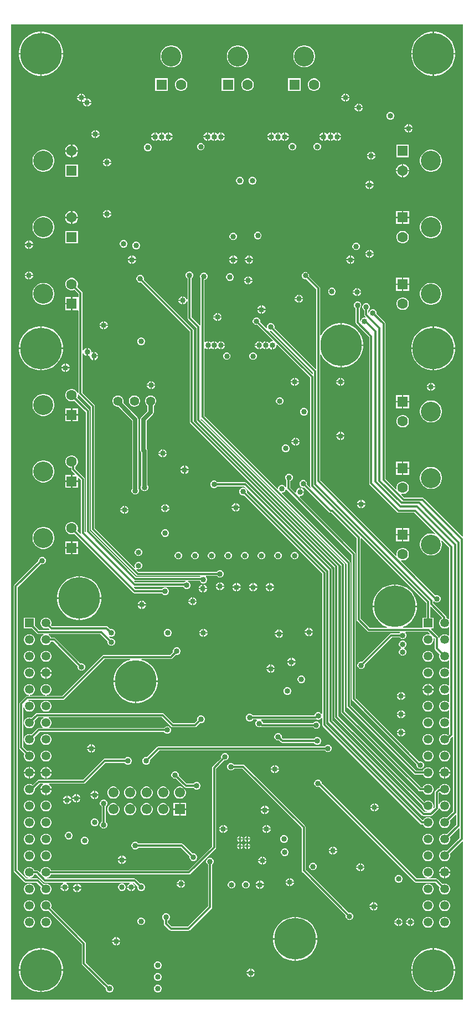
<source format=gbl>
G04*
G04 #@! TF.GenerationSoftware,Altium Limited,Altium Designer,23.7.1 (13)*
G04*
G04 Layer_Physical_Order=4*
G04 Layer_Color=16711680*
%FSLAX25Y25*%
%MOIN*%
G70*
G04*
G04 #@! TF.SameCoordinates,971C37BE-97D5-4A50-9DA2-DA4AE9E2F4D9*
G04*
G04*
G04 #@! TF.FilePolarity,Positive*
G04*
G01*
G75*
%ADD53C,0.25000*%
%ADD54C,0.05512*%
%ADD55C,0.12008*%
%ADD56C,0.06319*%
%ADD57R,0.06319X0.06319*%
%ADD58R,0.06319X0.06319*%
%ADD59C,0.06102*%
%ADD60R,0.06102X0.06102*%
%ADD61R,0.05315X0.05315*%
%ADD62C,0.05315*%
%ADD63C,0.03347*%
%ADD64C,0.01968*%
%ADD65C,0.01200*%
%ADD66C,0.02500*%
G36*
X183577Y379207D02*
Y378293D01*
X183115Y378102D01*
X157442Y403774D01*
X157454Y403825D01*
X157688Y404236D01*
X158450D01*
X158519Y404265D01*
X183577Y379207D01*
D02*
G37*
G36*
X273714Y280656D02*
X273252Y280465D01*
X250358Y303358D01*
X249964Y303622D01*
X249500Y303714D01*
X249500Y303714D01*
X238503D01*
X236585Y305632D01*
X236844Y306080D01*
X236976Y306045D01*
X237964D01*
X238917Y306300D01*
X239773Y306794D01*
X240471Y307492D01*
X240965Y308347D01*
X241220Y309301D01*
Y310288D01*
X240965Y311242D01*
X240471Y312097D01*
X239773Y312795D01*
X238917Y313289D01*
X237964Y313545D01*
X236976D01*
X236023Y313289D01*
X235168Y312795D01*
X234469Y312097D01*
X233976Y311242D01*
X233720Y310288D01*
Y309301D01*
X233756Y309168D01*
X233307Y308909D01*
X227214Y315003D01*
Y408500D01*
X227214Y408500D01*
X227121Y408964D01*
X226858Y409358D01*
X226858Y409358D01*
X221735Y414481D01*
X221764Y414550D01*
Y415450D01*
X221419Y416282D01*
X220782Y416919D01*
X219950Y417264D01*
X219050D01*
X218218Y416919D01*
X217581Y416282D01*
X217236Y415450D01*
Y415240D01*
X216736Y414953D01*
X216714Y414966D01*
Y416552D01*
X216782Y416581D01*
X217419Y417218D01*
X217764Y418050D01*
Y418950D01*
X217419Y419782D01*
X216782Y420419D01*
X215950Y420764D01*
X215050D01*
X214218Y420419D01*
X213581Y419782D01*
X213236Y418950D01*
Y418050D01*
X213581Y417218D01*
X214218Y416581D01*
X214286Y416552D01*
Y414000D01*
X214286Y414000D01*
X214378Y413535D01*
X214642Y413142D01*
X215058Y412726D01*
X215046Y412675D01*
X214812Y412264D01*
X214050D01*
X213218Y411919D01*
X212581Y411282D01*
X212236Y410450D01*
Y410125D01*
X211736Y409838D01*
X211614Y409909D01*
Y417754D01*
X212231Y418371D01*
X212575Y419203D01*
Y420103D01*
X212231Y420935D01*
X211594Y421572D01*
X210762Y421917D01*
X209861D01*
X209029Y421572D01*
X208393Y420935D01*
X208048Y420103D01*
Y419203D01*
X208393Y418371D01*
X209029Y417734D01*
X209186Y417669D01*
Y409100D01*
X209186Y409100D01*
X209278Y408636D01*
X209542Y408242D01*
X217286Y400497D01*
Y312500D01*
X217286Y312500D01*
X217378Y312035D01*
X217642Y311642D01*
X234142Y295142D01*
X234142Y295142D01*
X234536Y294879D01*
X235000Y294786D01*
X244497D01*
X256913Y282370D01*
X256630Y281946D01*
X256401Y282041D01*
X255127Y282295D01*
X253829D01*
X252554Y282041D01*
X251354Y281544D01*
X250274Y280822D01*
X249356Y279904D01*
X248634Y278824D01*
X248137Y277624D01*
X247884Y276349D01*
Y275050D01*
X248137Y273777D01*
X248634Y272576D01*
X249356Y271496D01*
X250274Y270578D01*
X251354Y269856D01*
X252554Y269359D01*
X253829Y269106D01*
X255127D01*
X256401Y269359D01*
X257602Y269856D01*
X258682Y270578D01*
X259600Y271496D01*
X260322Y272576D01*
X260819Y273777D01*
X261072Y275050D01*
Y276349D01*
X260819Y277624D01*
X260724Y277852D01*
X261148Y278135D01*
X265429Y273854D01*
Y231052D01*
X264929Y230845D01*
X264790Y230985D01*
X264049Y231413D01*
X263717Y231502D01*
Y231997D01*
X263624Y232462D01*
X263361Y232856D01*
X263361Y232856D01*
X255800Y240417D01*
Y241292D01*
X256300Y241499D01*
X256718Y241081D01*
X257550Y240736D01*
X258450D01*
X259282Y241081D01*
X259919Y241718D01*
X260264Y242550D01*
Y243450D01*
X259919Y244282D01*
X259282Y244919D01*
X258450Y245264D01*
X257550D01*
X257071Y245065D01*
X236474Y265661D01*
X236733Y266110D01*
X236976Y266044D01*
X237964D01*
X238917Y266300D01*
X239773Y266794D01*
X240471Y267492D01*
X240965Y268347D01*
X241220Y269301D01*
Y270288D01*
X240965Y271242D01*
X240471Y272097D01*
X239773Y272795D01*
X238917Y273289D01*
X237964Y273545D01*
X236976D01*
X236023Y273289D01*
X235168Y272795D01*
X234469Y272097D01*
X233976Y271242D01*
X233720Y270288D01*
Y269301D01*
X233785Y269058D01*
X233337Y268799D01*
X187830Y314305D01*
Y389732D01*
X188330Y389852D01*
X188943Y388650D01*
X190172Y386958D01*
X191651Y385479D01*
X193343Y384250D01*
X195206Y383300D01*
X197196Y382654D01*
X199261Y382327D01*
X199913D01*
Y395614D01*
Y408902D01*
X199261D01*
X197196Y408574D01*
X195206Y407928D01*
X193343Y406979D01*
X191651Y405749D01*
X190172Y404270D01*
X188943Y402578D01*
X188330Y401377D01*
X187830Y401497D01*
Y429710D01*
X187830Y429710D01*
X187738Y430175D01*
X187475Y430569D01*
X187475Y430569D01*
X181169Y436874D01*
X181198Y436943D01*
Y437843D01*
X180853Y438675D01*
X180216Y439312D01*
X179384Y439657D01*
X178484D01*
X177652Y439312D01*
X177015Y438675D01*
X176670Y437843D01*
Y436943D01*
X177015Y436111D01*
X177652Y435474D01*
X178484Y435129D01*
X179384D01*
X179453Y435157D01*
X185403Y429207D01*
Y381467D01*
X184941Y381276D01*
X160235Y405981D01*
X160264Y406050D01*
Y406950D01*
X159919Y407782D01*
X159282Y408419D01*
X158450Y408764D01*
X157550D01*
X156718Y408419D01*
X156081Y407782D01*
X155736Y406950D01*
Y406188D01*
X155325Y405954D01*
X155274Y405942D01*
X151735Y409481D01*
X151764Y409550D01*
Y410450D01*
X151419Y411282D01*
X150782Y411919D01*
X149950Y412264D01*
X149050D01*
X148218Y411919D01*
X147581Y411282D01*
X147236Y410450D01*
Y409550D01*
X147581Y408718D01*
X148218Y408081D01*
X149050Y407736D01*
X149950D01*
X150019Y407765D01*
X159348Y398436D01*
X159141Y397936D01*
X158485D01*
X157581Y397561D01*
X157000Y396980D01*
X156394Y397586D01*
X155490Y397961D01*
X155394D01*
Y395500D01*
Y393039D01*
X155490D01*
X156394Y393414D01*
X156975Y393995D01*
X157581Y393389D01*
X158485Y393014D01*
X158581D01*
Y395475D01*
X159369D01*
Y393014D01*
X159465D01*
X160369Y393389D01*
X161061Y394081D01*
X161436Y394986D01*
Y395641D01*
X161936Y395848D01*
X181786Y375997D01*
Y311000D01*
X181786Y311000D01*
X181878Y310536D01*
X182142Y310142D01*
X181786Y309794D01*
X179816Y311764D01*
X179845Y311832D01*
Y312733D01*
X179500Y313565D01*
X178863Y314201D01*
X178031Y314546D01*
X177131D01*
X176298Y314201D01*
X175662Y313565D01*
X175317Y312733D01*
Y311832D01*
X175662Y311000D01*
X176298Y310363D01*
X177131Y310019D01*
X178031D01*
X178100Y310047D01*
X193069Y295077D01*
X193463Y294814D01*
X193927Y294722D01*
X193927Y294722D01*
X194561D01*
X209786Y279497D01*
Y230500D01*
X209786Y230500D01*
X209878Y230035D01*
X210142Y229642D01*
X216368Y223415D01*
X216368Y223415D01*
X216762Y223152D01*
X217227Y223059D01*
X235651D01*
X235844Y222593D01*
X235680Y222381D01*
X235581Y222282D01*
X235555Y222221D01*
X235550Y222214D01*
X230500D01*
X230035Y222122D01*
X229642Y221858D01*
X229642Y221858D01*
X213019Y205235D01*
X212950Y205264D01*
X212050D01*
X211218Y204919D01*
X210581Y204282D01*
X210236Y203450D01*
Y202550D01*
X210581Y201718D01*
X211218Y201081D01*
X212050Y200736D01*
X212950D01*
X213782Y201081D01*
X214419Y201718D01*
X214764Y202550D01*
Y203450D01*
X214735Y203519D01*
X231003Y219786D01*
X235553D01*
X235581Y219718D01*
X236218Y219081D01*
X237050Y218736D01*
X237950D01*
X238782Y219081D01*
X239419Y219718D01*
X239764Y220550D01*
Y221450D01*
X239419Y222282D01*
X239142Y222559D01*
X239349Y223059D01*
X252724D01*
X253782Y222002D01*
X253523Y221553D01*
X253223Y221634D01*
X252368D01*
X251542Y221412D01*
X250801Y220985D01*
X250196Y220380D01*
X249769Y219639D01*
X249547Y218813D01*
Y217958D01*
X249769Y217132D01*
X250196Y216391D01*
X250801Y215787D01*
X251542Y215359D01*
X252368Y215138D01*
X253223D01*
X254049Y215359D01*
X254790Y215787D01*
X255394Y216391D01*
X255822Y217132D01*
X256043Y217958D01*
Y218813D01*
X255963Y219113D01*
X256411Y219372D01*
X256786Y218997D01*
Y213181D01*
X256786Y213181D01*
X256878Y212717D01*
X257142Y212323D01*
X259789Y209675D01*
X259769Y209640D01*
X259547Y208813D01*
Y207958D01*
X259769Y207132D01*
X260196Y206392D01*
X260801Y205787D01*
X261542Y205359D01*
X262368Y205138D01*
X263223D01*
X264049Y205359D01*
X264790Y205787D01*
X264929Y205927D01*
X265429Y205719D01*
Y201052D01*
X264929Y200845D01*
X264790Y200985D01*
X264049Y201413D01*
X263223Y201634D01*
X262368D01*
X261542Y201413D01*
X260801Y200985D01*
X260196Y200380D01*
X259769Y199639D01*
X259547Y198813D01*
Y197958D01*
X259769Y197132D01*
X260196Y196391D01*
X260801Y195787D01*
X261542Y195359D01*
X262368Y195138D01*
X263223D01*
X264049Y195359D01*
X264790Y195787D01*
X264929Y195927D01*
X265429Y195720D01*
Y191052D01*
X264929Y190845D01*
X264790Y190985D01*
X264049Y191412D01*
X263223Y191634D01*
X262368D01*
X261542Y191412D01*
X260801Y190985D01*
X260196Y190380D01*
X259769Y189639D01*
X259547Y188813D01*
Y187958D01*
X259769Y187132D01*
X260196Y186391D01*
X260801Y185787D01*
X261542Y185359D01*
X262368Y185138D01*
X263223D01*
X264049Y185359D01*
X264790Y185787D01*
X264929Y185927D01*
X265429Y185720D01*
Y181052D01*
X264929Y180845D01*
X264790Y180985D01*
X264049Y181412D01*
X263223Y181634D01*
X262368D01*
X261542Y181412D01*
X260801Y180985D01*
X260196Y180380D01*
X259769Y179639D01*
X259547Y178813D01*
Y177958D01*
X259769Y177132D01*
X260196Y176391D01*
X260801Y175787D01*
X261542Y175359D01*
X262368Y175138D01*
X263223D01*
X264049Y175359D01*
X264790Y175787D01*
X264929Y175927D01*
X265429Y175719D01*
Y171052D01*
X264929Y170845D01*
X264790Y170985D01*
X264049Y171413D01*
X263223Y171634D01*
X262368D01*
X261542Y171413D01*
X260801Y170985D01*
X260196Y170380D01*
X259769Y169640D01*
X259547Y168813D01*
Y167958D01*
X259769Y167132D01*
X260196Y166392D01*
X260801Y165787D01*
X261542Y165359D01*
X262368Y165138D01*
X263223D01*
X264049Y165359D01*
X264790Y165787D01*
X264929Y165927D01*
X265429Y165719D01*
Y161637D01*
X264782Y160989D01*
X264049Y161413D01*
X263223Y161634D01*
X262368D01*
X261542Y161413D01*
X260801Y160985D01*
X260196Y160380D01*
X259769Y159640D01*
X259547Y158813D01*
Y157958D01*
X259769Y157132D01*
X260196Y156392D01*
X260801Y155787D01*
X261542Y155359D01*
X262368Y155138D01*
X263223D01*
X264049Y155359D01*
X264790Y155787D01*
X265394Y156392D01*
X265822Y157132D01*
X266043Y157958D01*
Y158813D01*
X266042Y158817D01*
X267286Y160060D01*
X267786Y159853D01*
Y115093D01*
X264085Y111392D01*
X264049Y111413D01*
X263223Y111634D01*
X262368D01*
X261542Y111413D01*
X260801Y110985D01*
X260196Y110380D01*
X259769Y109640D01*
X259547Y108813D01*
Y107958D01*
X259769Y107132D01*
X260196Y106392D01*
X260801Y105787D01*
X261542Y105359D01*
X262368Y105138D01*
X263223D01*
X264049Y105359D01*
X264790Y105787D01*
X265394Y106392D01*
X265822Y107132D01*
X266043Y107958D01*
Y108813D01*
X265822Y109640D01*
X265801Y109675D01*
X269324Y113198D01*
X269786Y113007D01*
Y107093D01*
X264085Y101392D01*
X264049Y101412D01*
X263223Y101634D01*
X262368D01*
X261542Y101412D01*
X260801Y100985D01*
X260196Y100380D01*
X259769Y99639D01*
X259547Y98813D01*
Y97958D01*
X259769Y97132D01*
X260196Y96391D01*
X260801Y95787D01*
X261542Y95359D01*
X262368Y95138D01*
X263223D01*
X264049Y95359D01*
X264790Y95787D01*
X265394Y96391D01*
X265822Y97132D01*
X266043Y97958D01*
Y98813D01*
X265822Y99639D01*
X265801Y99675D01*
X271324Y105198D01*
X271786Y105007D01*
Y99093D01*
X264085Y91392D01*
X264049Y91413D01*
X263223Y91634D01*
X262368D01*
X261542Y91413D01*
X260801Y90985D01*
X260196Y90380D01*
X259769Y89640D01*
X259547Y88813D01*
Y87958D01*
X259769Y87132D01*
X260196Y86392D01*
X260801Y85787D01*
X261542Y85359D01*
X262368Y85138D01*
X263223D01*
X264049Y85359D01*
X264790Y85787D01*
X265394Y86392D01*
X265822Y87132D01*
X266043Y87958D01*
Y88813D01*
X265822Y89640D01*
X265801Y89675D01*
X273252Y97126D01*
X273714Y96934D01*
Y1877D01*
X1877D01*
Y588675D01*
X273714D01*
Y280656D01*
D02*
G37*
G36*
X251581Y240702D02*
Y231634D01*
X249547D01*
Y225487D01*
X237694D01*
X237616Y225981D01*
X237896Y226072D01*
X239759Y227021D01*
X241451Y228251D01*
X242930Y229730D01*
X244160Y231422D01*
X245109Y233285D01*
X245756Y235274D01*
X246083Y237340D01*
Y237992D01*
X219508D01*
Y237340D01*
X219835Y235274D01*
X220481Y233285D01*
X221431Y231422D01*
X222660Y229730D01*
X224139Y228251D01*
X225831Y227021D01*
X227695Y226072D01*
X227975Y225981D01*
X227896Y225487D01*
X217730D01*
X212214Y231003D01*
Y279362D01*
X212714Y279570D01*
X251581Y240702D01*
D02*
G37*
G36*
X261079Y231705D02*
X261014Y231108D01*
X260801Y230985D01*
X260196Y230380D01*
X259769Y229640D01*
X259547Y228813D01*
Y227958D01*
X259769Y227132D01*
X260196Y226392D01*
X260801Y225787D01*
X261542Y225359D01*
X262368Y225138D01*
X263223D01*
X264049Y225359D01*
X264790Y225787D01*
X264929Y225927D01*
X265429Y225719D01*
Y221052D01*
X264929Y220845D01*
X264790Y220985D01*
X264049Y221412D01*
X263223Y221634D01*
X262368D01*
X261542Y221412D01*
X260801Y220985D01*
X260196Y220380D01*
X259769Y219639D01*
X259714Y219435D01*
X259214Y219500D01*
X259214Y219500D01*
X259121Y219965D01*
X258858Y220358D01*
X258858Y220358D01*
X254579Y224638D01*
X254786Y225138D01*
X256043D01*
Y231634D01*
X254009D01*
Y238121D01*
X254471Y238312D01*
X261079Y231705D01*
D02*
G37*
%LPC*%
G36*
X256951Y584154D02*
X256299D01*
Y571260D01*
X269193D01*
Y571912D01*
X268866Y573978D01*
X268219Y575967D01*
X267270Y577830D01*
X266041Y579522D01*
X264562Y581001D01*
X262870Y582231D01*
X261006Y583180D01*
X259017Y583826D01*
X256951Y584154D01*
D02*
G37*
G36*
X255512D02*
X254860D01*
X252794Y583826D01*
X250805Y583180D01*
X248941Y582231D01*
X247249Y581001D01*
X245770Y579522D01*
X244541Y577830D01*
X243592Y575967D01*
X242945Y573978D01*
X242618Y571912D01*
Y571260D01*
X255512D01*
Y584154D01*
D02*
G37*
G36*
X20731D02*
X20079D01*
Y571260D01*
X32972D01*
Y571912D01*
X32645Y573978D01*
X31999Y575967D01*
X31049Y577830D01*
X29820Y579522D01*
X28341Y581001D01*
X26649Y582231D01*
X24786Y583180D01*
X22796Y583826D01*
X20731Y584154D01*
D02*
G37*
G36*
X19291D02*
X18639D01*
X16574Y583826D01*
X14584Y583180D01*
X12721Y582231D01*
X11029Y581001D01*
X9550Y579522D01*
X8321Y577830D01*
X7371Y575967D01*
X6725Y573978D01*
X6398Y571912D01*
Y571260D01*
X19291D01*
Y584154D01*
D02*
G37*
G36*
X98844Y575902D02*
X97545D01*
X96271Y575649D01*
X95071Y575152D01*
X93991Y574430D01*
X93072Y573512D01*
X92351Y572432D01*
X91853Y571231D01*
X91600Y569957D01*
Y568658D01*
X91853Y567384D01*
X92351Y566184D01*
X93072Y565104D01*
X93991Y564186D01*
X95071Y563464D01*
X96271Y562967D01*
X97545Y562713D01*
X98844D01*
X100118Y562967D01*
X101318Y563464D01*
X102398Y564186D01*
X103317Y565104D01*
X104038Y566184D01*
X104535Y567384D01*
X104789Y568658D01*
Y569957D01*
X104535Y571231D01*
X104038Y572432D01*
X103317Y573512D01*
X102398Y574430D01*
X101318Y575152D01*
X100118Y575649D01*
X98844Y575902D01*
D02*
G37*
G36*
X178849Y575894D02*
X177550D01*
X176277Y575641D01*
X175076Y575144D01*
X173996Y574422D01*
X173078Y573504D01*
X172356Y572424D01*
X171859Y571223D01*
X171606Y569949D01*
Y568650D01*
X171859Y567377D01*
X172356Y566176D01*
X173078Y565096D01*
X173996Y564178D01*
X175076Y563456D01*
X176277Y562959D01*
X177550Y562706D01*
X178849D01*
X180123Y562959D01*
X181324Y563456D01*
X182404Y564178D01*
X183322Y565096D01*
X184044Y566176D01*
X184541Y567377D01*
X184794Y568650D01*
Y569949D01*
X184541Y571223D01*
X184044Y572424D01*
X183322Y573504D01*
X182404Y574422D01*
X181324Y575144D01*
X180123Y575641D01*
X178849Y575894D01*
D02*
G37*
G36*
X138849D02*
X137550D01*
X136276Y575641D01*
X135076Y575144D01*
X133996Y574422D01*
X133078Y573504D01*
X132356Y572424D01*
X131859Y571223D01*
X131606Y569949D01*
Y568650D01*
X131859Y567377D01*
X132356Y566176D01*
X133078Y565096D01*
X133996Y564178D01*
X135076Y563456D01*
X136276Y562959D01*
X137550Y562706D01*
X138849D01*
X140123Y562959D01*
X141324Y563456D01*
X142404Y564178D01*
X143322Y565096D01*
X144044Y566176D01*
X144541Y567377D01*
X144794Y568650D01*
Y569949D01*
X144541Y571223D01*
X144044Y572424D01*
X143322Y573504D01*
X142404Y574422D01*
X141324Y575144D01*
X140123Y575641D01*
X138849Y575894D01*
D02*
G37*
G36*
X269193Y570472D02*
X256299D01*
Y557579D01*
X256951D01*
X259017Y557906D01*
X261006Y558552D01*
X262870Y559502D01*
X264562Y560731D01*
X266041Y562210D01*
X267270Y563902D01*
X268219Y565765D01*
X268866Y567755D01*
X269193Y569820D01*
Y570472D01*
D02*
G37*
G36*
X255512D02*
X242618D01*
Y569820D01*
X242945Y567755D01*
X243592Y565765D01*
X244541Y563902D01*
X245770Y562210D01*
X247249Y560731D01*
X248941Y559502D01*
X250805Y558552D01*
X252794Y557906D01*
X254860Y557579D01*
X255512D01*
Y570472D01*
D02*
G37*
G36*
X32972D02*
X20079D01*
Y557579D01*
X20731D01*
X22796Y557906D01*
X24786Y558552D01*
X26649Y559502D01*
X28341Y560731D01*
X29820Y562210D01*
X31049Y563902D01*
X31999Y565765D01*
X32645Y567755D01*
X32972Y569820D01*
Y570472D01*
D02*
G37*
G36*
X19291D02*
X6398D01*
Y569820D01*
X6725Y567755D01*
X7371Y565765D01*
X8321Y563902D01*
X9550Y562210D01*
X11029Y560731D01*
X12721Y559502D01*
X14584Y558552D01*
X16574Y557906D01*
X18639Y557579D01*
X19291D01*
Y570472D01*
D02*
G37*
G36*
X104594Y556050D02*
X103606D01*
X102653Y555794D01*
X101797Y555301D01*
X101099Y554602D01*
X100606Y553748D01*
X100350Y552794D01*
Y551806D01*
X100606Y550852D01*
X101099Y549998D01*
X101797Y549299D01*
X102653Y548806D01*
X103606Y548550D01*
X104594D01*
X105547Y548806D01*
X106403Y549299D01*
X107101Y549998D01*
X107594Y550852D01*
X107850Y551806D01*
Y552794D01*
X107594Y553748D01*
X107101Y554602D01*
X106403Y555301D01*
X105547Y555794D01*
X104594Y556050D01*
D02*
G37*
G36*
X96039D02*
X88539D01*
Y548550D01*
X96039D01*
Y556050D01*
D02*
G37*
G36*
X184599Y556042D02*
X183612D01*
X182658Y555787D01*
X181803Y555293D01*
X181105Y554595D01*
X180611Y553740D01*
X180356Y552786D01*
Y551798D01*
X180611Y550845D01*
X181105Y549990D01*
X181803Y549291D01*
X182658Y548798D01*
X183612Y548542D01*
X184599D01*
X185553Y548798D01*
X186408Y549291D01*
X187106Y549990D01*
X187600Y550845D01*
X187856Y551798D01*
Y552786D01*
X187600Y553740D01*
X187106Y554595D01*
X186408Y555293D01*
X185553Y555787D01*
X184599Y556042D01*
D02*
G37*
G36*
X176044D02*
X168544D01*
Y548542D01*
X176044D01*
Y556042D01*
D02*
G37*
G36*
X144599D02*
X143612D01*
X142658Y555787D01*
X141803Y555293D01*
X141105Y554595D01*
X140611Y553740D01*
X140356Y552786D01*
Y551798D01*
X140611Y550845D01*
X141105Y549990D01*
X141803Y549291D01*
X142658Y548798D01*
X143612Y548542D01*
X144599D01*
X145553Y548798D01*
X146408Y549291D01*
X147106Y549990D01*
X147600Y550845D01*
X147855Y551798D01*
Y552786D01*
X147600Y553740D01*
X147106Y554595D01*
X146408Y555293D01*
X145553Y555787D01*
X144599Y556042D01*
D02*
G37*
G36*
X136045D02*
X128544D01*
Y548542D01*
X136045D01*
Y556042D01*
D02*
G37*
G36*
X203489Y546961D02*
X203394D01*
Y544894D01*
X205461D01*
Y544989D01*
X205086Y545894D01*
X204394Y546586D01*
X203489Y546961D01*
D02*
G37*
G36*
X202606D02*
X202510D01*
X201606Y546586D01*
X200914Y545894D01*
X200539Y544989D01*
Y544894D01*
X202606D01*
Y546961D01*
D02*
G37*
G36*
X44489D02*
X44394D01*
Y544894D01*
X46461D01*
Y544989D01*
X46086Y545894D01*
X45394Y546586D01*
X44489Y546961D01*
D02*
G37*
G36*
X43606D02*
X43511D01*
X42606Y546586D01*
X41914Y545894D01*
X41539Y544989D01*
Y544894D01*
X43606D01*
Y546961D01*
D02*
G37*
G36*
X205461Y544106D02*
X203394D01*
Y542039D01*
X203489D01*
X204394Y542414D01*
X205086Y543106D01*
X205461Y544010D01*
Y544106D01*
D02*
G37*
G36*
X202606D02*
X200539D01*
Y544010D01*
X200914Y543106D01*
X201606Y542414D01*
X202510Y542039D01*
X202606D01*
Y544106D01*
D02*
G37*
G36*
X43606D02*
X41539D01*
Y544010D01*
X41914Y543106D01*
X42606Y542414D01*
X43511Y542039D01*
X43606D01*
Y544106D01*
D02*
G37*
G36*
X47989Y543961D02*
X47894D01*
Y541894D01*
X49961D01*
Y541990D01*
X49586Y542894D01*
X48894Y543586D01*
X47989Y543961D01*
D02*
G37*
G36*
X46684Y544106D02*
X44394D01*
Y542039D01*
X44489D01*
X44575Y542075D01*
X44816Y541894D01*
X47106D01*
Y543961D01*
X47011D01*
X46925Y543925D01*
X46684Y544106D01*
D02*
G37*
G36*
X49961Y541106D02*
X47894D01*
Y539039D01*
X47989D01*
X48894Y539414D01*
X49586Y540106D01*
X49961Y541011D01*
Y541106D01*
D02*
G37*
G36*
X47106D02*
X45039D01*
Y541011D01*
X45414Y540106D01*
X46106Y539414D01*
X47011Y539039D01*
X47106D01*
Y541106D01*
D02*
G37*
G36*
X211489Y540961D02*
X211394D01*
Y538894D01*
X213461D01*
Y538989D01*
X213086Y539894D01*
X212394Y540586D01*
X211489Y540961D01*
D02*
G37*
G36*
X210606D02*
X210511D01*
X209606Y540586D01*
X208914Y539894D01*
X208539Y538989D01*
Y538894D01*
X210606D01*
Y540961D01*
D02*
G37*
G36*
X213461Y538106D02*
X211394D01*
Y536039D01*
X211489D01*
X212394Y536414D01*
X213086Y537106D01*
X213461Y538011D01*
Y538106D01*
D02*
G37*
G36*
X210606D02*
X208539D01*
Y538011D01*
X208914Y537106D01*
X209606Y536414D01*
X210511Y536039D01*
X210606D01*
Y538106D01*
D02*
G37*
G36*
X230450Y535764D02*
X229550D01*
X228718Y535419D01*
X228081Y534782D01*
X227736Y533950D01*
Y533050D01*
X228081Y532218D01*
X228718Y531581D01*
X229550Y531236D01*
X230450D01*
X231282Y531581D01*
X231919Y532218D01*
X232264Y533050D01*
Y533950D01*
X231919Y534782D01*
X231282Y535419D01*
X230450Y535764D01*
D02*
G37*
G36*
X241489Y528461D02*
X241394D01*
Y526394D01*
X243461D01*
Y526489D01*
X243086Y527394D01*
X242394Y528086D01*
X241489Y528461D01*
D02*
G37*
G36*
X240606D02*
X240511D01*
X239606Y528086D01*
X238914Y527394D01*
X238539Y526489D01*
Y526394D01*
X240606D01*
Y528461D01*
D02*
G37*
G36*
X243461Y525606D02*
X241394D01*
Y523539D01*
X241489D01*
X242394Y523914D01*
X243086Y524606D01*
X243461Y525511D01*
Y525606D01*
D02*
G37*
G36*
X240606D02*
X238539D01*
Y525511D01*
X238914Y524606D01*
X239606Y523914D01*
X240511Y523539D01*
X240606D01*
Y525606D01*
D02*
G37*
G36*
X52989Y524961D02*
X52894D01*
Y522894D01*
X54961D01*
Y522990D01*
X54586Y523894D01*
X53894Y524586D01*
X52989Y524961D01*
D02*
G37*
G36*
X52106D02*
X52011D01*
X51106Y524586D01*
X50414Y523894D01*
X50039Y522990D01*
Y522894D01*
X52106D01*
Y524961D01*
D02*
G37*
G36*
X197606Y523461D02*
X197511D01*
X196606Y523086D01*
X196000Y522480D01*
X195394Y523086D01*
X194490Y523461D01*
X194394D01*
Y521000D01*
Y518539D01*
X194490D01*
X195394Y518914D01*
X196000Y519520D01*
X196606Y518914D01*
X197511Y518539D01*
X197606D01*
Y521000D01*
Y523461D01*
D02*
G37*
G36*
X166106D02*
X166010D01*
X165106Y523086D01*
X164500Y522480D01*
X163894Y523086D01*
X162989Y523461D01*
X162894D01*
Y521000D01*
Y518539D01*
X162989D01*
X163894Y518914D01*
X164500Y519520D01*
X165106Y518914D01*
X166010Y518539D01*
X166106D01*
Y521000D01*
Y523461D01*
D02*
G37*
G36*
X162106D02*
X162011D01*
X161106Y523086D01*
X160500Y522480D01*
X159894Y523086D01*
X158990Y523461D01*
X158894D01*
Y521000D01*
Y518539D01*
X158990D01*
X159894Y518914D01*
X160500Y519520D01*
X161106Y518914D01*
X162011Y518539D01*
X162106D01*
Y521000D01*
Y523461D01*
D02*
G37*
G36*
X127606D02*
X127510D01*
X126606Y523086D01*
X126000Y522480D01*
X125394Y523086D01*
X124489Y523461D01*
X124394D01*
Y521000D01*
Y518539D01*
X124489D01*
X125394Y518914D01*
X126000Y519520D01*
X126606Y518914D01*
X127510Y518539D01*
X127606D01*
Y521000D01*
Y523461D01*
D02*
G37*
G36*
X123606D02*
X123511D01*
X122606Y523086D01*
X122000Y522480D01*
X121394Y523086D01*
X120490Y523461D01*
X120394D01*
Y521000D01*
Y518539D01*
X120490D01*
X121394Y518914D01*
X122000Y519520D01*
X122606Y518914D01*
X123511Y518539D01*
X123606D01*
Y521000D01*
Y523461D01*
D02*
G37*
G36*
X96106D02*
X96011D01*
X95106Y523086D01*
X94500Y522480D01*
X93894Y523086D01*
X92989Y523461D01*
X92894D01*
Y521000D01*
Y518539D01*
X92989D01*
X93894Y518914D01*
X94500Y519520D01*
X95106Y518914D01*
X96011Y518539D01*
X96106D01*
Y521000D01*
Y523461D01*
D02*
G37*
G36*
X92106D02*
X92011D01*
X91106Y523086D01*
X90500Y522480D01*
X89894Y523086D01*
X88989Y523461D01*
X88894D01*
Y521000D01*
Y518539D01*
X88989D01*
X89894Y518914D01*
X90500Y519520D01*
X91106Y518914D01*
X92011Y518539D01*
X92106D01*
Y521000D01*
Y523461D01*
D02*
G37*
G36*
X193606D02*
X193510D01*
X192606Y523086D01*
X191947Y522427D01*
X191288Y523086D01*
X190383Y523461D01*
X190287D01*
Y521000D01*
Y518539D01*
X190383D01*
X191288Y518914D01*
X191947Y519573D01*
X192606Y518914D01*
X193510Y518539D01*
X193606D01*
Y521000D01*
Y523461D01*
D02*
G37*
G36*
X198489D02*
X198394D01*
Y521394D01*
X200461D01*
Y521489D01*
X200086Y522394D01*
X199394Y523086D01*
X198489Y523461D01*
D02*
G37*
G36*
X189500D02*
X189404D01*
X188500Y523086D01*
X187808Y522394D01*
X187433Y521489D01*
Y521394D01*
X189500D01*
Y523461D01*
D02*
G37*
G36*
X166990D02*
X166894D01*
Y521394D01*
X168961D01*
Y521489D01*
X168586Y522394D01*
X167894Y523086D01*
X166990Y523461D01*
D02*
G37*
G36*
X158106D02*
X158010D01*
X157106Y523086D01*
X156414Y522394D01*
X156039Y521489D01*
Y521394D01*
X158106D01*
Y523461D01*
D02*
G37*
G36*
X128489D02*
X128394D01*
Y521394D01*
X130461D01*
Y521489D01*
X130086Y522394D01*
X129394Y523086D01*
X128489Y523461D01*
D02*
G37*
G36*
X119606D02*
X119510D01*
X118606Y523086D01*
X117914Y522394D01*
X117539Y521489D01*
Y521394D01*
X119606D01*
Y523461D01*
D02*
G37*
G36*
X96989D02*
X96894D01*
Y521394D01*
X98961D01*
Y521489D01*
X98586Y522394D01*
X97894Y523086D01*
X96989Y523461D01*
D02*
G37*
G36*
X88106D02*
X88011D01*
X87106Y523086D01*
X86414Y522394D01*
X86039Y521489D01*
Y521394D01*
X88106D01*
Y523461D01*
D02*
G37*
G36*
X54961Y522106D02*
X52894D01*
Y520039D01*
X52989D01*
X53894Y520414D01*
X54586Y521106D01*
X54961Y522011D01*
Y522106D01*
D02*
G37*
G36*
X52106D02*
X50039D01*
Y522011D01*
X50414Y521106D01*
X51106Y520414D01*
X52011Y520039D01*
X52106D01*
Y522106D01*
D02*
G37*
G36*
X200461Y520606D02*
X198394D01*
Y518539D01*
X198489D01*
X199394Y518914D01*
X200086Y519606D01*
X200461Y520510D01*
Y520606D01*
D02*
G37*
G36*
X189500D02*
X187433D01*
Y520510D01*
X187808Y519606D01*
X188500Y518914D01*
X189404Y518539D01*
X189500D01*
Y520606D01*
D02*
G37*
G36*
X168961D02*
X166894D01*
Y518539D01*
X166990D01*
X167894Y518914D01*
X168586Y519606D01*
X168961Y520510D01*
Y520606D01*
D02*
G37*
G36*
X158106D02*
X156039D01*
Y520510D01*
X156414Y519606D01*
X157106Y518914D01*
X158010Y518539D01*
X158106D01*
Y520606D01*
D02*
G37*
G36*
X130461D02*
X128394D01*
Y518539D01*
X128489D01*
X129394Y518914D01*
X130086Y519606D01*
X130461Y520510D01*
Y520606D01*
D02*
G37*
G36*
X119606D02*
X117539D01*
Y520510D01*
X117914Y519606D01*
X118606Y518914D01*
X119510Y518539D01*
X119606D01*
Y520606D01*
D02*
G37*
G36*
X98961D02*
X96894D01*
Y518539D01*
X96989D01*
X97894Y518914D01*
X98586Y519606D01*
X98961Y520510D01*
Y520606D01*
D02*
G37*
G36*
X88106D02*
X86039D01*
Y520510D01*
X86414Y519606D01*
X87106Y518914D01*
X88011Y518539D01*
X88106D01*
Y520606D01*
D02*
G37*
G36*
X38750Y516352D02*
X38624D01*
Y512799D01*
X42177D01*
Y512925D01*
X41908Y513929D01*
X41388Y514829D01*
X40653Y515564D01*
X39753Y516083D01*
X38750Y516352D01*
D02*
G37*
G36*
X37836D02*
X37710D01*
X36707Y516083D01*
X35807Y515564D01*
X35072Y514829D01*
X34552Y513929D01*
X34283Y512925D01*
Y512799D01*
X37836D01*
Y516352D01*
D02*
G37*
G36*
X186450Y517264D02*
X185550D01*
X184718Y516919D01*
X184081Y516282D01*
X183736Y515450D01*
Y514550D01*
X184081Y513718D01*
X184718Y513081D01*
X185550Y512736D01*
X186450D01*
X187282Y513081D01*
X187919Y513718D01*
X188264Y514550D01*
Y515450D01*
X187919Y516282D01*
X187282Y516919D01*
X186450Y517264D01*
D02*
G37*
G36*
X171450D02*
X170550D01*
X169718Y516919D01*
X169081Y516282D01*
X168736Y515450D01*
Y514550D01*
X169081Y513718D01*
X169718Y513081D01*
X170550Y512736D01*
X171450D01*
X172282Y513081D01*
X172919Y513718D01*
X173264Y514550D01*
Y515450D01*
X172919Y516282D01*
X172282Y516919D01*
X171450Y517264D01*
D02*
G37*
G36*
X116402D02*
X115502D01*
X114670Y516919D01*
X114033Y516282D01*
X113688Y515450D01*
Y514550D01*
X114033Y513718D01*
X114670Y513081D01*
X115502Y512736D01*
X116402D01*
X117234Y513081D01*
X117871Y513718D01*
X118216Y514550D01*
Y515450D01*
X117871Y516282D01*
X117234Y516919D01*
X116402Y517264D01*
D02*
G37*
G36*
X84450Y516764D02*
X83550D01*
X82718Y516419D01*
X82081Y515782D01*
X81736Y514950D01*
Y514050D01*
X82081Y513218D01*
X82718Y512581D01*
X83550Y512236D01*
X84450D01*
X85282Y512581D01*
X85919Y513218D01*
X86264Y514050D01*
Y514950D01*
X85919Y515782D01*
X85282Y516419D01*
X84450Y516764D01*
D02*
G37*
G36*
X218989Y511961D02*
X218894D01*
Y509894D01*
X220961D01*
Y509990D01*
X220586Y510894D01*
X219894Y511586D01*
X218989Y511961D01*
D02*
G37*
G36*
X218106D02*
X218011D01*
X217106Y511586D01*
X216414Y510894D01*
X216039Y509990D01*
Y509894D01*
X218106D01*
Y511961D01*
D02*
G37*
G36*
X241220Y516155D02*
X233720D01*
Y508656D01*
X241220D01*
Y516155D01*
D02*
G37*
G36*
X42177Y512012D02*
X38624D01*
Y508459D01*
X38750D01*
X39753Y508728D01*
X40653Y509247D01*
X41388Y509982D01*
X41908Y510882D01*
X42177Y511886D01*
Y512012D01*
D02*
G37*
G36*
X37836D02*
X34283D01*
Y511886D01*
X34552Y510882D01*
X35072Y509982D01*
X35807Y509247D01*
X36707Y508728D01*
X37710Y508459D01*
X37836D01*
Y512012D01*
D02*
G37*
G36*
X220961Y509106D02*
X218894D01*
Y507039D01*
X218989D01*
X219894Y507414D01*
X220586Y508106D01*
X220961Y509011D01*
Y509106D01*
D02*
G37*
G36*
X218106D02*
X216039D01*
Y509011D01*
X216414Y508106D01*
X217106Y507414D01*
X218011Y507039D01*
X218106D01*
Y509106D01*
D02*
G37*
G36*
X59989Y507961D02*
X59894D01*
Y505894D01*
X61961D01*
Y505990D01*
X61586Y506894D01*
X60894Y507586D01*
X59989Y507961D01*
D02*
G37*
G36*
X59106D02*
X59011D01*
X58106Y507586D01*
X57414Y506894D01*
X57039Y505990D01*
Y505894D01*
X59106D01*
Y507961D01*
D02*
G37*
G36*
X61961Y505106D02*
X59894D01*
Y503039D01*
X59989D01*
X60894Y503414D01*
X61586Y504106D01*
X61961Y505011D01*
Y505106D01*
D02*
G37*
G36*
X59106D02*
X57039D01*
Y505011D01*
X57414Y504106D01*
X58106Y503414D01*
X59011Y503039D01*
X59106D01*
Y505106D01*
D02*
G37*
G36*
X237990Y504541D02*
X237864D01*
Y500988D01*
X241417D01*
Y501114D01*
X241148Y502118D01*
X240628Y503018D01*
X239894Y503753D01*
X238994Y504272D01*
X237990Y504541D01*
D02*
G37*
G36*
X237076D02*
X236950D01*
X235947Y504272D01*
X235047Y503753D01*
X234312Y503018D01*
X233792Y502118D01*
X233523Y501114D01*
Y500988D01*
X237076D01*
Y504541D01*
D02*
G37*
G36*
X255127Y513095D02*
X253829D01*
X252554Y512841D01*
X251354Y512344D01*
X250274Y511622D01*
X249356Y510704D01*
X248634Y509624D01*
X248137Y508424D01*
X247884Y507150D01*
Y505851D01*
X248137Y504576D01*
X248634Y503376D01*
X249356Y502296D01*
X250274Y501378D01*
X251354Y500656D01*
X252554Y500159D01*
X253829Y499905D01*
X255127D01*
X256401Y500159D01*
X257602Y500656D01*
X258682Y501378D01*
X259600Y502296D01*
X260322Y503376D01*
X260819Y504576D01*
X261072Y505851D01*
Y507150D01*
X260819Y508424D01*
X260322Y509624D01*
X259600Y510704D01*
X258682Y511622D01*
X257602Y512344D01*
X256401Y512841D01*
X255127Y513095D01*
D02*
G37*
G36*
X21871D02*
X20573D01*
X19298Y512841D01*
X18098Y512344D01*
X17018Y511622D01*
X16100Y510704D01*
X15378Y509624D01*
X14881Y508424D01*
X14628Y507150D01*
Y505851D01*
X14881Y504576D01*
X15378Y503376D01*
X16100Y502296D01*
X17018Y501378D01*
X18098Y500656D01*
X19298Y500159D01*
X20573Y499905D01*
X21871D01*
X23146Y500159D01*
X24346Y500656D01*
X25426Y501378D01*
X26344Y502296D01*
X27066Y503376D01*
X27563Y504576D01*
X27817Y505851D01*
Y507150D01*
X27563Y508424D01*
X27066Y509624D01*
X26344Y510704D01*
X25426Y511622D01*
X24346Y512344D01*
X23146Y512841D01*
X21871Y513095D01*
D02*
G37*
G36*
X41980Y504345D02*
X34480D01*
Y496844D01*
X41980D01*
Y504345D01*
D02*
G37*
G36*
X241417Y500201D02*
X237864D01*
Y496648D01*
X237990D01*
X238994Y496917D01*
X239894Y497436D01*
X240628Y498171D01*
X241148Y499071D01*
X241417Y500075D01*
Y500201D01*
D02*
G37*
G36*
X237076D02*
X233523D01*
Y500075D01*
X233792Y499071D01*
X234312Y498171D01*
X235047Y497436D01*
X235947Y496917D01*
X236950Y496648D01*
X237076D01*
Y500201D01*
D02*
G37*
G36*
X217989Y494461D02*
X217894D01*
Y492394D01*
X219961D01*
Y492489D01*
X219586Y493394D01*
X218894Y494086D01*
X217989Y494461D01*
D02*
G37*
G36*
X217106D02*
X217011D01*
X216106Y494086D01*
X215414Y493394D01*
X215039Y492489D01*
Y492394D01*
X217106D01*
Y494461D01*
D02*
G37*
G36*
X147450Y496764D02*
X146550D01*
X145718Y496419D01*
X145081Y495782D01*
X144736Y494950D01*
Y494050D01*
X145081Y493218D01*
X145718Y492581D01*
X146550Y492236D01*
X147450D01*
X148282Y492581D01*
X148919Y493218D01*
X149264Y494050D01*
Y494950D01*
X148919Y495782D01*
X148282Y496419D01*
X147450Y496764D01*
D02*
G37*
G36*
X139950D02*
X139050D01*
X138218Y496419D01*
X137581Y495782D01*
X137236Y494950D01*
Y494050D01*
X137581Y493218D01*
X138218Y492581D01*
X139050Y492236D01*
X139950D01*
X140782Y492581D01*
X141419Y493218D01*
X141764Y494050D01*
Y494950D01*
X141419Y495782D01*
X140782Y496419D01*
X139950Y496764D01*
D02*
G37*
G36*
X219961Y491606D02*
X217894D01*
Y489539D01*
X217989D01*
X218894Y489914D01*
X219586Y490606D01*
X219961Y491510D01*
Y491606D01*
D02*
G37*
G36*
X217106D02*
X215039D01*
Y491510D01*
X215414Y490606D01*
X216106Y489914D01*
X217011Y489539D01*
X217106D01*
Y491606D01*
D02*
G37*
G36*
X59989Y476961D02*
X59894D01*
Y474894D01*
X61961D01*
Y474990D01*
X61586Y475894D01*
X60894Y476586D01*
X59989Y476961D01*
D02*
G37*
G36*
X59106D02*
X59011D01*
X58106Y476586D01*
X57414Y475894D01*
X57039Y474990D01*
Y474894D01*
X59106D01*
Y476961D01*
D02*
G37*
G36*
X38750Y476352D02*
X38624D01*
Y472799D01*
X42177D01*
Y472925D01*
X41908Y473929D01*
X41388Y474829D01*
X40653Y475564D01*
X39753Y476083D01*
X38750Y476352D01*
D02*
G37*
G36*
X37836D02*
X37710D01*
X36707Y476083D01*
X35807Y475564D01*
X35072Y474829D01*
X34552Y473929D01*
X34283Y472925D01*
Y472799D01*
X37836D01*
Y476352D01*
D02*
G37*
G36*
X241417D02*
X237864D01*
Y472799D01*
X241417D01*
Y476352D01*
D02*
G37*
G36*
X237076D02*
X233523D01*
Y472799D01*
X237076D01*
Y476352D01*
D02*
G37*
G36*
X61961Y474106D02*
X59894D01*
Y472039D01*
X59989D01*
X60894Y472414D01*
X61586Y473106D01*
X61961Y474011D01*
Y474106D01*
D02*
G37*
G36*
X59106D02*
X57039D01*
Y474011D01*
X57414Y473106D01*
X58106Y472414D01*
X59011Y472039D01*
X59106D01*
Y474106D01*
D02*
G37*
G36*
X241417Y472012D02*
X237864D01*
Y468459D01*
X241417D01*
Y472012D01*
D02*
G37*
G36*
X237076D02*
X233523D01*
Y468459D01*
X237076D01*
Y472012D01*
D02*
G37*
G36*
X42177Y472012D02*
X38624D01*
Y468459D01*
X38750D01*
X39753Y468728D01*
X40653Y469247D01*
X41388Y469982D01*
X41908Y470882D01*
X42177Y471886D01*
Y472012D01*
D02*
G37*
G36*
X37836D02*
X34283D01*
Y471886D01*
X34552Y470882D01*
X35072Y469982D01*
X35807Y469247D01*
X36707Y468728D01*
X37710Y468459D01*
X37836D01*
Y472012D01*
D02*
G37*
G36*
X255127Y473095D02*
X253829D01*
X252554Y472841D01*
X251354Y472344D01*
X250274Y471622D01*
X249356Y470704D01*
X248634Y469624D01*
X248137Y468424D01*
X247884Y467149D01*
Y465850D01*
X248137Y464576D01*
X248634Y463376D01*
X249356Y462296D01*
X250274Y461378D01*
X251354Y460656D01*
X252554Y460159D01*
X253829Y459905D01*
X255127D01*
X256401Y460159D01*
X257602Y460656D01*
X258682Y461378D01*
X259600Y462296D01*
X260322Y463376D01*
X260819Y464576D01*
X261072Y465850D01*
Y467149D01*
X260819Y468424D01*
X260322Y469624D01*
X259600Y470704D01*
X258682Y471622D01*
X257602Y472344D01*
X256401Y472841D01*
X255127Y473095D01*
D02*
G37*
G36*
X21871D02*
X20573D01*
X19298Y472841D01*
X18098Y472344D01*
X17018Y471622D01*
X16100Y470704D01*
X15378Y469624D01*
X14881Y468424D01*
X14628Y467149D01*
Y465850D01*
X14881Y464576D01*
X15378Y463376D01*
X16100Y462296D01*
X17018Y461378D01*
X18098Y460656D01*
X19298Y460159D01*
X20573Y459905D01*
X21871D01*
X23146Y460159D01*
X24346Y460656D01*
X25426Y461378D01*
X26344Y462296D01*
X27066Y463376D01*
X27563Y464576D01*
X27817Y465850D01*
Y467149D01*
X27563Y468424D01*
X27066Y469624D01*
X26344Y470704D01*
X25426Y471622D01*
X24346Y472344D01*
X23146Y472841D01*
X21871Y473095D01*
D02*
G37*
G36*
X150734Y463764D02*
X149833D01*
X149001Y463419D01*
X148364Y462782D01*
X148020Y461950D01*
Y461050D01*
X148364Y460218D01*
X149001Y459581D01*
X149833Y459236D01*
X150734D01*
X151566Y459581D01*
X152203Y460218D01*
X152547Y461050D01*
Y461950D01*
X152203Y462782D01*
X151566Y463419D01*
X150734Y463764D01*
D02*
G37*
G36*
X135950Y463264D02*
X135050D01*
X134218Y462919D01*
X133581Y462282D01*
X133236Y461450D01*
Y460550D01*
X133581Y459718D01*
X134218Y459081D01*
X135050Y458736D01*
X135950D01*
X136782Y459081D01*
X137419Y459718D01*
X137764Y460550D01*
Y461450D01*
X137419Y462282D01*
X136782Y462919D01*
X135950Y463264D01*
D02*
G37*
G36*
X237964Y464345D02*
X236976D01*
X236023Y464089D01*
X235168Y463595D01*
X234469Y462897D01*
X233976Y462042D01*
X233720Y461088D01*
Y460101D01*
X233976Y459147D01*
X234469Y458292D01*
X235168Y457594D01*
X236023Y457100D01*
X236976Y456845D01*
X237964D01*
X238917Y457100D01*
X239773Y457594D01*
X240471Y458292D01*
X240965Y459147D01*
X241220Y460101D01*
Y461088D01*
X240965Y462042D01*
X240471Y462897D01*
X239773Y463595D01*
X238917Y464089D01*
X237964Y464345D01*
D02*
G37*
G36*
X41980D02*
X34480D01*
Y456845D01*
X41980D01*
Y464345D01*
D02*
G37*
G36*
X12989Y458461D02*
X12894D01*
Y456394D01*
X14961D01*
Y456490D01*
X14586Y457394D01*
X13894Y458086D01*
X12989Y458461D01*
D02*
G37*
G36*
X12106D02*
X12011D01*
X11106Y458086D01*
X10414Y457394D01*
X10039Y456490D01*
Y456394D01*
X12106D01*
Y458461D01*
D02*
G37*
G36*
X69950Y458764D02*
X69050D01*
X68218Y458419D01*
X67581Y457782D01*
X67236Y456950D01*
Y456050D01*
X67581Y455218D01*
X68218Y454581D01*
X69050Y454236D01*
X69950D01*
X70782Y454581D01*
X71419Y455218D01*
X71764Y456050D01*
Y456950D01*
X71419Y457782D01*
X70782Y458419D01*
X69950Y458764D01*
D02*
G37*
G36*
X14961Y455606D02*
X12894D01*
Y453539D01*
X12989D01*
X13894Y453914D01*
X14586Y454606D01*
X14961Y455511D01*
Y455606D01*
D02*
G37*
G36*
X12106D02*
X10039D01*
Y455511D01*
X10414Y454606D01*
X11106Y453914D01*
X12011Y453539D01*
X12106D01*
Y455606D01*
D02*
G37*
G36*
X77450Y457764D02*
X76550D01*
X75718Y457419D01*
X75081Y456782D01*
X74736Y455950D01*
Y455050D01*
X75081Y454218D01*
X75718Y453581D01*
X76550Y453236D01*
X77450D01*
X78282Y453581D01*
X78919Y454218D01*
X79264Y455050D01*
Y455950D01*
X78919Y456782D01*
X78282Y457419D01*
X77450Y457764D01*
D02*
G37*
G36*
X209950Y457264D02*
X209050D01*
X208218Y456919D01*
X207581Y456282D01*
X207236Y455450D01*
Y454550D01*
X207581Y453718D01*
X208218Y453081D01*
X209050Y452736D01*
X209950D01*
X210782Y453081D01*
X211419Y453718D01*
X211764Y454550D01*
Y455450D01*
X211419Y456282D01*
X210782Y456919D01*
X209950Y457264D01*
D02*
G37*
G36*
X217989Y452961D02*
X217894D01*
Y450894D01*
X219961D01*
Y450989D01*
X219586Y451894D01*
X218894Y452586D01*
X217989Y452961D01*
D02*
G37*
G36*
X217106D02*
X217011D01*
X216106Y452586D01*
X215414Y451894D01*
X215039Y450989D01*
Y450894D01*
X217106D01*
Y452961D01*
D02*
G37*
G36*
X219961Y450106D02*
X217894D01*
Y448039D01*
X217989D01*
X218894Y448414D01*
X219586Y449106D01*
X219961Y450010D01*
Y450106D01*
D02*
G37*
G36*
X217106D02*
X215039D01*
Y450010D01*
X215414Y449106D01*
X216106Y448414D01*
X217011Y448039D01*
X217106D01*
Y450106D01*
D02*
G37*
G36*
X206489Y449461D02*
X206394D01*
Y447394D01*
X208461D01*
Y447490D01*
X208086Y448394D01*
X207394Y449086D01*
X206489Y449461D01*
D02*
G37*
G36*
X205606D02*
X205511D01*
X204606Y449086D01*
X203914Y448394D01*
X203539Y447490D01*
Y447394D01*
X205606D01*
Y449461D01*
D02*
G37*
G36*
X145490D02*
X145394D01*
Y447394D01*
X147461D01*
Y447490D01*
X147086Y448394D01*
X146394Y449086D01*
X145490Y449461D01*
D02*
G37*
G36*
X144606D02*
X144510D01*
X143606Y449086D01*
X142914Y448394D01*
X142539Y447490D01*
Y447394D01*
X144606D01*
Y449461D01*
D02*
G37*
G36*
X135989D02*
X135894D01*
Y447394D01*
X137961D01*
Y447490D01*
X137586Y448394D01*
X136894Y449086D01*
X135989Y449461D01*
D02*
G37*
G36*
X135106D02*
X135011D01*
X134106Y449086D01*
X133414Y448394D01*
X133039Y447490D01*
Y447394D01*
X135106D01*
Y449461D01*
D02*
G37*
G36*
X74989D02*
X74894D01*
Y447394D01*
X76961D01*
Y447490D01*
X76586Y448394D01*
X75894Y449086D01*
X74989Y449461D01*
D02*
G37*
G36*
X74106D02*
X74011D01*
X73106Y449086D01*
X72414Y448394D01*
X72039Y447490D01*
Y447394D01*
X74106D01*
Y449461D01*
D02*
G37*
G36*
X208461Y446606D02*
X206394D01*
Y444539D01*
X206489D01*
X207394Y444914D01*
X208086Y445606D01*
X208461Y446511D01*
Y446606D01*
D02*
G37*
G36*
X205606D02*
X203539D01*
Y446511D01*
X203914Y445606D01*
X204606Y444914D01*
X205511Y444539D01*
X205606D01*
Y446606D01*
D02*
G37*
G36*
X147461D02*
X145394D01*
Y444539D01*
X145490D01*
X146394Y444914D01*
X147086Y445606D01*
X147461Y446511D01*
Y446606D01*
D02*
G37*
G36*
X144606D02*
X142539D01*
Y446511D01*
X142914Y445606D01*
X143606Y444914D01*
X144510Y444539D01*
X144606D01*
Y446606D01*
D02*
G37*
G36*
X137961D02*
X135894D01*
Y444539D01*
X135989D01*
X136894Y444914D01*
X137586Y445606D01*
X137961Y446511D01*
Y446606D01*
D02*
G37*
G36*
X135106D02*
X133039D01*
Y446511D01*
X133414Y445606D01*
X134106Y444914D01*
X135011Y444539D01*
X135106D01*
Y446606D01*
D02*
G37*
G36*
X76961D02*
X74894D01*
Y444539D01*
X74989D01*
X75894Y444914D01*
X76586Y445606D01*
X76961Y446511D01*
Y446606D01*
D02*
G37*
G36*
X74106D02*
X72039D01*
Y446511D01*
X72414Y445606D01*
X73106Y444914D01*
X74011Y444539D01*
X74106D01*
Y446606D01*
D02*
G37*
G36*
X12989Y439961D02*
X12894D01*
Y437894D01*
X14961D01*
Y437990D01*
X14586Y438894D01*
X13894Y439586D01*
X12989Y439961D01*
D02*
G37*
G36*
X12106D02*
X12011D01*
X11106Y439586D01*
X10414Y438894D01*
X10039Y437990D01*
Y437894D01*
X12106D01*
Y439961D01*
D02*
G37*
G36*
X14961Y437106D02*
X12894D01*
Y435039D01*
X12989D01*
X13894Y435414D01*
X14586Y436106D01*
X14961Y437010D01*
Y437106D01*
D02*
G37*
G36*
X12106D02*
X10039D01*
Y437010D01*
X10414Y436106D01*
X11106Y435414D01*
X12011Y435039D01*
X12106D01*
Y437106D01*
D02*
G37*
G36*
X144990Y436961D02*
X144894D01*
Y434894D01*
X146961D01*
Y434990D01*
X146586Y435894D01*
X145894Y436586D01*
X144990Y436961D01*
D02*
G37*
G36*
X144106D02*
X144010D01*
X143106Y436586D01*
X142414Y435894D01*
X142039Y434990D01*
Y434894D01*
X144106D01*
Y436961D01*
D02*
G37*
G36*
X133950Y438764D02*
X133050D01*
X132218Y438419D01*
X131581Y437782D01*
X131236Y436950D01*
Y436050D01*
X131581Y435218D01*
X132218Y434581D01*
X133050Y434236D01*
X133950D01*
X134782Y434581D01*
X135419Y435218D01*
X135764Y436050D01*
Y436950D01*
X135419Y437782D01*
X134782Y438419D01*
X133950Y438764D01*
D02*
G37*
G36*
X241417Y436252D02*
X237864D01*
Y432699D01*
X241417D01*
Y436252D01*
D02*
G37*
G36*
X237076D02*
X233523D01*
Y432699D01*
X237076D01*
Y436252D01*
D02*
G37*
G36*
X146961Y434106D02*
X144894D01*
Y432039D01*
X144990D01*
X145894Y432414D01*
X146586Y433106D01*
X146961Y434011D01*
Y434106D01*
D02*
G37*
G36*
X144106D02*
X142039D01*
Y434011D01*
X142414Y433106D01*
X143106Y432414D01*
X144010Y432039D01*
X144106D01*
Y434106D01*
D02*
G37*
G36*
X241417Y431912D02*
X237864D01*
Y428359D01*
X241417D01*
Y431912D01*
D02*
G37*
G36*
X237076D02*
X233523D01*
Y428359D01*
X237076D01*
Y431912D01*
D02*
G37*
G36*
X210489Y429961D02*
X210394D01*
Y427894D01*
X212461D01*
Y427989D01*
X212086Y428894D01*
X211394Y429586D01*
X210489Y429961D01*
D02*
G37*
G36*
X209606D02*
X209511D01*
X208606Y429586D01*
X207914Y428894D01*
X207539Y427989D01*
Y427894D01*
X209606D01*
Y429961D01*
D02*
G37*
G36*
X195361Y430174D02*
X194460D01*
X193628Y429830D01*
X192992Y429193D01*
X192647Y428361D01*
Y427460D01*
X192992Y426628D01*
X193628Y425992D01*
X194460Y425647D01*
X195361D01*
X196193Y425992D01*
X196830Y426628D01*
X197175Y427460D01*
Y428361D01*
X196830Y429193D01*
X196193Y429830D01*
X195361Y430174D01*
D02*
G37*
G36*
X212461Y427106D02*
X210394D01*
Y425039D01*
X210489D01*
X211394Y425414D01*
X212086Y426106D01*
X212461Y427010D01*
Y427106D01*
D02*
G37*
G36*
X209606D02*
X207539D01*
Y427010D01*
X207914Y426106D01*
X208606Y425414D01*
X209511Y425039D01*
X209606D01*
Y427106D01*
D02*
G37*
G36*
X175489Y425961D02*
X175394D01*
Y423894D01*
X177461D01*
Y423989D01*
X177086Y424894D01*
X176394Y425586D01*
X175489Y425961D01*
D02*
G37*
G36*
X174606D02*
X174511D01*
X173606Y425586D01*
X172914Y424894D01*
X172539Y423989D01*
Y423894D01*
X174606D01*
Y425961D01*
D02*
G37*
G36*
X109587Y439968D02*
X108687D01*
X107855Y439623D01*
X107218Y438986D01*
X106873Y438154D01*
Y437254D01*
X107218Y436422D01*
X107855Y435785D01*
X107923Y435756D01*
Y423080D01*
X107461Y422990D01*
X107086Y423894D01*
X106394Y424586D01*
X105490Y424961D01*
X105394D01*
Y422500D01*
Y420039D01*
X105490D01*
X106394Y420414D01*
X107086Y421106D01*
X107461Y422011D01*
X107923Y421920D01*
Y411863D01*
X107923Y411863D01*
X108016Y411399D01*
X108279Y411005D01*
X113286Y405997D01*
Y350532D01*
X113286Y350532D01*
X113379Y350068D01*
X113642Y349674D01*
X200286Y263029D01*
Y175000D01*
X200286Y175000D01*
X200378Y174536D01*
X200642Y174142D01*
X247182Y127601D01*
X247576Y127338D01*
X248041Y127245D01*
X248041Y127245D01*
X249738D01*
X249769Y127132D01*
X250196Y126391D01*
X250801Y125787D01*
X251542Y125359D01*
X252368Y125138D01*
X253223D01*
X254049Y125359D01*
X254790Y125787D01*
X255394Y126391D01*
X255822Y127132D01*
X256043Y127958D01*
Y128813D01*
X255822Y129639D01*
X255394Y130380D01*
X254790Y130985D01*
X254049Y131412D01*
X253223Y131634D01*
X252368D01*
X251542Y131412D01*
X250801Y130985D01*
X250196Y130380D01*
X249788Y129673D01*
X248544D01*
X202714Y175503D01*
Y263532D01*
X202714Y263532D01*
X202622Y263997D01*
X202358Y264391D01*
X115911Y350838D01*
X115917Y351052D01*
X116332Y351230D01*
X116453Y351223D01*
X203786Y263890D01*
Y178500D01*
X203786Y178500D01*
X203878Y178035D01*
X204142Y177642D01*
X244256Y137528D01*
X244256Y137528D01*
X244650Y137264D01*
X245114Y137172D01*
X245114Y137172D01*
X249758D01*
X249769Y137132D01*
X250196Y136391D01*
X250801Y135787D01*
X251542Y135359D01*
X252368Y135138D01*
X253223D01*
X254049Y135359D01*
X254790Y135787D01*
X255394Y136391D01*
X255822Y137132D01*
X256043Y137958D01*
Y138813D01*
X255822Y139639D01*
X255394Y140380D01*
X254790Y140985D01*
X254049Y141412D01*
X253223Y141634D01*
X252368D01*
X251542Y141412D01*
X250801Y140985D01*
X250196Y140380D01*
X249769Y139639D01*
X249758Y139600D01*
X245617D01*
X206214Y179003D01*
Y264393D01*
X206121Y264857D01*
X205858Y265251D01*
X205858Y265251D01*
X164646Y306463D01*
X164854Y306963D01*
X165245D01*
X166077Y307308D01*
X166714Y307944D01*
X167040Y308731D01*
X167246Y308789D01*
X167559Y308810D01*
X167731Y308552D01*
X206786Y269497D01*
Y182849D01*
X206786Y182849D01*
X206878Y182384D01*
X207142Y181990D01*
X245736Y143396D01*
Y142550D01*
X246081Y141718D01*
X246718Y141081D01*
X247550Y140736D01*
X248450D01*
X249282Y141081D01*
X249919Y141718D01*
X250264Y142550D01*
Y143450D01*
X249919Y144282D01*
X249282Y144919D01*
X248450Y145264D01*
X247550D01*
X247374Y145191D01*
X209214Y183351D01*
Y270000D01*
X209214Y270000D01*
X209121Y270464D01*
X208858Y270858D01*
X208858Y270858D01*
X175384Y304332D01*
X175591Y304833D01*
X176238D01*
X177143Y305207D01*
X177835Y305899D01*
X178209Y306804D01*
Y306899D01*
X175749D01*
Y307293D01*
X175355D01*
Y309754D01*
X175259D01*
X174355Y309379D01*
X173663Y308687D01*
X173288Y307783D01*
Y307136D01*
X172788Y306929D01*
X169803Y309913D01*
Y313882D01*
X170282Y314081D01*
X170919Y314718D01*
X171264Y315550D01*
Y316450D01*
X170919Y317282D01*
X170282Y317919D01*
X169450Y318264D01*
X168550D01*
X167718Y317919D01*
X167081Y317282D01*
X166736Y316450D01*
Y315550D01*
X167081Y314718D01*
X167375Y314423D01*
Y310219D01*
X166875Y310120D01*
X166714Y310509D01*
X166077Y311146D01*
X165245Y311491D01*
X164345D01*
X163513Y311146D01*
X162876Y310509D01*
X162531Y309677D01*
Y309285D01*
X162031Y309078D01*
X118214Y352895D01*
Y393406D01*
X118714Y393613D01*
X118913Y393414D01*
X119818Y393039D01*
X119913D01*
Y395500D01*
Y397961D01*
X119818D01*
X118913Y397586D01*
X118714Y397387D01*
X118214Y397594D01*
Y434732D01*
X118287D01*
X119119Y435077D01*
X119756Y435714D01*
X120101Y436546D01*
Y437446D01*
X119756Y438278D01*
X119119Y438915D01*
X118287Y439260D01*
X117387D01*
X116555Y438915D01*
X115918Y438278D01*
X115573Y437446D01*
Y436546D01*
X115847Y435885D01*
X115786Y435578D01*
X115786Y435578D01*
Y407618D01*
X115574Y407489D01*
X115286Y407431D01*
X110351Y412366D01*
Y435756D01*
X110419Y435785D01*
X111056Y436422D01*
X111401Y437254D01*
Y438154D01*
X111056Y438986D01*
X110419Y439623D01*
X109587Y439968D01*
D02*
G37*
G36*
X104606Y424961D02*
X104510D01*
X103606Y424586D01*
X102914Y423894D01*
X102539Y422990D01*
Y422894D01*
X104606D01*
Y424961D01*
D02*
G37*
G36*
X177461Y423106D02*
X175394D01*
Y421039D01*
X175489D01*
X176394Y421414D01*
X177086Y422106D01*
X177461Y423010D01*
Y423106D01*
D02*
G37*
G36*
X174606D02*
X172539D01*
Y423010D01*
X172914Y422106D01*
X173606Y421414D01*
X174511Y421039D01*
X174606D01*
Y423106D01*
D02*
G37*
G36*
X37836Y424441D02*
X34283D01*
Y420888D01*
X37836D01*
Y424441D01*
D02*
G37*
G36*
X104606Y422106D02*
X102539D01*
Y422011D01*
X102914Y421106D01*
X103606Y420414D01*
X104510Y420039D01*
X104606D01*
Y422106D01*
D02*
G37*
G36*
X255127Y432995D02*
X253829D01*
X252554Y432741D01*
X251354Y432244D01*
X250274Y431522D01*
X249356Y430604D01*
X248634Y429524D01*
X248137Y428324D01*
X247884Y427049D01*
Y425750D01*
X248137Y424476D01*
X248634Y423276D01*
X249356Y422196D01*
X250274Y421278D01*
X251354Y420556D01*
X252554Y420059D01*
X253829Y419805D01*
X255127D01*
X256401Y420059D01*
X257602Y420556D01*
X258682Y421278D01*
X259600Y422196D01*
X260322Y423276D01*
X260819Y424476D01*
X261072Y425750D01*
Y427049D01*
X260819Y428324D01*
X260322Y429524D01*
X259600Y430604D01*
X258682Y431522D01*
X257602Y432244D01*
X256401Y432741D01*
X255127Y432995D01*
D02*
G37*
G36*
X21871D02*
X20573D01*
X19298Y432741D01*
X18098Y432244D01*
X17018Y431522D01*
X16100Y430604D01*
X15378Y429524D01*
X14881Y428324D01*
X14628Y427049D01*
Y425750D01*
X14881Y424476D01*
X15378Y423276D01*
X16100Y422196D01*
X17018Y421278D01*
X18098Y420556D01*
X19298Y420059D01*
X20573Y419805D01*
X21871D01*
X23146Y420059D01*
X24346Y420556D01*
X25426Y421278D01*
X26344Y422196D01*
X27066Y423276D01*
X27563Y424476D01*
X27817Y425750D01*
Y427049D01*
X27563Y428324D01*
X27066Y429524D01*
X26344Y430604D01*
X25426Y431522D01*
X24346Y432244D01*
X23146Y432741D01*
X21871Y432995D01*
D02*
G37*
G36*
X152989Y419461D02*
X152894D01*
Y417394D01*
X154961D01*
Y417489D01*
X154586Y418394D01*
X153894Y419086D01*
X152989Y419461D01*
D02*
G37*
G36*
X152106D02*
X152011D01*
X151106Y419086D01*
X150414Y418394D01*
X150039Y417489D01*
Y417394D01*
X152106D01*
Y419461D01*
D02*
G37*
G36*
X237964Y424244D02*
X236976D01*
X236023Y423989D01*
X235168Y423495D01*
X234469Y422797D01*
X233976Y421942D01*
X233720Y420988D01*
Y420001D01*
X233976Y419047D01*
X234469Y418192D01*
X235168Y417494D01*
X236023Y417000D01*
X236976Y416745D01*
X237964D01*
X238917Y417000D01*
X239773Y417494D01*
X240471Y418192D01*
X240965Y419047D01*
X241220Y420001D01*
Y420988D01*
X240965Y421942D01*
X240471Y422797D01*
X239773Y423495D01*
X238917Y423989D01*
X237964Y424244D01*
D02*
G37*
G36*
X37836Y420101D02*
X34283D01*
Y416548D01*
X37836D01*
Y420101D01*
D02*
G37*
G36*
X154961Y416606D02*
X152894D01*
Y414539D01*
X152989D01*
X153894Y414914D01*
X154586Y415606D01*
X154961Y416510D01*
Y416606D01*
D02*
G37*
G36*
X152106D02*
X150039D01*
Y416510D01*
X150414Y415606D01*
X151106Y414914D01*
X152011Y414539D01*
X152106D01*
Y416606D01*
D02*
G37*
G36*
X126489Y414961D02*
X126394D01*
Y412894D01*
X128461D01*
Y412990D01*
X128086Y413894D01*
X127394Y414586D01*
X126489Y414961D01*
D02*
G37*
G36*
X125606D02*
X125511D01*
X124606Y414586D01*
X123914Y413894D01*
X123539Y412990D01*
Y412894D01*
X125606D01*
Y414961D01*
D02*
G37*
G36*
X128461Y412106D02*
X126394D01*
Y410039D01*
X126489D01*
X127394Y410414D01*
X128086Y411106D01*
X128461Y412010D01*
Y412106D01*
D02*
G37*
G36*
X125606D02*
X123539D01*
Y412010D01*
X123914Y411106D01*
X124606Y410414D01*
X125511Y410039D01*
X125606D01*
Y412106D01*
D02*
G37*
G36*
X57989Y409961D02*
X57894D01*
Y407894D01*
X59961D01*
Y407989D01*
X59586Y408894D01*
X58894Y409586D01*
X57989Y409961D01*
D02*
G37*
G36*
X57106D02*
X57011D01*
X56106Y409586D01*
X55414Y408894D01*
X55039Y407989D01*
Y407894D01*
X57106D01*
Y409961D01*
D02*
G37*
G36*
X59961Y407106D02*
X57894D01*
Y405039D01*
X57989D01*
X58894Y405414D01*
X59586Y406106D01*
X59961Y407011D01*
Y407106D01*
D02*
G37*
G36*
X57106D02*
X55039D01*
Y407011D01*
X55414Y406106D01*
X56106Y405414D01*
X57011Y405039D01*
X57106D01*
Y407106D01*
D02*
G37*
G36*
X123606Y397961D02*
X123511D01*
X122606Y397586D01*
X122153Y397133D01*
X121701Y397586D01*
X120797Y397961D01*
X120701D01*
Y395500D01*
Y393039D01*
X120797D01*
X121701Y393414D01*
X122153Y393867D01*
X122606Y393414D01*
X123511Y393039D01*
X123606D01*
Y395500D01*
Y397961D01*
D02*
G37*
G36*
X154606D02*
X154510D01*
X153606Y397586D01*
X153000Y396980D01*
X152394Y397586D01*
X151489Y397961D01*
X151394D01*
Y395500D01*
Y393039D01*
X151489D01*
X152394Y393414D01*
X153000Y394020D01*
X153606Y393414D01*
X154510Y393039D01*
X154606D01*
Y395500D01*
Y397961D01*
D02*
G37*
G36*
X127606D02*
X127510D01*
X126606Y397586D01*
X126000Y396980D01*
X125394Y397586D01*
X124489Y397961D01*
X124394D01*
Y395500D01*
Y393039D01*
X124489D01*
X125394Y393414D01*
X126000Y394020D01*
X126606Y393414D01*
X127510Y393039D01*
X127606D01*
Y395500D01*
Y397961D01*
D02*
G37*
G36*
X201353Y408902D02*
X200701D01*
Y396008D01*
X213595D01*
Y396660D01*
X213267Y398726D01*
X212621Y400715D01*
X211671Y402578D01*
X210442Y404270D01*
X208963Y405749D01*
X207271Y406979D01*
X205408Y407928D01*
X203419Y408574D01*
X201353Y408902D01*
D02*
G37*
G36*
X150606Y397961D02*
X150511D01*
X149606Y397586D01*
X148914Y396894D01*
X148539Y395989D01*
Y395894D01*
X150606D01*
Y397961D01*
D02*
G37*
G36*
X128489D02*
X128394D01*
Y395894D01*
X130461D01*
Y395989D01*
X130086Y396894D01*
X129394Y397586D01*
X128489Y397961D01*
D02*
G37*
G36*
X80550Y400164D02*
X79650D01*
X78818Y399819D01*
X78181Y399182D01*
X77836Y398350D01*
Y397450D01*
X78181Y396618D01*
X78818Y395981D01*
X79650Y395636D01*
X80550D01*
X81382Y395981D01*
X82019Y396618D01*
X82364Y397450D01*
Y398350D01*
X82019Y399182D01*
X81382Y399819D01*
X80550Y400164D01*
D02*
G37*
G36*
X256951Y406988D02*
X256299D01*
Y394094D01*
X269193D01*
Y394746D01*
X268866Y396812D01*
X268219Y398801D01*
X267270Y400665D01*
X266041Y402357D01*
X264562Y403836D01*
X262870Y405065D01*
X261006Y406015D01*
X259017Y406661D01*
X256951Y406988D01*
D02*
G37*
G36*
X255512D02*
X254860D01*
X252794Y406661D01*
X250805Y406015D01*
X248941Y405065D01*
X247249Y403836D01*
X245770Y402357D01*
X244541Y400665D01*
X243592Y398801D01*
X242945Y396812D01*
X242618Y394746D01*
Y394094D01*
X255512D01*
Y406988D01*
D02*
G37*
G36*
X20731D02*
X20079D01*
Y394094D01*
X32972D01*
Y394746D01*
X32645Y396812D01*
X31999Y398801D01*
X31049Y400665D01*
X29820Y402357D01*
X28341Y403836D01*
X26649Y405065D01*
X24786Y406015D01*
X22796Y406661D01*
X20731Y406988D01*
D02*
G37*
G36*
X19291D02*
X18639D01*
X16574Y406661D01*
X14584Y406015D01*
X12721Y405065D01*
X11029Y403836D01*
X9550Y402357D01*
X8321Y400665D01*
X7371Y398801D01*
X6725Y396812D01*
X6398Y394746D01*
Y394094D01*
X19291D01*
Y406988D01*
D02*
G37*
G36*
X150606Y395106D02*
X148539D01*
Y395011D01*
X148914Y394106D01*
X149606Y393414D01*
X150511Y393039D01*
X150606D01*
Y395106D01*
D02*
G37*
G36*
X130461D02*
X128394D01*
Y393039D01*
X128489D01*
X129394Y393414D01*
X130086Y394106D01*
X130461Y395011D01*
Y395106D01*
D02*
G37*
G36*
X52112Y391567D02*
X52016D01*
Y389500D01*
X54083D01*
Y389596D01*
X53709Y390500D01*
X53017Y391192D01*
X52112Y391567D01*
D02*
G37*
G36*
X38724Y436056D02*
X37736D01*
X36783Y435800D01*
X35927Y435306D01*
X35229Y434608D01*
X34736Y433753D01*
X34480Y432799D01*
Y431812D01*
X34736Y430858D01*
X35229Y430003D01*
X35927Y429305D01*
X36783Y428811D01*
X37736Y428555D01*
X38724D01*
X39677Y428811D01*
X39887Y428932D01*
X42286Y426533D01*
Y424896D01*
X42177Y424441D01*
X41786Y424441D01*
X38624D01*
Y420495D01*
Y416548D01*
X41786D01*
X42177Y416548D01*
X42286Y416093D01*
Y366788D01*
X41786Y366722D01*
X41724Y366953D01*
X41231Y367808D01*
X40532Y368506D01*
X39677Y369000D01*
X38724Y369255D01*
X37736D01*
X36783Y369000D01*
X35927Y368506D01*
X35229Y367808D01*
X34736Y366953D01*
X34480Y365999D01*
Y365012D01*
X34736Y364058D01*
X35229Y363203D01*
X35927Y362505D01*
X36783Y362011D01*
X37736Y361755D01*
X38724D01*
X39677Y362011D01*
X39887Y362132D01*
X46786Y355233D01*
Y283500D01*
X46786Y283500D01*
X46809Y283387D01*
X46359Y283083D01*
X46214Y283177D01*
Y314927D01*
X46214Y314927D01*
X46121Y315391D01*
X45858Y315785D01*
X45858Y315785D01*
X40423Y321220D01*
Y322442D01*
X40532Y322505D01*
X41231Y323203D01*
X41724Y324058D01*
X41980Y325012D01*
Y325999D01*
X41724Y326953D01*
X41231Y327808D01*
X40532Y328506D01*
X39677Y329000D01*
X38724Y329256D01*
X37736D01*
X36783Y329000D01*
X35927Y328506D01*
X35229Y327808D01*
X34736Y326953D01*
X34480Y325999D01*
Y325012D01*
X34736Y324058D01*
X35229Y323203D01*
X35927Y322505D01*
X36783Y322011D01*
X37736Y321756D01*
X37995D01*
Y320718D01*
X37995Y320718D01*
X38088Y320253D01*
X38351Y319859D01*
X40107Y318103D01*
X39916Y317641D01*
X38624D01*
Y314088D01*
X42177D01*
Y315380D01*
X42639Y315572D01*
X43786Y314424D01*
Y282500D01*
X43786Y282500D01*
X43818Y282342D01*
X43357Y282095D01*
X41603Y283849D01*
X41724Y284058D01*
X41980Y285012D01*
Y285999D01*
X41724Y286953D01*
X41231Y287808D01*
X40532Y288506D01*
X39677Y289000D01*
X38724Y289255D01*
X37736D01*
X36783Y289000D01*
X35927Y288506D01*
X35229Y287808D01*
X34736Y286953D01*
X34480Y285999D01*
Y285012D01*
X34736Y284058D01*
X35229Y283203D01*
X35927Y282505D01*
X36783Y282011D01*
X37736Y281755D01*
X38724D01*
X39677Y282011D01*
X39887Y282132D01*
X75377Y246642D01*
X75377Y246642D01*
X75771Y246378D01*
X76235Y246286D01*
X76236Y246286D01*
X92553D01*
X92581Y246218D01*
X93218Y245581D01*
X94050Y245236D01*
X94950D01*
X95782Y245581D01*
X96419Y246218D01*
X96764Y247050D01*
Y247950D01*
X96419Y248782D01*
X95782Y249419D01*
X94950Y249764D01*
X94050D01*
X93218Y249419D01*
X92581Y248782D01*
X92553Y248714D01*
X76738D01*
X75595Y249857D01*
X75842Y250318D01*
X76000Y250286D01*
X76000Y250286D01*
X105402D01*
X105581Y249854D01*
X106218Y249217D01*
X107050Y248872D01*
X107950D01*
X108782Y249217D01*
X109419Y249854D01*
X109764Y250686D01*
Y251587D01*
X109419Y252419D01*
X108782Y253055D01*
X108225Y253286D01*
X108325Y253786D01*
X115345D01*
X115581Y253218D01*
X116218Y252581D01*
X117050Y252236D01*
X117950D01*
X118782Y252581D01*
X119419Y253218D01*
X119764Y254050D01*
Y254950D01*
X119419Y255782D01*
X118915Y256286D01*
X119103Y256786D01*
X125552D01*
X125581Y256718D01*
X126218Y256081D01*
X127050Y255736D01*
X127950D01*
X128782Y256081D01*
X129419Y256718D01*
X129764Y257550D01*
Y258450D01*
X129419Y259282D01*
X128782Y259919D01*
X127950Y260264D01*
X127050D01*
X126218Y259919D01*
X125581Y259282D01*
X125552Y259214D01*
X78503D01*
X77148Y260568D01*
X77431Y260992D01*
X78050Y260736D01*
X78950D01*
X79782Y261081D01*
X80419Y261718D01*
X80764Y262550D01*
Y263450D01*
X80419Y264282D01*
X79782Y264919D01*
X78950Y265264D01*
X78050D01*
X77218Y264919D01*
X76581Y264282D01*
X76236Y263450D01*
Y262550D01*
X76492Y261931D01*
X76068Y261648D01*
X52214Y285503D01*
Y359000D01*
X52122Y359465D01*
X51858Y359858D01*
X51858Y359858D01*
X44714Y367003D01*
Y390746D01*
X45214Y390846D01*
X45520Y390106D01*
X46213Y389414D01*
X47117Y389039D01*
X47213D01*
Y391500D01*
Y393961D01*
X47117D01*
X46213Y393586D01*
X45520Y392894D01*
X45214Y392154D01*
X44714Y392254D01*
Y427035D01*
X44714Y427035D01*
X44622Y427500D01*
X44358Y427894D01*
X44358Y427894D01*
X41603Y430649D01*
X41724Y430858D01*
X41980Y431812D01*
Y432799D01*
X41724Y433753D01*
X41231Y434608D01*
X40532Y435306D01*
X39677Y435800D01*
X38724Y436056D01*
D02*
G37*
G36*
X147824Y391264D02*
X146924D01*
X146092Y390919D01*
X145455Y390282D01*
X145110Y389450D01*
Y388550D01*
X145455Y387718D01*
X146092Y387081D01*
X146924Y386736D01*
X147824D01*
X148656Y387081D01*
X149293Y387718D01*
X149638Y388550D01*
Y389450D01*
X149293Y390282D01*
X148656Y390919D01*
X147824Y391264D01*
D02*
G37*
G36*
X132076D02*
X131176D01*
X130344Y390919D01*
X129707Y390282D01*
X129362Y389450D01*
Y388550D01*
X129707Y387718D01*
X130344Y387081D01*
X131176Y386736D01*
X132076D01*
X132908Y387081D01*
X133545Y387718D01*
X133890Y388550D01*
Y389450D01*
X133545Y390282D01*
X132908Y390919D01*
X132076Y391264D01*
D02*
G37*
G36*
X54083Y388713D02*
X52016D01*
Y386646D01*
X52112D01*
X53017Y387020D01*
X53709Y387713D01*
X54083Y388617D01*
Y388713D01*
D02*
G37*
G36*
X48096Y393961D02*
X48000D01*
Y391500D01*
Y389039D01*
X48096D01*
X48662Y389274D01*
X49162Y388940D01*
Y388617D01*
X49537Y387713D01*
X50229Y387020D01*
X51133Y386646D01*
X51229D01*
Y389106D01*
Y391567D01*
X51133D01*
X50567Y391332D01*
X50067Y391666D01*
Y391989D01*
X49692Y392894D01*
X49000Y393586D01*
X48096Y393961D01*
D02*
G37*
G36*
X34989Y384461D02*
X34894D01*
Y382394D01*
X36961D01*
Y382489D01*
X36586Y383394D01*
X35894Y384086D01*
X34989Y384461D01*
D02*
G37*
G36*
X34106D02*
X34011D01*
X33106Y384086D01*
X32414Y383394D01*
X32039Y382489D01*
Y382394D01*
X34106D01*
Y384461D01*
D02*
G37*
G36*
X213595Y395220D02*
X200701D01*
Y382327D01*
X201353D01*
X203419Y382654D01*
X205408Y383300D01*
X207271Y384250D01*
X208963Y385479D01*
X210442Y386958D01*
X211671Y388650D01*
X212621Y390514D01*
X213267Y392503D01*
X213595Y394568D01*
Y395220D01*
D02*
G37*
G36*
X269193Y393307D02*
X256299D01*
Y380413D01*
X256951D01*
X259017Y380741D01*
X261006Y381387D01*
X262870Y382336D01*
X264562Y383566D01*
X266041Y385045D01*
X267270Y386737D01*
X268219Y388600D01*
X268866Y390589D01*
X269193Y392655D01*
Y393307D01*
D02*
G37*
G36*
X255512D02*
X242618D01*
Y392655D01*
X242945Y390589D01*
X243592Y388600D01*
X244541Y386737D01*
X245770Y385045D01*
X247249Y383566D01*
X248941Y382336D01*
X250805Y381387D01*
X252794Y380741D01*
X254860Y380413D01*
X255512D01*
Y393307D01*
D02*
G37*
G36*
X32972D02*
X20079D01*
Y380413D01*
X20731D01*
X22796Y380741D01*
X24786Y381387D01*
X26649Y382336D01*
X28341Y383566D01*
X29820Y385045D01*
X31049Y386737D01*
X31999Y388600D01*
X32645Y390589D01*
X32972Y392655D01*
Y393307D01*
D02*
G37*
G36*
X19291D02*
X6398D01*
Y392655D01*
X6725Y390589D01*
X7371Y388600D01*
X8321Y386737D01*
X9550Y385045D01*
X11029Y383566D01*
X12721Y382336D01*
X14584Y381387D01*
X16574Y380741D01*
X18639Y380413D01*
X19291D01*
Y393307D01*
D02*
G37*
G36*
X36961Y381606D02*
X34894D01*
Y379539D01*
X34989D01*
X35894Y379914D01*
X36586Y380606D01*
X36961Y381511D01*
Y381606D01*
D02*
G37*
G36*
X34106D02*
X32039D01*
Y381511D01*
X32414Y380606D01*
X33106Y379914D01*
X34011Y379539D01*
X34106D01*
Y381606D01*
D02*
G37*
G36*
X200489Y375961D02*
X200394D01*
Y373894D01*
X202461D01*
Y373989D01*
X202086Y374894D01*
X201394Y375586D01*
X200489Y375961D01*
D02*
G37*
G36*
X199606D02*
X199511D01*
X198606Y375586D01*
X197914Y374894D01*
X197539Y373989D01*
Y373894D01*
X199606D01*
Y375961D01*
D02*
G37*
G36*
X172989D02*
X172894D01*
Y373894D01*
X174961D01*
Y373989D01*
X174586Y374894D01*
X173894Y375586D01*
X172989Y375961D01*
D02*
G37*
G36*
X172106D02*
X172011D01*
X171106Y375586D01*
X170414Y374894D01*
X170039Y373989D01*
Y373894D01*
X172106D01*
Y375961D01*
D02*
G37*
G36*
X86489Y373961D02*
X86394D01*
Y371894D01*
X88461D01*
Y371989D01*
X88086Y372894D01*
X87394Y373586D01*
X86489Y373961D01*
D02*
G37*
G36*
X85606D02*
X85511D01*
X84606Y373586D01*
X83914Y372894D01*
X83539Y371989D01*
Y371894D01*
X85606D01*
Y373961D01*
D02*
G37*
G36*
X202461Y373106D02*
X200394D01*
Y371039D01*
X200489D01*
X201394Y371414D01*
X202086Y372106D01*
X202461Y373011D01*
Y373106D01*
D02*
G37*
G36*
X199606D02*
X197539D01*
Y373011D01*
X197914Y372106D01*
X198606Y371414D01*
X199511Y371039D01*
X199606D01*
Y373106D01*
D02*
G37*
G36*
X174961D02*
X172894D01*
Y371039D01*
X172989D01*
X173894Y371414D01*
X174586Y372106D01*
X174961Y373011D01*
Y373106D01*
D02*
G37*
G36*
X172106D02*
X170039D01*
Y373011D01*
X170414Y372106D01*
X171106Y371414D01*
X172011Y371039D01*
X172106D01*
Y373106D01*
D02*
G37*
G36*
X254989Y372961D02*
X254894D01*
Y370894D01*
X256961D01*
Y370989D01*
X256586Y371894D01*
X255894Y372586D01*
X254989Y372961D01*
D02*
G37*
G36*
X254106D02*
X254011D01*
X253106Y372586D01*
X252414Y371894D01*
X252039Y370989D01*
Y370894D01*
X254106D01*
Y372961D01*
D02*
G37*
G36*
X88461Y371106D02*
X86394D01*
Y369039D01*
X86489D01*
X87394Y369414D01*
X88086Y370106D01*
X88461Y371011D01*
Y371106D01*
D02*
G37*
G36*
X85606D02*
X83539D01*
Y371011D01*
X83914Y370106D01*
X84606Y369414D01*
X85511Y369039D01*
X85606D01*
Y371106D01*
D02*
G37*
G36*
X256961Y370106D02*
X254894D01*
Y368039D01*
X254989D01*
X255894Y368414D01*
X256586Y369106D01*
X256961Y370011D01*
Y370106D01*
D02*
G37*
G36*
X254106D02*
X252039D01*
Y370011D01*
X252414Y369106D01*
X253106Y368414D01*
X254011Y368039D01*
X254106D01*
Y370106D01*
D02*
G37*
G36*
X241417Y365552D02*
X237864D01*
Y361999D01*
X241417D01*
Y365552D01*
D02*
G37*
G36*
X237076D02*
X233523D01*
Y361999D01*
X237076D01*
Y365552D01*
D02*
G37*
G36*
X163950Y364264D02*
X163050D01*
X162218Y363919D01*
X161581Y363282D01*
X161236Y362450D01*
Y361550D01*
X161581Y360718D01*
X162218Y360081D01*
X163050Y359736D01*
X163950D01*
X164782Y360081D01*
X165419Y360718D01*
X165764Y361550D01*
Y362450D01*
X165419Y363282D01*
X164782Y363919D01*
X163950Y364264D01*
D02*
G37*
G36*
X76383Y365347D02*
X75502D01*
X74651Y365118D01*
X73888Y364678D01*
X73265Y364055D01*
X72824Y363292D01*
X72596Y362441D01*
Y361559D01*
X72824Y360708D01*
X73265Y359945D01*
X73888Y359322D01*
X74651Y358882D01*
X75502Y358653D01*
X76383D01*
X77234Y358882D01*
X77997Y359322D01*
X78620Y359945D01*
X79061Y360708D01*
X79289Y361559D01*
Y362441D01*
X79061Y363292D01*
X78620Y364055D01*
X77997Y364678D01*
X77234Y365118D01*
X76383Y365347D01*
D02*
G37*
G36*
X241417Y361212D02*
X237864D01*
Y357659D01*
X241417D01*
Y361212D01*
D02*
G37*
G36*
X237076D02*
X233523D01*
Y357659D01*
X237076D01*
Y361212D01*
D02*
G37*
G36*
X42177Y357641D02*
X38624D01*
Y354088D01*
X42177D01*
Y357641D01*
D02*
G37*
G36*
X37836D02*
X34283D01*
Y354088D01*
X37836D01*
Y357641D01*
D02*
G37*
G36*
X178450Y357764D02*
X177550D01*
X176718Y357419D01*
X176081Y356782D01*
X175736Y355950D01*
Y355050D01*
X176081Y354218D01*
X176718Y353581D01*
X177550Y353236D01*
X178450D01*
X179282Y353581D01*
X179919Y354218D01*
X180264Y355050D01*
Y355950D01*
X179919Y356782D01*
X179282Y357419D01*
X178450Y357764D01*
D02*
G37*
G36*
X21871Y366195D02*
X20573D01*
X19298Y365941D01*
X18098Y365444D01*
X17018Y364722D01*
X16100Y363804D01*
X15378Y362724D01*
X14881Y361524D01*
X14628Y360249D01*
Y358950D01*
X14881Y357677D01*
X15378Y356476D01*
X16100Y355396D01*
X17018Y354478D01*
X18098Y353756D01*
X19298Y353259D01*
X20573Y353006D01*
X21871D01*
X23146Y353259D01*
X24346Y353756D01*
X25426Y354478D01*
X26344Y355396D01*
X27066Y356476D01*
X27563Y357677D01*
X27817Y358950D01*
Y360249D01*
X27563Y361524D01*
X27066Y362724D01*
X26344Y363804D01*
X25426Y364722D01*
X24346Y365444D01*
X23146Y365941D01*
X21871Y366195D01*
D02*
G37*
G36*
X42177Y353301D02*
X38624D01*
Y349748D01*
X42177D01*
Y353301D01*
D02*
G37*
G36*
X37836D02*
X34283D01*
Y349748D01*
X37836D01*
Y353301D01*
D02*
G37*
G36*
X255127Y362295D02*
X253829D01*
X252554Y362041D01*
X251354Y361544D01*
X250274Y360822D01*
X249356Y359904D01*
X248634Y358824D01*
X248137Y357624D01*
X247884Y356349D01*
Y355050D01*
X248137Y353777D01*
X248634Y352576D01*
X249356Y351496D01*
X250274Y350578D01*
X251354Y349856D01*
X252554Y349359D01*
X253829Y349106D01*
X255127D01*
X256401Y349359D01*
X257602Y349856D01*
X258682Y350578D01*
X259600Y351496D01*
X260322Y352576D01*
X260819Y353777D01*
X261072Y355050D01*
Y356349D01*
X260819Y357624D01*
X260322Y358824D01*
X259600Y359904D01*
X258682Y360822D01*
X257602Y361544D01*
X256401Y362041D01*
X255127Y362295D01*
D02*
G37*
G36*
X237964Y353544D02*
X236976D01*
X236023Y353289D01*
X235168Y352795D01*
X234469Y352097D01*
X233976Y351242D01*
X233720Y350288D01*
Y349301D01*
X233976Y348347D01*
X234469Y347492D01*
X235168Y346794D01*
X236023Y346300D01*
X236976Y346044D01*
X237964D01*
X238917Y346300D01*
X239773Y346794D01*
X240471Y347492D01*
X240965Y348347D01*
X241220Y349301D01*
Y350288D01*
X240965Y351242D01*
X240471Y352097D01*
X239773Y352795D01*
X238917Y353289D01*
X237964Y353544D01*
D02*
G37*
G36*
X200489Y343461D02*
X200394D01*
Y341394D01*
X202461D01*
Y341489D01*
X202086Y342394D01*
X201394Y343086D01*
X200489Y343461D01*
D02*
G37*
G36*
X199606D02*
X199511D01*
X198606Y343086D01*
X197914Y342394D01*
X197539Y341489D01*
Y341394D01*
X199606D01*
Y343461D01*
D02*
G37*
G36*
X202461Y340606D02*
X200394D01*
Y338539D01*
X200489D01*
X201394Y338914D01*
X202086Y339606D01*
X202461Y340511D01*
Y340606D01*
D02*
G37*
G36*
X199606D02*
X197539D01*
Y340511D01*
X197914Y339606D01*
X198606Y338914D01*
X199511Y338539D01*
X199606D01*
Y340606D01*
D02*
G37*
G36*
X173489Y339961D02*
X173394D01*
Y337894D01*
X175461D01*
Y337989D01*
X175086Y338894D01*
X174394Y339586D01*
X173489Y339961D01*
D02*
G37*
G36*
X172606D02*
X172511D01*
X171606Y339586D01*
X170914Y338894D01*
X170539Y337989D01*
Y337894D01*
X172606D01*
Y339961D01*
D02*
G37*
G36*
X175461Y337106D02*
X173394D01*
Y335039D01*
X173489D01*
X174394Y335414D01*
X175086Y336106D01*
X175461Y337011D01*
Y337106D01*
D02*
G37*
G36*
X172606D02*
X170539D01*
Y337011D01*
X170914Y336106D01*
X171606Y335414D01*
X172511Y335039D01*
X172606D01*
Y337106D01*
D02*
G37*
G36*
X167450Y335750D02*
X166550D01*
X165718Y335405D01*
X165081Y334769D01*
X164736Y333937D01*
Y333036D01*
X165081Y332204D01*
X165718Y331567D01*
X166550Y331222D01*
X167450D01*
X168282Y331567D01*
X168919Y332204D01*
X169264Y333036D01*
Y333937D01*
X168919Y334769D01*
X168282Y335405D01*
X167450Y335750D01*
D02*
G37*
G36*
X93489Y332961D02*
X93394D01*
Y330894D01*
X95461D01*
Y330989D01*
X95086Y331894D01*
X94394Y332586D01*
X93489Y332961D01*
D02*
G37*
G36*
X92606D02*
X92511D01*
X91606Y332586D01*
X90914Y331894D01*
X90539Y330989D01*
Y330894D01*
X92606D01*
Y332961D01*
D02*
G37*
G36*
X95461Y330106D02*
X93394D01*
Y328039D01*
X93489D01*
X94394Y328414D01*
X95086Y329106D01*
X95461Y330011D01*
Y330106D01*
D02*
G37*
G36*
X92606D02*
X90539D01*
Y330011D01*
X90914Y329106D01*
X91606Y328414D01*
X92511Y328039D01*
X92606D01*
Y330106D01*
D02*
G37*
G36*
X241417Y325552D02*
X237864D01*
Y321999D01*
X241417D01*
Y325552D01*
D02*
G37*
G36*
X237076D02*
X233523D01*
Y321999D01*
X237076D01*
Y325552D01*
D02*
G37*
G36*
X106690Y323161D02*
X106594D01*
Y321094D01*
X108661D01*
Y321189D01*
X108286Y322094D01*
X107594Y322786D01*
X106690Y323161D01*
D02*
G37*
G36*
X105806D02*
X105711D01*
X104806Y322786D01*
X104114Y322094D01*
X103739Y321189D01*
Y321094D01*
X105806D01*
Y323161D01*
D02*
G37*
G36*
X108661Y320306D02*
X106594D01*
Y318239D01*
X106690D01*
X107594Y318614D01*
X108286Y319306D01*
X108661Y320211D01*
Y320306D01*
D02*
G37*
G36*
X105806D02*
X103739D01*
Y320211D01*
X104114Y319306D01*
X104806Y318614D01*
X105711Y318239D01*
X105806D01*
Y320306D01*
D02*
G37*
G36*
X241417Y321212D02*
X237864D01*
Y317659D01*
X241417D01*
Y321212D01*
D02*
G37*
G36*
X237076D02*
X233523D01*
Y317659D01*
X237076D01*
Y321212D01*
D02*
G37*
G36*
X37836Y317641D02*
X34283D01*
Y314088D01*
X37836D01*
Y317641D01*
D02*
G37*
G36*
X21871Y326195D02*
X20573D01*
X19298Y325941D01*
X18098Y325444D01*
X17018Y324722D01*
X16100Y323804D01*
X15378Y322724D01*
X14881Y321523D01*
X14628Y320250D01*
Y318951D01*
X14881Y317676D01*
X15378Y316476D01*
X16100Y315396D01*
X17018Y314478D01*
X18098Y313756D01*
X19298Y313259D01*
X20573Y313005D01*
X21871D01*
X23146Y313259D01*
X24346Y313756D01*
X25426Y314478D01*
X26344Y315396D01*
X27066Y316476D01*
X27563Y317676D01*
X27817Y318951D01*
Y320250D01*
X27563Y321523D01*
X27066Y322724D01*
X26344Y323804D01*
X25426Y324722D01*
X24346Y325444D01*
X23146Y325941D01*
X21871Y326195D01*
D02*
G37*
G36*
X42177Y313301D02*
X38624D01*
Y309748D01*
X42177D01*
Y313301D01*
D02*
G37*
G36*
X37836D02*
X34283D01*
Y309748D01*
X37836D01*
Y313301D01*
D02*
G37*
G36*
X255127Y322294D02*
X253829D01*
X252554Y322041D01*
X251354Y321544D01*
X250274Y320822D01*
X249356Y319904D01*
X248634Y318824D01*
X248137Y317623D01*
X247884Y316350D01*
Y315051D01*
X248137Y313776D01*
X248634Y312576D01*
X249356Y311496D01*
X250274Y310578D01*
X251354Y309856D01*
X252554Y309359D01*
X253829Y309105D01*
X255127D01*
X256401Y309359D01*
X257602Y309856D01*
X258682Y310578D01*
X259600Y311496D01*
X260322Y312576D01*
X260819Y313776D01*
X261072Y315051D01*
Y316350D01*
X260819Y317623D01*
X260322Y318824D01*
X259600Y319904D01*
X258682Y320822D01*
X257602Y321544D01*
X256401Y322041D01*
X255127Y322294D01*
D02*
G37*
G36*
X86226Y365347D02*
X85344D01*
X84493Y365118D01*
X83730Y364678D01*
X83107Y364055D01*
X82667Y363292D01*
X82439Y362441D01*
Y361559D01*
X82667Y360708D01*
X83107Y359945D01*
X83730Y359322D01*
X83908Y359219D01*
Y355879D01*
X80073Y352044D01*
X79666Y351435D01*
X79523Y350717D01*
Y332345D01*
X79666Y331627D01*
X80073Y331018D01*
X80123Y330967D01*
Y311325D01*
X80081Y311282D01*
X79736Y310450D01*
Y309550D01*
X80081Y308718D01*
X80718Y308081D01*
X81550Y307736D01*
X82450D01*
X83282Y308081D01*
X83919Y308718D01*
X84264Y309550D01*
Y310450D01*
X83919Y311282D01*
X83877Y311325D01*
Y331745D01*
X83734Y332463D01*
X83327Y333072D01*
X83277Y333122D01*
Y349940D01*
X87112Y353775D01*
X87519Y354384D01*
X87662Y355102D01*
Y359219D01*
X87840Y359322D01*
X88463Y359945D01*
X88903Y360708D01*
X89131Y361559D01*
Y362441D01*
X88903Y363292D01*
X88463Y364055D01*
X87840Y364678D01*
X87077Y365118D01*
X86226Y365347D01*
D02*
G37*
G36*
X176238Y309754D02*
X176142D01*
Y307687D01*
X178209D01*
Y307783D01*
X177835Y308687D01*
X177143Y309379D01*
X176238Y309754D01*
D02*
G37*
G36*
X66541Y365347D02*
X65659D01*
X64808Y365118D01*
X64045Y364678D01*
X63422Y364055D01*
X62982Y363292D01*
X62753Y362441D01*
Y361559D01*
X62982Y360708D01*
X63422Y359945D01*
X64045Y359322D01*
X64808Y358882D01*
X65659Y358653D01*
X66193D01*
X74623Y350223D01*
Y309325D01*
X74581Y309282D01*
X74236Y308450D01*
Y307550D01*
X74581Y306718D01*
X75218Y306081D01*
X76050Y305736D01*
X76950D01*
X77782Y306081D01*
X78419Y306718D01*
X78764Y307550D01*
Y308450D01*
X78419Y309282D01*
X78377Y309325D01*
Y351000D01*
X78234Y351718D01*
X77827Y352327D01*
X69266Y360888D01*
X69446Y361559D01*
Y362441D01*
X69218Y363292D01*
X68778Y364055D01*
X68155Y364678D01*
X67392Y365118D01*
X66541Y365347D01*
D02*
G37*
G36*
X212989Y302461D02*
X212894D01*
Y300394D01*
X214961D01*
Y300489D01*
X214586Y301394D01*
X213894Y302086D01*
X212989Y302461D01*
D02*
G37*
G36*
X212106D02*
X212011D01*
X211106Y302086D01*
X210414Y301394D01*
X210039Y300489D01*
Y300394D01*
X212106D01*
Y302461D01*
D02*
G37*
G36*
X137489Y300461D02*
X137394D01*
Y298394D01*
X139461D01*
Y298489D01*
X139086Y299394D01*
X138394Y300086D01*
X137489Y300461D01*
D02*
G37*
G36*
X136606D02*
X136511D01*
X135606Y300086D01*
X134914Y299394D01*
X134539Y298489D01*
Y298394D01*
X136606D01*
Y300461D01*
D02*
G37*
G36*
X94989Y299961D02*
X94894D01*
Y297894D01*
X96961D01*
Y297989D01*
X96586Y298894D01*
X95894Y299586D01*
X94989Y299961D01*
D02*
G37*
G36*
X94106D02*
X94011D01*
X93106Y299586D01*
X92414Y298894D01*
X92039Y297989D01*
Y297894D01*
X94106D01*
Y299961D01*
D02*
G37*
G36*
X214961Y299606D02*
X212894D01*
Y297539D01*
X212989D01*
X213894Y297914D01*
X214586Y298606D01*
X214961Y299511D01*
Y299606D01*
D02*
G37*
G36*
X212106D02*
X210039D01*
Y299511D01*
X210414Y298606D01*
X211106Y297914D01*
X212011Y297539D01*
X212106D01*
Y299606D01*
D02*
G37*
G36*
X70489Y298961D02*
X70394D01*
Y296894D01*
X72461D01*
Y296989D01*
X72086Y297894D01*
X71394Y298586D01*
X70489Y298961D01*
D02*
G37*
G36*
X69606D02*
X69511D01*
X68606Y298586D01*
X67914Y297894D01*
X67539Y296989D01*
Y296894D01*
X69606D01*
Y298961D01*
D02*
G37*
G36*
X139461Y297606D02*
X137394D01*
Y295539D01*
X137489D01*
X138394Y295914D01*
X139086Y296606D01*
X139461Y297511D01*
Y297606D01*
D02*
G37*
G36*
X136606D02*
X134539D01*
Y297511D01*
X134914Y296606D01*
X135606Y295914D01*
X136511Y295539D01*
X136606D01*
Y297606D01*
D02*
G37*
G36*
X96961Y297106D02*
X94894D01*
Y295039D01*
X94989D01*
X95894Y295414D01*
X96586Y296106D01*
X96961Y297011D01*
Y297106D01*
D02*
G37*
G36*
X94106D02*
X92039D01*
Y297011D01*
X92414Y296106D01*
X93106Y295414D01*
X94011Y295039D01*
X94106D01*
Y297106D01*
D02*
G37*
G36*
X72461Y296106D02*
X70394D01*
Y294039D01*
X70489D01*
X71394Y294414D01*
X72086Y295106D01*
X72461Y296011D01*
Y296106D01*
D02*
G37*
G36*
X69606D02*
X67539D01*
Y296011D01*
X67914Y295106D01*
X68606Y294414D01*
X69511Y294039D01*
X69606D01*
Y296106D01*
D02*
G37*
G36*
X241417Y285552D02*
X237864D01*
Y281999D01*
X241417D01*
Y285552D01*
D02*
G37*
G36*
X237076D02*
X233523D01*
Y281999D01*
X237076D01*
Y285552D01*
D02*
G37*
G36*
X94950Y284764D02*
X94050D01*
X93218Y284419D01*
X92581Y283782D01*
X92236Y282950D01*
Y282050D01*
X92581Y281218D01*
X93218Y280581D01*
X94050Y280236D01*
X94950D01*
X95782Y280581D01*
X96419Y281218D01*
X96764Y282050D01*
Y282950D01*
X96419Y283782D01*
X95782Y284419D01*
X94950Y284764D01*
D02*
G37*
G36*
X241417Y281212D02*
X237864D01*
Y277659D01*
X241417D01*
Y281212D01*
D02*
G37*
G36*
X237076D02*
X233523D01*
Y277659D01*
X237076D01*
Y281212D01*
D02*
G37*
G36*
X42177Y277641D02*
X38624D01*
Y274088D01*
X42177D01*
Y277641D01*
D02*
G37*
G36*
X37836D02*
X34283D01*
Y274088D01*
X37836D01*
Y277641D01*
D02*
G37*
G36*
X21871Y286194D02*
X20573D01*
X19298Y285941D01*
X18098Y285444D01*
X17018Y284722D01*
X16100Y283804D01*
X15378Y282724D01*
X14881Y281523D01*
X14628Y280250D01*
Y278951D01*
X14881Y277677D01*
X15378Y276476D01*
X16100Y275396D01*
X17018Y274478D01*
X18098Y273756D01*
X19298Y273259D01*
X20573Y273006D01*
X21871D01*
X23146Y273259D01*
X24346Y273756D01*
X25426Y274478D01*
X26344Y275396D01*
X27066Y276476D01*
X27563Y277677D01*
X27817Y278951D01*
Y280250D01*
X27563Y281523D01*
X27066Y282724D01*
X26344Y283804D01*
X25426Y284722D01*
X24346Y285444D01*
X23146Y285941D01*
X21871Y286194D01*
D02*
G37*
G36*
X42177Y273301D02*
X38624D01*
Y269748D01*
X42177D01*
Y273301D01*
D02*
G37*
G36*
X37836D02*
X34283D01*
Y269748D01*
X37836D01*
Y273301D01*
D02*
G37*
G36*
X78950Y273264D02*
X78050D01*
X77218Y272919D01*
X76581Y272282D01*
X76236Y271450D01*
Y270550D01*
X76581Y269718D01*
X77218Y269081D01*
X78050Y268736D01*
X78950D01*
X79782Y269081D01*
X80419Y269718D01*
X80764Y270550D01*
Y271450D01*
X80419Y272282D01*
X79782Y272919D01*
X78950Y273264D01*
D02*
G37*
G36*
X172950Y271264D02*
X172050D01*
X171218Y270919D01*
X170581Y270282D01*
X170236Y269450D01*
Y268550D01*
X170581Y267718D01*
X171218Y267081D01*
X172050Y266736D01*
X172950D01*
X173782Y267081D01*
X174419Y267718D01*
X174764Y268550D01*
Y269450D01*
X174419Y270282D01*
X173782Y270919D01*
X172950Y271264D01*
D02*
G37*
G36*
X162950D02*
X162050D01*
X161218Y270919D01*
X160581Y270282D01*
X160236Y269450D01*
Y268550D01*
X160581Y267718D01*
X161218Y267081D01*
X162050Y266736D01*
X162950D01*
X163782Y267081D01*
X164419Y267718D01*
X164764Y268550D01*
Y269450D01*
X164419Y270282D01*
X163782Y270919D01*
X162950Y271264D01*
D02*
G37*
G36*
X152950D02*
X152050D01*
X151218Y270919D01*
X150581Y270282D01*
X150236Y269450D01*
Y268550D01*
X150581Y267718D01*
X151218Y267081D01*
X152050Y266736D01*
X152950D01*
X153782Y267081D01*
X154419Y267718D01*
X154764Y268550D01*
Y269450D01*
X154419Y270282D01*
X153782Y270919D01*
X152950Y271264D01*
D02*
G37*
G36*
X142950D02*
X142050D01*
X141218Y270919D01*
X140581Y270282D01*
X140236Y269450D01*
Y268550D01*
X140581Y267718D01*
X141218Y267081D01*
X142050Y266736D01*
X142950D01*
X143782Y267081D01*
X144419Y267718D01*
X144764Y268550D01*
Y269450D01*
X144419Y270282D01*
X143782Y270919D01*
X142950Y271264D01*
D02*
G37*
G36*
X132950D02*
X132050D01*
X131218Y270919D01*
X130581Y270282D01*
X130236Y269450D01*
Y268550D01*
X130581Y267718D01*
X131218Y267081D01*
X132050Y266736D01*
X132950D01*
X133782Y267081D01*
X134419Y267718D01*
X134764Y268550D01*
Y269450D01*
X134419Y270282D01*
X133782Y270919D01*
X132950Y271264D01*
D02*
G37*
G36*
X122950D02*
X122050D01*
X121218Y270919D01*
X120581Y270282D01*
X120236Y269450D01*
Y268550D01*
X120581Y267718D01*
X121218Y267081D01*
X122050Y266736D01*
X122950D01*
X123782Y267081D01*
X124419Y267718D01*
X124764Y268550D01*
Y269450D01*
X124419Y270282D01*
X123782Y270919D01*
X122950Y271264D01*
D02*
G37*
G36*
X112950D02*
X112050D01*
X111218Y270919D01*
X110581Y270282D01*
X110236Y269450D01*
Y268550D01*
X110581Y267718D01*
X111218Y267081D01*
X112050Y266736D01*
X112950D01*
X113782Y267081D01*
X114419Y267718D01*
X114764Y268550D01*
Y269450D01*
X114419Y270282D01*
X113782Y270919D01*
X112950Y271264D01*
D02*
G37*
G36*
X102950D02*
X102050D01*
X101218Y270919D01*
X100581Y270282D01*
X100236Y269450D01*
Y268550D01*
X100581Y267718D01*
X101218Y267081D01*
X102050Y266736D01*
X102950D01*
X103782Y267081D01*
X104419Y267718D01*
X104764Y268550D01*
Y269450D01*
X104419Y270282D01*
X103782Y270919D01*
X102950Y271264D01*
D02*
G37*
G36*
X20950Y268264D02*
X20050D01*
X19218Y267919D01*
X18581Y267282D01*
X18236Y266450D01*
Y265953D01*
X3642Y251358D01*
X3379Y250964D01*
X3286Y250500D01*
X3286Y250500D01*
Y79500D01*
X3286Y79500D01*
X3379Y79036D01*
X3642Y78642D01*
X9642Y72642D01*
X9642Y72642D01*
X10035Y72378D01*
X10500Y72286D01*
X10500Y72286D01*
X17178D01*
X19789Y69675D01*
X19769Y69639D01*
X19547Y68813D01*
Y67958D01*
X19769Y67132D01*
X20196Y66391D01*
X20801Y65787D01*
X21542Y65359D01*
X22368Y65138D01*
X23223D01*
X24049Y65359D01*
X24790Y65787D01*
X25394Y66391D01*
X25822Y67132D01*
X26043Y67958D01*
Y68813D01*
X25822Y69639D01*
X25394Y70380D01*
X24790Y70985D01*
X24049Y71412D01*
X23223Y71634D01*
X22368D01*
X21542Y71412D01*
X21506Y71392D01*
X18539Y74358D01*
X18146Y74621D01*
X17681Y74714D01*
X17681Y74714D01*
X13573D01*
X13507Y75214D01*
X14049Y75359D01*
X14790Y75787D01*
X15394Y76392D01*
X15822Y77132D01*
X15833Y77172D01*
X16850D01*
X21381Y72642D01*
X21381Y72642D01*
X21775Y72378D01*
X22239Y72286D01*
X22239Y72286D01*
X32990D01*
X33089Y71786D01*
X32606Y71586D01*
X31914Y70894D01*
X31539Y69989D01*
Y69894D01*
X36461D01*
Y69989D01*
X36086Y70894D01*
X35394Y71586D01*
X34911Y71786D01*
X35010Y72286D01*
X72990D01*
X73089Y71786D01*
X72606Y71586D01*
X71914Y70894D01*
X71539Y69989D01*
Y69894D01*
X76461D01*
Y69989D01*
X76086Y70894D01*
X75394Y71586D01*
X74911Y71786D01*
X75010Y72286D01*
X75497D01*
X77822Y69961D01*
Y69080D01*
X78167Y68248D01*
X78804Y67611D01*
X79636Y67267D01*
X80536D01*
X81368Y67611D01*
X82005Y68248D01*
X82350Y69080D01*
Y69981D01*
X82005Y70813D01*
X81368Y71450D01*
X80536Y71794D01*
X79636D01*
X79485Y71732D01*
X76858Y74358D01*
X76464Y74621D01*
X76000Y74714D01*
X76000Y74714D01*
X23573D01*
X23507Y75214D01*
X24049Y75359D01*
X24790Y75787D01*
X25394Y76392D01*
X25822Y77132D01*
X25833Y77172D01*
X108886D01*
X108886Y77172D01*
X109350Y77264D01*
X109744Y77527D01*
X124858Y92642D01*
X124858Y92642D01*
X125121Y93036D01*
X125214Y93500D01*
Y140794D01*
X128061Y143642D01*
X128061Y143642D01*
X130156Y145736D01*
X130950D01*
X131782Y146081D01*
X132419Y146718D01*
X132764Y147550D01*
Y148450D01*
X132419Y149282D01*
X131782Y149919D01*
X130950Y150264D01*
X130050D01*
X129218Y149919D01*
X128581Y149282D01*
X128236Y148450D01*
Y147550D01*
X128324Y147338D01*
X126345Y145358D01*
X126345Y145358D01*
X126345Y145358D01*
X123142Y142155D01*
X122879Y141762D01*
X122786Y141297D01*
X122786Y141297D01*
Y94003D01*
X108383Y79600D01*
X25833D01*
X25822Y79640D01*
X25394Y80380D01*
X24790Y80985D01*
X24049Y81413D01*
X23223Y81634D01*
X22368D01*
X21542Y81413D01*
X20801Y80985D01*
X20196Y80380D01*
X19769Y79640D01*
X19547Y78813D01*
Y78616D01*
X19047Y78409D01*
X18212Y79244D01*
X17818Y79507D01*
X17353Y79600D01*
X17353Y79600D01*
X15833D01*
X15822Y79640D01*
X15394Y80380D01*
X14790Y80985D01*
X14049Y81413D01*
X13223Y81634D01*
X12368D01*
X11542Y81413D01*
X10801Y80985D01*
X10196Y80380D01*
X9769Y79640D01*
X9547Y78813D01*
Y77958D01*
X9769Y77132D01*
X10196Y76392D01*
X10801Y75787D01*
X11542Y75359D01*
X12084Y75214D01*
X12018Y74714D01*
X11003D01*
X5714Y80003D01*
Y249997D01*
X19628Y263911D01*
X20050Y263736D01*
X20950D01*
X21782Y264081D01*
X22419Y264718D01*
X22764Y265550D01*
Y266450D01*
X22419Y267282D01*
X21782Y267919D01*
X20950Y268264D01*
D02*
G37*
G36*
X127989Y252961D02*
X127894D01*
Y250894D01*
X129961D01*
Y250989D01*
X129586Y251894D01*
X128894Y252586D01*
X127989Y252961D01*
D02*
G37*
G36*
X127106D02*
X127011D01*
X126106Y252586D01*
X125414Y251894D01*
X125039Y250989D01*
Y250894D01*
X127106D01*
Y252961D01*
D02*
G37*
G36*
X157990Y252461D02*
X157894D01*
Y250394D01*
X159961D01*
Y250489D01*
X159586Y251394D01*
X158894Y252086D01*
X157990Y252461D01*
D02*
G37*
G36*
X157106D02*
X157010D01*
X156106Y252086D01*
X155414Y251394D01*
X155039Y250489D01*
Y250394D01*
X157106D01*
Y252461D01*
D02*
G37*
G36*
X147989D02*
X147894D01*
Y250394D01*
X149961D01*
Y250489D01*
X149586Y251394D01*
X148894Y252086D01*
X147989Y252461D01*
D02*
G37*
G36*
X147106D02*
X147011D01*
X146106Y252086D01*
X145414Y251394D01*
X145039Y250489D01*
Y250394D01*
X147106D01*
Y252461D01*
D02*
G37*
G36*
X137989D02*
X137894D01*
Y250394D01*
X139961D01*
Y250489D01*
X139586Y251394D01*
X138894Y252086D01*
X137989Y252461D01*
D02*
G37*
G36*
X137106D02*
X137011D01*
X136106Y252086D01*
X135414Y251394D01*
X135039Y250489D01*
Y250394D01*
X137106D01*
Y252461D01*
D02*
G37*
G36*
X117720Y251653D02*
X117624D01*
Y249586D01*
X119691D01*
Y249681D01*
X119316Y250586D01*
X118624Y251278D01*
X117720Y251653D01*
D02*
G37*
G36*
X116837D02*
X116741D01*
X115837Y251278D01*
X115144Y250586D01*
X114770Y249681D01*
Y249586D01*
X116837D01*
Y251653D01*
D02*
G37*
G36*
X129961Y250106D02*
X127894D01*
Y248039D01*
X127989D01*
X128894Y248414D01*
X129586Y249106D01*
X129961Y250011D01*
Y250106D01*
D02*
G37*
G36*
X127106D02*
X125039D01*
Y250011D01*
X125414Y249106D01*
X126106Y248414D01*
X127011Y248039D01*
X127106D01*
Y250106D01*
D02*
G37*
G36*
X159961Y249606D02*
X157894D01*
Y247539D01*
X157990D01*
X158894Y247914D01*
X159586Y248606D01*
X159961Y249511D01*
Y249606D01*
D02*
G37*
G36*
X157106D02*
X155039D01*
Y249511D01*
X155414Y248606D01*
X156106Y247914D01*
X157010Y247539D01*
X157106D01*
Y249606D01*
D02*
G37*
G36*
X149961D02*
X147894D01*
Y247539D01*
X147989D01*
X148894Y247914D01*
X149586Y248606D01*
X149961Y249511D01*
Y249606D01*
D02*
G37*
G36*
X147106D02*
X145039D01*
Y249511D01*
X145414Y248606D01*
X146106Y247914D01*
X147011Y247539D01*
X147106D01*
Y249606D01*
D02*
G37*
G36*
X139961D02*
X137894D01*
Y247539D01*
X137989D01*
X138894Y247914D01*
X139586Y248606D01*
X139961Y249511D01*
Y249606D01*
D02*
G37*
G36*
X137106D02*
X135039D01*
Y249511D01*
X135414Y248606D01*
X136106Y247914D01*
X137011Y247539D01*
X137106D01*
Y249606D01*
D02*
G37*
G36*
X119691Y248798D02*
X117624D01*
Y246731D01*
X117720D01*
X118624Y247106D01*
X119316Y247798D01*
X119691Y248702D01*
Y248798D01*
D02*
G37*
G36*
X116837D02*
X114770D01*
Y248702D01*
X115144Y247798D01*
X115837Y247106D01*
X116741Y246731D01*
X116837D01*
Y248798D01*
D02*
G37*
G36*
X43841Y256673D02*
X43189D01*
Y243779D01*
X56083D01*
Y244432D01*
X55756Y246497D01*
X55109Y248486D01*
X54160Y250350D01*
X52930Y252042D01*
X51451Y253521D01*
X49759Y254750D01*
X47896Y255700D01*
X45907Y256346D01*
X43841Y256673D01*
D02*
G37*
G36*
X42402D02*
X41750D01*
X39684Y256346D01*
X37695Y255700D01*
X35831Y254750D01*
X34139Y253521D01*
X32660Y252042D01*
X31431Y250350D01*
X30481Y248486D01*
X29835Y246497D01*
X29508Y244432D01*
Y243779D01*
X42402D01*
Y256673D01*
D02*
G37*
G36*
X111489Y243961D02*
X111394D01*
Y241894D01*
X113461D01*
Y241989D01*
X113086Y242894D01*
X112394Y243586D01*
X111489Y243961D01*
D02*
G37*
G36*
X110606D02*
X110511D01*
X109606Y243586D01*
X108914Y242894D01*
X108539Y241989D01*
Y241894D01*
X110606D01*
Y243961D01*
D02*
G37*
G36*
X80980Y241849D02*
X80885D01*
Y239782D01*
X82952D01*
Y239877D01*
X82577Y240782D01*
X81885Y241474D01*
X80980Y241849D01*
D02*
G37*
G36*
X80097D02*
X80001D01*
X79097Y241474D01*
X78405Y240782D01*
X78030Y239877D01*
Y239782D01*
X80097D01*
Y241849D01*
D02*
G37*
G36*
X113461Y241106D02*
X111394D01*
Y239039D01*
X111489D01*
X112394Y239414D01*
X113086Y240106D01*
X113461Y241011D01*
Y241106D01*
D02*
G37*
G36*
X110606D02*
X108539D01*
Y241011D01*
X108914Y240106D01*
X109606Y239414D01*
X110511Y239039D01*
X110606D01*
Y241106D01*
D02*
G37*
G36*
X82952Y238994D02*
X80885D01*
Y236927D01*
X80980D01*
X81885Y237302D01*
X82577Y237994D01*
X82952Y238898D01*
Y238994D01*
D02*
G37*
G36*
X80097D02*
X78030D01*
Y238898D01*
X78405Y237994D01*
X79097Y237302D01*
X80001Y236927D01*
X80097D01*
Y238994D01*
D02*
G37*
G36*
X56083Y242992D02*
X43189D01*
Y230098D01*
X43841D01*
X45907Y230426D01*
X47896Y231072D01*
X49759Y232021D01*
X51451Y233251D01*
X52930Y234730D01*
X54160Y236422D01*
X55109Y238285D01*
X55756Y240274D01*
X56083Y242340D01*
Y242992D01*
D02*
G37*
G36*
X42402D02*
X29508D01*
Y242340D01*
X29835Y240274D01*
X30481Y238285D01*
X31431Y236422D01*
X32660Y234730D01*
X34139Y233251D01*
X35831Y232021D01*
X37695Y231072D01*
X39684Y230426D01*
X41750Y230098D01*
X42402D01*
Y242992D01*
D02*
G37*
G36*
X23223Y231634D02*
X22368D01*
X21542Y231413D01*
X20801Y230985D01*
X20196Y230380D01*
X19769Y229640D01*
X19547Y228813D01*
Y227958D01*
X19769Y227132D01*
X20196Y226392D01*
X20801Y225787D01*
X21542Y225359D01*
X22368Y225138D01*
X23223D01*
X24049Y225359D01*
X24157Y225421D01*
X24864Y224714D01*
X24657Y224214D01*
X18684D01*
X16043Y226854D01*
Y231634D01*
X9547D01*
Y225138D01*
X14327D01*
X17323Y222142D01*
X17323Y222142D01*
X17717Y221879D01*
X18181Y221786D01*
X21189D01*
X21323Y221286D01*
X20801Y220985D01*
X20196Y220380D01*
X19769Y219639D01*
X19547Y218813D01*
Y217958D01*
X19769Y217132D01*
X20196Y216391D01*
X20801Y215787D01*
X21542Y215359D01*
X22368Y215138D01*
X23223D01*
X24049Y215359D01*
X24790Y215787D01*
X25394Y216391D01*
X25822Y217132D01*
X25833Y217172D01*
X27111D01*
X41765Y202519D01*
X41736Y202450D01*
Y201550D01*
X42081Y200718D01*
X42718Y200081D01*
X43550Y199736D01*
X44450D01*
X45282Y200081D01*
X45919Y200718D01*
X46264Y201550D01*
Y202450D01*
X45919Y203282D01*
X45282Y203919D01*
X44450Y204264D01*
X43550D01*
X43481Y204235D01*
X28473Y219244D01*
X28079Y219507D01*
X27614Y219600D01*
X27614Y219600D01*
X25833D01*
X25822Y219639D01*
X25394Y220380D01*
X24790Y220985D01*
X24268Y221286D01*
X24402Y221786D01*
X55497D01*
X59765Y217519D01*
X59736Y217450D01*
Y216550D01*
X60081Y215718D01*
X60718Y215081D01*
X61550Y214736D01*
X62450D01*
X63282Y215081D01*
X63919Y215718D01*
X64264Y216550D01*
Y217450D01*
X63919Y218282D01*
X63282Y218919D01*
X62450Y219264D01*
X61550D01*
X61481Y219235D01*
X60648Y220068D01*
X60931Y220492D01*
X61550Y220236D01*
X62450D01*
X63282Y220581D01*
X63919Y221218D01*
X64264Y222050D01*
Y222950D01*
X63919Y223782D01*
X63282Y224419D01*
X62450Y224764D01*
X61550D01*
X61481Y224735D01*
X60068Y226149D01*
X59674Y226412D01*
X59210Y226504D01*
X59209Y226504D01*
X26507D01*
X25834Y227177D01*
X26043Y227958D01*
Y228813D01*
X25822Y229640D01*
X25394Y230380D01*
X24790Y230985D01*
X24049Y231413D01*
X23223Y231634D01*
D02*
G37*
G36*
X181490Y225461D02*
X181394D01*
Y223394D01*
X183461D01*
Y223489D01*
X183086Y224394D01*
X182394Y225086D01*
X181490Y225461D01*
D02*
G37*
G36*
X180606D02*
X180510D01*
X179606Y225086D01*
X178914Y224394D01*
X178539Y223489D01*
Y223394D01*
X180606D01*
Y225461D01*
D02*
G37*
G36*
X117990Y224961D02*
X117894D01*
Y222894D01*
X119961D01*
Y222989D01*
X119586Y223894D01*
X118894Y224586D01*
X117990Y224961D01*
D02*
G37*
G36*
X117106D02*
X117010D01*
X116106Y224586D01*
X115414Y223894D01*
X115039Y222989D01*
Y222894D01*
X117106D01*
Y224961D01*
D02*
G37*
G36*
X163489Y224461D02*
X163394D01*
Y222394D01*
X165461D01*
Y222489D01*
X165086Y223394D01*
X164394Y224086D01*
X163489Y224461D01*
D02*
G37*
G36*
X162606D02*
X162511D01*
X161606Y224086D01*
X160914Y223394D01*
X160539Y222489D01*
Y222394D01*
X162606D01*
Y224461D01*
D02*
G37*
G36*
X183461Y222606D02*
X181394D01*
Y220539D01*
X181490D01*
X182394Y220914D01*
X183086Y221606D01*
X183461Y222511D01*
Y222606D01*
D02*
G37*
G36*
X180606D02*
X178539D01*
Y222511D01*
X178914Y221606D01*
X179606Y220914D01*
X180510Y220539D01*
X180606D01*
Y222606D01*
D02*
G37*
G36*
X96450Y224764D02*
X95550D01*
X94718Y224419D01*
X94081Y223782D01*
X93736Y222950D01*
Y222050D01*
X94081Y221218D01*
X94718Y220581D01*
X95550Y220236D01*
X96450D01*
X97282Y220581D01*
X97919Y221218D01*
X98264Y222050D01*
Y222950D01*
X97919Y223782D01*
X97282Y224419D01*
X96450Y224764D01*
D02*
G37*
G36*
X119961Y222106D02*
X117894D01*
Y220039D01*
X117990D01*
X118894Y220414D01*
X119586Y221106D01*
X119961Y222011D01*
Y222106D01*
D02*
G37*
G36*
X117106D02*
X115039D01*
Y222011D01*
X115414Y221106D01*
X116106Y220414D01*
X117010Y220039D01*
X117106D01*
Y222106D01*
D02*
G37*
G36*
X165461Y221606D02*
X163394D01*
Y219539D01*
X163489D01*
X164394Y219914D01*
X165086Y220606D01*
X165461Y221511D01*
Y221606D01*
D02*
G37*
G36*
X162606D02*
X160539D01*
Y221511D01*
X160914Y220606D01*
X161606Y219914D01*
X162511Y219539D01*
X162606D01*
Y221606D01*
D02*
G37*
G36*
X13223Y221634D02*
X12368D01*
X11542Y221412D01*
X10801Y220985D01*
X10196Y220380D01*
X9769Y219639D01*
X9547Y218813D01*
Y217958D01*
X9769Y217132D01*
X10196Y216391D01*
X10801Y215787D01*
X11542Y215359D01*
X12368Y215138D01*
X13223D01*
X14049Y215359D01*
X14790Y215787D01*
X15394Y216391D01*
X15822Y217132D01*
X16043Y217958D01*
Y218813D01*
X15822Y219639D01*
X15394Y220380D01*
X14790Y220985D01*
X14049Y221412D01*
X13223Y221634D01*
D02*
G37*
G36*
X101950Y213764D02*
X101050D01*
X100218Y213419D01*
X99581Y212782D01*
X99236Y211950D01*
Y211050D01*
X99265Y210981D01*
X97497Y209214D01*
X57500D01*
X57500Y209214D01*
X57035Y209121D01*
X56642Y208858D01*
X32422Y184639D01*
X23225D01*
X23223Y185138D01*
X24049Y185359D01*
X24790Y185787D01*
X25394Y186391D01*
X25822Y187132D01*
X26043Y187958D01*
Y188813D01*
X25822Y189639D01*
X25394Y190380D01*
X24790Y190985D01*
X24049Y191412D01*
X23223Y191634D01*
X22368D01*
X21542Y191412D01*
X20801Y190985D01*
X20196Y190380D01*
X19769Y189639D01*
X19547Y188813D01*
Y187958D01*
X19769Y187132D01*
X20196Y186391D01*
X20801Y185787D01*
X21542Y185359D01*
X22368Y185138D01*
X22366Y184639D01*
X13225D01*
X13223Y185138D01*
X14049Y185359D01*
X14790Y185787D01*
X15394Y186391D01*
X15822Y187132D01*
X16043Y187958D01*
Y188813D01*
X15822Y189639D01*
X15394Y190380D01*
X14790Y190985D01*
X14049Y191412D01*
X13223Y191634D01*
X12368D01*
X11542Y191412D01*
X10801Y190985D01*
X10196Y190380D01*
X9769Y189639D01*
X9547Y188813D01*
Y187958D01*
X9769Y187132D01*
X10196Y186391D01*
X10801Y185787D01*
X11542Y185359D01*
X12368Y185138D01*
X12366Y184639D01*
X11473D01*
X11473Y184639D01*
X11009Y184546D01*
X10615Y184283D01*
X10615Y184283D01*
X6937Y180605D01*
X6674Y180211D01*
X6581Y179747D01*
X6581Y179747D01*
Y153386D01*
X6581Y153386D01*
X6674Y152921D01*
X6937Y152527D01*
X9789Y149675D01*
X9769Y149639D01*
X9547Y148813D01*
Y147958D01*
X9769Y147132D01*
X10196Y146391D01*
X10801Y145787D01*
X11542Y145359D01*
X12368Y145138D01*
X13223D01*
X14049Y145359D01*
X14790Y145787D01*
X15394Y146391D01*
X15822Y147132D01*
X16043Y147958D01*
Y148813D01*
X15822Y149639D01*
X15394Y150380D01*
X14790Y150985D01*
X14049Y151412D01*
X13223Y151634D01*
X12368D01*
X11542Y151412D01*
X11506Y151392D01*
X9009Y153889D01*
Y178960D01*
X9080Y179001D01*
X9273Y178923D01*
X9547Y178694D01*
Y177958D01*
X9769Y177132D01*
X10196Y176391D01*
X10801Y175787D01*
X11542Y175359D01*
X12368Y175138D01*
X13223D01*
X14049Y175359D01*
X14790Y175787D01*
X15394Y176391D01*
X15822Y177132D01*
X16043Y177958D01*
Y178813D01*
X15822Y179639D01*
X15394Y180380D01*
X14790Y180985D01*
X14049Y181412D01*
X13223Y181634D01*
X12415D01*
X12296Y181761D01*
X12114Y182084D01*
X12199Y182211D01*
X32925D01*
X32925Y182211D01*
X33389Y182303D01*
X33783Y182566D01*
X58003Y206786D01*
X73311D01*
X73390Y206286D01*
X71706Y205739D01*
X69843Y204790D01*
X68151Y203560D01*
X66672Y202081D01*
X65443Y200389D01*
X64493Y198526D01*
X63847Y196537D01*
X63520Y194471D01*
Y193819D01*
X90095D01*
Y194471D01*
X89767Y196537D01*
X89121Y198526D01*
X88171Y200389D01*
X86942Y202081D01*
X85463Y203560D01*
X83771Y204790D01*
X81908Y205739D01*
X80224Y206286D01*
X80303Y206786D01*
X98000D01*
X98000Y206786D01*
X98465Y206878D01*
X98858Y207142D01*
X100981Y209265D01*
X101050Y209236D01*
X101950D01*
X102782Y209581D01*
X103419Y210218D01*
X103764Y211050D01*
Y211950D01*
X103419Y212782D01*
X102782Y213419D01*
X101950Y213764D01*
D02*
G37*
G36*
X237950Y217949D02*
X237050D01*
X236218Y217604D01*
X235581Y216967D01*
X235236Y216135D01*
Y215235D01*
X235581Y214403D01*
X236218Y213766D01*
X236586Y213613D01*
Y213072D01*
X236218Y212919D01*
X235581Y212282D01*
X235236Y211450D01*
Y210550D01*
X235581Y209718D01*
X236218Y209081D01*
X237050Y208736D01*
X237950D01*
X238782Y209081D01*
X239419Y209718D01*
X239764Y210550D01*
Y211450D01*
X239419Y212282D01*
X238782Y212919D01*
X238414Y213072D01*
Y213613D01*
X238782Y213766D01*
X239419Y214403D01*
X239764Y215235D01*
Y216135D01*
X239419Y216967D01*
X238782Y217604D01*
X237950Y217949D01*
D02*
G37*
G36*
X170990Y207461D02*
X170894D01*
Y205394D01*
X172961D01*
Y205489D01*
X172586Y206394D01*
X171894Y207086D01*
X170990Y207461D01*
D02*
G37*
G36*
X170106D02*
X170010D01*
X169106Y207086D01*
X168414Y206394D01*
X168039Y205489D01*
Y205394D01*
X170106D01*
Y207461D01*
D02*
G37*
G36*
X253223Y211634D02*
X252368D01*
X251542Y211413D01*
X250801Y210985D01*
X250196Y210380D01*
X249769Y209640D01*
X249547Y208813D01*
Y207958D01*
X249769Y207132D01*
X250196Y206392D01*
X250801Y205787D01*
X251542Y205359D01*
X252368Y205138D01*
X253223D01*
X254049Y205359D01*
X254790Y205787D01*
X255394Y206392D01*
X255822Y207132D01*
X256043Y207958D01*
Y208813D01*
X255822Y209640D01*
X255394Y210380D01*
X254790Y210985D01*
X254049Y211413D01*
X253223Y211634D01*
D02*
G37*
G36*
X23223D02*
X22368D01*
X21542Y211413D01*
X20801Y210985D01*
X20196Y210380D01*
X19769Y209640D01*
X19547Y208813D01*
Y207958D01*
X19769Y207132D01*
X20196Y206392D01*
X20801Y205787D01*
X21542Y205359D01*
X22368Y205138D01*
X23223D01*
X24049Y205359D01*
X24790Y205787D01*
X25394Y206392D01*
X25822Y207132D01*
X26043Y207958D01*
Y208813D01*
X25822Y209640D01*
X25394Y210380D01*
X24790Y210985D01*
X24049Y211413D01*
X23223Y211634D01*
D02*
G37*
G36*
X13223D02*
X12368D01*
X11542Y211413D01*
X10801Y210985D01*
X10196Y210380D01*
X9769Y209640D01*
X9547Y208813D01*
Y207958D01*
X9769Y207132D01*
X10196Y206392D01*
X10801Y205787D01*
X11542Y205359D01*
X12368Y205138D01*
X13223D01*
X14049Y205359D01*
X14790Y205787D01*
X15394Y206392D01*
X15822Y207132D01*
X16043Y207958D01*
Y208813D01*
X15822Y209640D01*
X15394Y210380D01*
X14790Y210985D01*
X14049Y211413D01*
X13223Y211634D01*
D02*
G37*
G36*
X172961Y204606D02*
X170894D01*
Y202539D01*
X170990D01*
X171894Y202914D01*
X172586Y203606D01*
X172961Y204510D01*
Y204606D01*
D02*
G37*
G36*
X170106D02*
X168039D01*
Y204510D01*
X168414Y203606D01*
X169106Y202914D01*
X170010Y202539D01*
X170106D01*
Y204606D01*
D02*
G37*
G36*
X158490Y203461D02*
X158394D01*
Y201394D01*
X160461D01*
Y201489D01*
X160086Y202394D01*
X159394Y203086D01*
X158490Y203461D01*
D02*
G37*
G36*
X157606D02*
X157510D01*
X156606Y203086D01*
X155914Y202394D01*
X155539Y201489D01*
Y201394D01*
X157606D01*
Y203461D01*
D02*
G37*
G36*
X23249Y201831D02*
X23189D01*
Y198779D01*
X26240D01*
Y198839D01*
X26005Y199715D01*
X25552Y200501D01*
X24911Y201142D01*
X24125Y201596D01*
X23249Y201831D01*
D02*
G37*
G36*
X22402D02*
X22342D01*
X21466Y201596D01*
X20680Y201142D01*
X20039Y200501D01*
X19585Y199715D01*
X19350Y198839D01*
Y198779D01*
X22402D01*
Y201831D01*
D02*
G37*
G36*
X160461Y200606D02*
X158394D01*
Y198539D01*
X158490D01*
X159394Y198914D01*
X160086Y199606D01*
X160461Y200511D01*
Y200606D01*
D02*
G37*
G36*
X157606D02*
X155539D01*
Y200511D01*
X155914Y199606D01*
X156606Y198914D01*
X157510Y198539D01*
X157606D01*
Y200606D01*
D02*
G37*
G36*
X253223Y201634D02*
X252368D01*
X251542Y201413D01*
X250801Y200985D01*
X250196Y200380D01*
X249769Y199639D01*
X249547Y198813D01*
Y197958D01*
X249769Y197132D01*
X250196Y196391D01*
X250801Y195787D01*
X251542Y195359D01*
X252368Y195138D01*
X253223D01*
X254049Y195359D01*
X254790Y195787D01*
X255394Y196391D01*
X255822Y197132D01*
X256043Y197958D01*
Y198813D01*
X255822Y199639D01*
X255394Y200380D01*
X254790Y200985D01*
X254049Y201413D01*
X253223Y201634D01*
D02*
G37*
G36*
X13223D02*
X12368D01*
X11542Y201413D01*
X10801Y200985D01*
X10196Y200380D01*
X9769Y199639D01*
X9547Y198813D01*
Y197958D01*
X9769Y197132D01*
X10196Y196391D01*
X10801Y195787D01*
X11542Y195359D01*
X12368Y195138D01*
X13223D01*
X14049Y195359D01*
X14790Y195787D01*
X15394Y196391D01*
X15822Y197132D01*
X16043Y197958D01*
Y198813D01*
X15822Y199639D01*
X15394Y200380D01*
X14790Y200985D01*
X14049Y201413D01*
X13223Y201634D01*
D02*
G37*
G36*
X26240Y197992D02*
X23189D01*
Y194941D01*
X23249D01*
X24125Y195176D01*
X24911Y195629D01*
X25552Y196271D01*
X26005Y197056D01*
X26240Y197932D01*
Y197992D01*
D02*
G37*
G36*
X22402D02*
X19350D01*
Y197932D01*
X19585Y197056D01*
X20039Y196271D01*
X20680Y195629D01*
X21466Y195176D01*
X22342Y194941D01*
X22402D01*
Y197992D01*
D02*
G37*
G36*
X176950Y196764D02*
X176050D01*
X175218Y196419D01*
X174581Y195782D01*
X174236Y194950D01*
Y194050D01*
X174581Y193218D01*
X175218Y192581D01*
X176050Y192236D01*
X176950D01*
X177782Y192581D01*
X178419Y193218D01*
X178764Y194050D01*
Y194950D01*
X178419Y195782D01*
X177782Y196419D01*
X176950Y196764D01*
D02*
G37*
G36*
X253249Y191831D02*
X253189D01*
Y188779D01*
X256240D01*
Y188839D01*
X256005Y189716D01*
X255552Y190501D01*
X254910Y191142D01*
X254125Y191596D01*
X253249Y191831D01*
D02*
G37*
G36*
X252402D02*
X252342D01*
X251466Y191596D01*
X250680Y191142D01*
X250039Y190501D01*
X249585Y189716D01*
X249350Y188839D01*
Y188779D01*
X252402D01*
Y191831D01*
D02*
G37*
G36*
X168450Y189764D02*
X167550D01*
X166718Y189419D01*
X166081Y188782D01*
X165736Y187950D01*
Y187050D01*
X166081Y186218D01*
X166718Y185581D01*
X167550Y185236D01*
X168450D01*
X169282Y185581D01*
X169919Y186218D01*
X170264Y187050D01*
Y187950D01*
X169919Y188782D01*
X169282Y189419D01*
X168450Y189764D01*
D02*
G37*
G36*
X256240Y187992D02*
X253189D01*
Y184941D01*
X253249D01*
X254125Y185176D01*
X254910Y185629D01*
X255552Y186271D01*
X256005Y187056D01*
X256240Y187932D01*
Y187992D01*
D02*
G37*
G36*
X252402D02*
X249350D01*
Y187932D01*
X249585Y187056D01*
X250039Y186271D01*
X250680Y185629D01*
X251466Y185176D01*
X252342Y184941D01*
X252402D01*
Y187992D01*
D02*
G37*
G36*
X236989Y186961D02*
X236894D01*
Y184894D01*
X238961D01*
Y184990D01*
X238586Y185894D01*
X237894Y186586D01*
X236989Y186961D01*
D02*
G37*
G36*
X236106D02*
X236011D01*
X235106Y186586D01*
X234414Y185894D01*
X234039Y184990D01*
Y184894D01*
X236106D01*
Y186961D01*
D02*
G37*
G36*
X238961Y184106D02*
X236894D01*
Y182039D01*
X236989D01*
X237894Y182414D01*
X238586Y183106D01*
X238961Y184011D01*
Y184106D01*
D02*
G37*
G36*
X236106D02*
X234039D01*
Y184011D01*
X234414Y183106D01*
X235106Y182414D01*
X236011Y182039D01*
X236106D01*
Y184106D01*
D02*
G37*
G36*
X90095Y193032D02*
X77201D01*
Y180138D01*
X77853D01*
X79919Y180465D01*
X81908Y181111D01*
X83771Y182061D01*
X85463Y183290D01*
X86942Y184769D01*
X88171Y186461D01*
X89121Y188325D01*
X89767Y190314D01*
X90095Y192379D01*
Y193032D01*
D02*
G37*
G36*
X76413D02*
X63520D01*
Y192379D01*
X63847Y190314D01*
X64493Y188325D01*
X65443Y186461D01*
X66672Y184769D01*
X68151Y183290D01*
X69843Y182061D01*
X71706Y181111D01*
X73696Y180465D01*
X75761Y180138D01*
X76413D01*
Y193032D01*
D02*
G37*
G36*
X253223Y181634D02*
X252368D01*
X251542Y181412D01*
X250801Y180985D01*
X250196Y180380D01*
X249769Y179639D01*
X249547Y178813D01*
Y177958D01*
X249769Y177132D01*
X250196Y176391D01*
X250801Y175787D01*
X251542Y175359D01*
X252368Y175138D01*
X253223D01*
X254049Y175359D01*
X254790Y175787D01*
X255394Y176391D01*
X255822Y177132D01*
X256043Y177958D01*
Y178813D01*
X255822Y179639D01*
X255394Y180380D01*
X254790Y180985D01*
X254049Y181412D01*
X253223Y181634D01*
D02*
G37*
G36*
X23223D02*
X22368D01*
X21542Y181412D01*
X20801Y180985D01*
X20196Y180380D01*
X19769Y179639D01*
X19547Y178813D01*
Y177958D01*
X19769Y177132D01*
X20196Y176391D01*
X20801Y175787D01*
X21542Y175359D01*
X22368Y175138D01*
X23223D01*
X24049Y175359D01*
X24790Y175787D01*
X25394Y176391D01*
X25822Y177132D01*
X26043Y177958D01*
Y178813D01*
X25822Y179639D01*
X25394Y180380D01*
X24790Y180985D01*
X24049Y181412D01*
X23223Y181634D01*
D02*
G37*
G36*
X236989Y175961D02*
X236894D01*
Y173894D01*
X238961D01*
Y173989D01*
X238586Y174894D01*
X237894Y175586D01*
X236989Y175961D01*
D02*
G37*
G36*
X236106D02*
X236011D01*
X235106Y175586D01*
X234414Y174894D01*
X234039Y173989D01*
Y173894D01*
X236106D01*
Y175961D01*
D02*
G37*
G36*
X141818Y309764D02*
X140917D01*
X140085Y309419D01*
X139449Y308782D01*
X139104Y307950D01*
Y307050D01*
X139449Y306218D01*
X140085Y305581D01*
X140917Y305236D01*
X141818D01*
X141886Y305265D01*
X189059Y258092D01*
Y173848D01*
X188559Y173749D01*
X188508Y173872D01*
X187872Y174508D01*
X187040Y174853D01*
X186139D01*
X185307Y174508D01*
X184670Y173872D01*
X184326Y173040D01*
Y172818D01*
X147284D01*
X147256Y172886D01*
X146619Y173523D01*
X145787Y173868D01*
X144887D01*
X144055Y173523D01*
X143418Y172886D01*
X143073Y172054D01*
Y171154D01*
X143418Y170322D01*
X144055Y169685D01*
X144887Y169340D01*
X145787D01*
X146619Y169685D01*
X147256Y170322D01*
X147284Y170390D01*
X149548D01*
X149677Y170032D01*
X149689Y169890D01*
X149081Y169282D01*
X148736Y168450D01*
Y167550D01*
X149081Y166718D01*
X149718Y166081D01*
X150550Y165736D01*
X151450D01*
X151993Y165961D01*
X152116Y165878D01*
X152581Y165786D01*
X183553D01*
X183581Y165718D01*
X184218Y165081D01*
X185050Y164736D01*
X185950D01*
X186782Y165081D01*
X187419Y165718D01*
X187764Y166550D01*
Y167450D01*
X187419Y168282D01*
X186782Y168919D01*
X185950Y169264D01*
X185050D01*
X184218Y168919D01*
X183581Y168282D01*
X183553Y168214D01*
X153264D01*
Y168450D01*
X152919Y169282D01*
X152311Y169890D01*
X152323Y170032D01*
X152452Y170390D01*
X185023D01*
X185023Y170390D01*
X185488Y170483D01*
X185592Y170552D01*
X186139Y170326D01*
X187040D01*
X187872Y170670D01*
X188508Y171307D01*
X188559Y171430D01*
X189059Y171330D01*
Y167227D01*
X189059Y167227D01*
X189152Y166762D01*
X189415Y166368D01*
X248182Y107601D01*
X248182Y107601D01*
X248576Y107338D01*
X249041Y107245D01*
X249738D01*
X249769Y107132D01*
X250196Y106392D01*
X250801Y105787D01*
X251542Y105359D01*
X252368Y105138D01*
X253223D01*
X254049Y105359D01*
X254790Y105787D01*
X255394Y106392D01*
X255822Y107132D01*
X256043Y107958D01*
Y108813D01*
X255822Y109640D01*
X255394Y110380D01*
X254790Y110985D01*
X254049Y111413D01*
X253223Y111634D01*
X252368D01*
X251542Y111413D01*
X250801Y110985D01*
X250196Y110380D01*
X249937Y109931D01*
X249348Y109869D01*
X191487Y167730D01*
Y258594D01*
X191487Y258594D01*
X191395Y259059D01*
X191132Y259453D01*
X143603Y306981D01*
X143631Y307050D01*
Y307950D01*
X143287Y308782D01*
X142650Y309419D01*
X141818Y309764D01*
D02*
G37*
G36*
X238961Y173106D02*
X236894D01*
Y171039D01*
X236989D01*
X237894Y171414D01*
X238586Y172106D01*
X238961Y173011D01*
Y173106D01*
D02*
G37*
G36*
X236106D02*
X234039D01*
Y173011D01*
X234414Y172106D01*
X235106Y171414D01*
X236011Y171039D01*
X236106D01*
Y173106D01*
D02*
G37*
G36*
X93000Y174214D02*
X93000Y174214D01*
X17410D01*
X16945Y174121D01*
X16551Y173858D01*
X16551Y173858D01*
X14085Y171392D01*
X14049Y171413D01*
X13223Y171634D01*
X12368D01*
X11542Y171413D01*
X10801Y170985D01*
X10196Y170380D01*
X9769Y169640D01*
X9547Y168813D01*
Y167958D01*
X9769Y167132D01*
X10196Y166392D01*
X10801Y165787D01*
X11542Y165359D01*
X12368Y165138D01*
X13223D01*
X14049Y165359D01*
X14790Y165787D01*
X15394Y166392D01*
X15822Y167132D01*
X16043Y167958D01*
Y168813D01*
X15822Y169640D01*
X15801Y169675D01*
X17912Y171786D01*
X21189D01*
X21323Y171286D01*
X20801Y170985D01*
X20196Y170380D01*
X19769Y169640D01*
X19547Y168813D01*
Y167958D01*
X19769Y167132D01*
X20196Y166392D01*
X20801Y165787D01*
X20849Y165759D01*
X20715Y165259D01*
X18454D01*
X17990Y165166D01*
X17596Y164903D01*
X17596Y164903D01*
X14085Y161392D01*
X14049Y161413D01*
X13223Y161634D01*
X12368D01*
X11542Y161413D01*
X10801Y160985D01*
X10196Y160380D01*
X9769Y159640D01*
X9547Y158813D01*
Y157958D01*
X9769Y157132D01*
X10196Y156392D01*
X10801Y155787D01*
X11542Y155359D01*
X12368Y155138D01*
X13223D01*
X14049Y155359D01*
X14790Y155787D01*
X15394Y156392D01*
X15822Y157132D01*
X16043Y157958D01*
Y158813D01*
X15822Y159640D01*
X15801Y159675D01*
X18957Y162831D01*
X93883D01*
X93911Y162763D01*
X94548Y162126D01*
X95380Y161781D01*
X96281D01*
X97113Y162126D01*
X97750Y162763D01*
X98094Y163595D01*
Y164495D01*
X97750Y165327D01*
X97113Y165964D01*
X96281Y166309D01*
X95380D01*
X94548Y165964D01*
X93911Y165327D01*
X93883Y165259D01*
X24875D01*
X24741Y165759D01*
X24790Y165787D01*
X25394Y166392D01*
X25822Y167132D01*
X26043Y167958D01*
Y168813D01*
X25822Y169640D01*
X25394Y170380D01*
X24790Y170985D01*
X24268Y171286D01*
X24402Y171786D01*
X92497D01*
X98142Y166142D01*
X98142Y166142D01*
X98536Y165878D01*
X99000Y165786D01*
X99000Y165786D01*
X112500D01*
X112500Y165786D01*
X112964Y165878D01*
X113358Y166142D01*
X115481Y168265D01*
X115550Y168236D01*
X116450D01*
X117282Y168581D01*
X117919Y169218D01*
X118264Y170050D01*
Y170950D01*
X117919Y171782D01*
X117282Y172419D01*
X116450Y172764D01*
X115550D01*
X114718Y172419D01*
X114081Y171782D01*
X113736Y170950D01*
Y170050D01*
X113765Y169981D01*
X111997Y168214D01*
X99503D01*
X93858Y173858D01*
X93464Y174121D01*
X93000Y174214D01*
D02*
G37*
G36*
X253223Y171634D02*
X252368D01*
X251542Y171413D01*
X250801Y170985D01*
X250196Y170380D01*
X249769Y169640D01*
X249547Y168813D01*
Y167958D01*
X249769Y167132D01*
X250196Y166392D01*
X250801Y165787D01*
X251542Y165359D01*
X252368Y165138D01*
X253223D01*
X254049Y165359D01*
X254790Y165787D01*
X255394Y166392D01*
X255822Y167132D01*
X256043Y167958D01*
Y168813D01*
X255822Y169640D01*
X255394Y170380D01*
X254790Y170985D01*
X254049Y171413D01*
X253223Y171634D01*
D02*
G37*
G36*
X236989Y164961D02*
X236894D01*
Y162894D01*
X238961D01*
Y162989D01*
X238586Y163894D01*
X237894Y164586D01*
X236989Y164961D01*
D02*
G37*
G36*
X236106D02*
X236011D01*
X235106Y164586D01*
X234414Y163894D01*
X234039Y162989D01*
Y162894D01*
X236106D01*
Y164961D01*
D02*
G37*
G36*
X238961Y162106D02*
X236894D01*
Y160039D01*
X236989D01*
X237894Y160414D01*
X238586Y161106D01*
X238961Y162011D01*
Y162106D01*
D02*
G37*
G36*
X236106D02*
X234039D01*
Y162011D01*
X234414Y161106D01*
X235106Y160414D01*
X236011Y160039D01*
X236106D01*
Y162106D01*
D02*
G37*
G36*
X162950Y162264D02*
X162050D01*
X161218Y161919D01*
X160581Y161282D01*
X160236Y160450D01*
Y159550D01*
X160581Y158718D01*
X161218Y158081D01*
X162050Y157736D01*
X162950D01*
X163019Y157765D01*
X164142Y156642D01*
X164142Y156642D01*
X164535Y156378D01*
X165000Y156286D01*
X184053D01*
X184081Y156218D01*
X184718Y155581D01*
X185550Y155236D01*
X186450D01*
X187282Y155581D01*
X187919Y156218D01*
X188264Y157050D01*
Y157950D01*
X187919Y158782D01*
X187282Y159419D01*
X186450Y159764D01*
X185550D01*
X184718Y159419D01*
X184081Y158782D01*
X184053Y158714D01*
X165503D01*
X164735Y159481D01*
X164764Y159550D01*
Y160450D01*
X164419Y161282D01*
X163782Y161919D01*
X162950Y162264D01*
D02*
G37*
G36*
X253223Y161634D02*
X252368D01*
X251542Y161413D01*
X250801Y160985D01*
X250196Y160380D01*
X249769Y159640D01*
X249547Y158813D01*
Y157958D01*
X249769Y157132D01*
X250196Y156392D01*
X250801Y155787D01*
X251542Y155359D01*
X252368Y155138D01*
X253223D01*
X254049Y155359D01*
X254790Y155787D01*
X255394Y156392D01*
X255822Y157132D01*
X256043Y157958D01*
Y158813D01*
X255822Y159640D01*
X255394Y160380D01*
X254790Y160985D01*
X254049Y161413D01*
X253223Y161634D01*
D02*
G37*
G36*
X23223D02*
X22368D01*
X21542Y161413D01*
X20801Y160985D01*
X20196Y160380D01*
X19769Y159640D01*
X19547Y158813D01*
Y157958D01*
X19769Y157132D01*
X20196Y156392D01*
X20801Y155787D01*
X21542Y155359D01*
X22368Y155138D01*
X23223D01*
X24049Y155359D01*
X24790Y155787D01*
X25394Y156392D01*
X25822Y157132D01*
X26043Y157958D01*
Y158813D01*
X25822Y159640D01*
X25394Y160380D01*
X24790Y160985D01*
X24049Y161413D01*
X23223Y161634D01*
D02*
G37*
G36*
X50489Y155461D02*
X50394D01*
Y153394D01*
X52461D01*
Y153489D01*
X52086Y154394D01*
X51394Y155086D01*
X50489Y155461D01*
D02*
G37*
G36*
X49606D02*
X49511D01*
X48606Y155086D01*
X47914Y154394D01*
X47539Y153489D01*
Y153394D01*
X49606D01*
Y155461D01*
D02*
G37*
G36*
X192950Y155264D02*
X192050D01*
X191218Y154919D01*
X190581Y154282D01*
X190552Y154214D01*
X90500D01*
X90035Y154121D01*
X89642Y153858D01*
X89642Y153858D01*
X83519Y147735D01*
X83450Y147764D01*
X82550D01*
X81718Y147419D01*
X81081Y146782D01*
X80736Y145950D01*
Y145050D01*
X81081Y144218D01*
X81718Y143581D01*
X82550Y143236D01*
X83450D01*
X84282Y143581D01*
X84919Y144218D01*
X85264Y145050D01*
Y145950D01*
X85235Y146019D01*
X91003Y151786D01*
X190552D01*
X190581Y151718D01*
X191218Y151081D01*
X192050Y150736D01*
X192950D01*
X193782Y151081D01*
X194419Y151718D01*
X194764Y152550D01*
Y153450D01*
X194419Y154282D01*
X193782Y154919D01*
X192950Y155264D01*
D02*
G37*
G36*
X52461Y152606D02*
X50394D01*
Y150539D01*
X50489D01*
X51394Y150914D01*
X52086Y151606D01*
X52461Y152510D01*
Y152606D01*
D02*
G37*
G36*
X49606D02*
X47539D01*
Y152510D01*
X47914Y151606D01*
X48606Y150914D01*
X49511Y150539D01*
X49606D01*
Y152606D01*
D02*
G37*
G36*
X72450Y147764D02*
X71550D01*
X70718Y147419D01*
X70081Y146782D01*
X70052Y146714D01*
X58000D01*
X58000Y146714D01*
X57535Y146622D01*
X57142Y146358D01*
X44997Y134214D01*
X18500D01*
X18035Y134122D01*
X17642Y133858D01*
X17642Y133858D01*
X14776Y130993D01*
X14049Y131412D01*
X13223Y131634D01*
X12368D01*
X11542Y131412D01*
X10801Y130985D01*
X10196Y130380D01*
X9769Y129639D01*
X9547Y128813D01*
Y127958D01*
X9769Y127132D01*
X10196Y126391D01*
X10801Y125787D01*
X11542Y125359D01*
X12368Y125138D01*
X13223D01*
X14049Y125359D01*
X14790Y125787D01*
X15394Y126391D01*
X15822Y127132D01*
X16043Y127958D01*
Y128813D01*
X16040Y128824D01*
X19003Y131786D01*
X20795D01*
X20929Y131286D01*
X20680Y131142D01*
X20039Y130501D01*
X19585Y129716D01*
X19350Y128839D01*
Y128779D01*
X22795D01*
X26240D01*
Y128839D01*
X26005Y129716D01*
X25552Y130501D01*
X24911Y131142D01*
X24662Y131286D01*
X24796Y131786D01*
X45500D01*
X45500Y131786D01*
X45965Y131878D01*
X46358Y132142D01*
X58503Y144286D01*
X70052D01*
X70081Y144218D01*
X70718Y143581D01*
X71550Y143236D01*
X72450D01*
X73282Y143581D01*
X73919Y144218D01*
X74264Y145050D01*
Y145950D01*
X73919Y146782D01*
X73282Y147419D01*
X72450Y147764D01*
D02*
G37*
G36*
X263223Y151634D02*
X262368D01*
X261542Y151412D01*
X260801Y150985D01*
X260196Y150380D01*
X259769Y149639D01*
X259547Y148813D01*
Y147958D01*
X259769Y147132D01*
X260196Y146391D01*
X260801Y145787D01*
X261542Y145359D01*
X262368Y145138D01*
X263223D01*
X264049Y145359D01*
X264790Y145787D01*
X265394Y146391D01*
X265822Y147132D01*
X266043Y147958D01*
Y148813D01*
X265822Y149639D01*
X265394Y150380D01*
X264790Y150985D01*
X264049Y151412D01*
X263223Y151634D01*
D02*
G37*
G36*
X253223D02*
X252368D01*
X251542Y151412D01*
X250801Y150985D01*
X250196Y150380D01*
X249769Y149639D01*
X249547Y148813D01*
Y147958D01*
X249769Y147132D01*
X250196Y146391D01*
X250801Y145787D01*
X251542Y145359D01*
X252368Y145138D01*
X253223D01*
X254049Y145359D01*
X254790Y145787D01*
X255394Y146391D01*
X255822Y147132D01*
X256043Y147958D01*
Y148813D01*
X255822Y149639D01*
X255394Y150380D01*
X254790Y150985D01*
X254049Y151412D01*
X253223Y151634D01*
D02*
G37*
G36*
X23223D02*
X22368D01*
X21542Y151412D01*
X20801Y150985D01*
X20196Y150380D01*
X19769Y149639D01*
X19547Y148813D01*
Y147958D01*
X19769Y147132D01*
X20196Y146391D01*
X20801Y145787D01*
X21542Y145359D01*
X22368Y145138D01*
X23223D01*
X24049Y145359D01*
X24790Y145787D01*
X25394Y146391D01*
X25822Y147132D01*
X26043Y147958D01*
Y148813D01*
X25822Y149639D01*
X25394Y150380D01*
X24790Y150985D01*
X24049Y151412D01*
X23223Y151634D01*
D02*
G37*
G36*
X160989Y142961D02*
X160894D01*
Y140894D01*
X162961D01*
Y140989D01*
X162586Y141894D01*
X161894Y142586D01*
X160989Y142961D01*
D02*
G37*
G36*
X160106D02*
X160011D01*
X159106Y142586D01*
X158414Y141894D01*
X158039Y140989D01*
Y140894D01*
X160106D01*
Y142961D01*
D02*
G37*
G36*
X263249Y141831D02*
X263189D01*
Y138779D01*
X266240D01*
Y138839D01*
X266005Y139716D01*
X265552Y140501D01*
X264911Y141142D01*
X264125Y141596D01*
X263249Y141831D01*
D02*
G37*
G36*
X23249D02*
X23189D01*
Y138779D01*
X26240D01*
Y138839D01*
X26005Y139716D01*
X25552Y140501D01*
X24911Y141142D01*
X24125Y141596D01*
X23249Y141831D01*
D02*
G37*
G36*
X13249D02*
X13189D01*
Y138779D01*
X16240D01*
Y138839D01*
X16005Y139716D01*
X15552Y140501D01*
X14910Y141142D01*
X14125Y141596D01*
X13249Y141831D01*
D02*
G37*
G36*
X262402D02*
X262342D01*
X261466Y141596D01*
X260680Y141142D01*
X260039Y140501D01*
X259585Y139716D01*
X259350Y138839D01*
Y138779D01*
X262402D01*
Y141831D01*
D02*
G37*
G36*
X22402D02*
X22342D01*
X21466Y141596D01*
X20680Y141142D01*
X20039Y140501D01*
X19585Y139716D01*
X19350Y138839D01*
Y138779D01*
X22402D01*
Y141831D01*
D02*
G37*
G36*
X12402D02*
X12342D01*
X11466Y141596D01*
X10680Y141142D01*
X10039Y140501D01*
X9585Y139716D01*
X9350Y138839D01*
Y138779D01*
X12402D01*
Y141831D01*
D02*
G37*
G36*
X162961Y140106D02*
X160894D01*
Y138039D01*
X160989D01*
X161894Y138414D01*
X162586Y139106D01*
X162961Y140010D01*
Y140106D01*
D02*
G37*
G36*
X160106D02*
X158039D01*
Y140010D01*
X158414Y139106D01*
X159106Y138414D01*
X160011Y138039D01*
X160106D01*
Y140106D01*
D02*
G37*
G36*
X266240Y137992D02*
X263189D01*
Y134941D01*
X263249D01*
X264125Y135176D01*
X264911Y135629D01*
X265552Y136271D01*
X266005Y137056D01*
X266240Y137932D01*
Y137992D01*
D02*
G37*
G36*
X262402D02*
X259350D01*
Y137932D01*
X259585Y137056D01*
X260039Y136271D01*
X260680Y135629D01*
X261466Y135176D01*
X262342Y134941D01*
X262402D01*
Y137992D01*
D02*
G37*
G36*
X26240D02*
X23189D01*
Y134941D01*
X23249D01*
X24125Y135176D01*
X24911Y135629D01*
X25552Y136271D01*
X26005Y137056D01*
X26240Y137932D01*
Y137992D01*
D02*
G37*
G36*
X22402D02*
X19350D01*
Y137932D01*
X19585Y137056D01*
X20039Y136271D01*
X20680Y135629D01*
X21466Y135176D01*
X22342Y134941D01*
X22402D01*
Y137992D01*
D02*
G37*
G36*
X16240D02*
X13189D01*
Y134941D01*
X13249D01*
X14125Y135176D01*
X14910Y135629D01*
X15552Y136271D01*
X16005Y137056D01*
X16240Y137932D01*
Y137992D01*
D02*
G37*
G36*
X12402D02*
X9350D01*
Y137932D01*
X9585Y137056D01*
X10039Y136271D01*
X10680Y135629D01*
X11466Y135176D01*
X12342Y134941D01*
X12402D01*
Y137992D01*
D02*
G37*
G36*
X100950Y139264D02*
X100050D01*
X99218Y138919D01*
X98581Y138282D01*
X98236Y137450D01*
Y136550D01*
X98581Y135718D01*
X99218Y135081D01*
X100050Y134736D01*
X100950D01*
X101019Y134765D01*
X106142Y129642D01*
X106142Y129642D01*
X106535Y129378D01*
X107000Y129286D01*
X107000Y129286D01*
X111553D01*
X111581Y129218D01*
X112218Y128581D01*
X113050Y128236D01*
X113950D01*
X114782Y128581D01*
X115419Y129218D01*
X115764Y130050D01*
Y130950D01*
X115419Y131782D01*
X114782Y132419D01*
X113950Y132764D01*
X113050D01*
X112218Y132419D01*
X111581Y131782D01*
X111553Y131714D01*
X107503D01*
X102735Y136481D01*
X102764Y136550D01*
Y137450D01*
X102419Y138282D01*
X101782Y138919D01*
X100950Y139264D01*
D02*
G37*
G36*
X52489Y127461D02*
X52394D01*
Y125394D01*
X54461D01*
Y125489D01*
X54086Y126394D01*
X53394Y127086D01*
X52489Y127461D01*
D02*
G37*
G36*
X51606D02*
X51511D01*
X50606Y127086D01*
X49914Y126394D01*
X49539Y125489D01*
Y125394D01*
X51606D01*
Y127461D01*
D02*
G37*
G36*
X26240Y127992D02*
X23189D01*
Y124941D01*
X23249D01*
X24125Y125176D01*
X24911Y125629D01*
X25552Y126271D01*
X26005Y127056D01*
X26240Y127932D01*
Y127992D01*
D02*
G37*
G36*
X22402D02*
X19350D01*
Y127932D01*
X19585Y127056D01*
X20039Y126271D01*
X20680Y125629D01*
X21466Y125176D01*
X22342Y124941D01*
X22402D01*
Y127992D01*
D02*
G37*
G36*
X41489Y125461D02*
X41394D01*
Y123394D01*
X43461D01*
Y123489D01*
X43086Y124394D01*
X42394Y125086D01*
X41489Y125461D01*
D02*
G37*
G36*
X40606D02*
X40511D01*
X39606Y125086D01*
X38914Y124394D01*
X38539Y123489D01*
Y123394D01*
X40606D01*
Y125461D01*
D02*
G37*
G36*
X103787Y130067D02*
X102828D01*
X101901Y129819D01*
X101071Y129339D01*
X100393Y128661D01*
X99914Y127831D01*
X99665Y126905D01*
Y125946D01*
X99914Y125020D01*
X100393Y124189D01*
X101071Y123511D01*
X101901Y123032D01*
X102828Y122784D01*
X103787D01*
X104713Y123032D01*
X105543Y123511D01*
X106221Y124189D01*
X106701Y125020D01*
X106949Y125946D01*
Y126905D01*
X106701Y127831D01*
X106221Y128661D01*
X105543Y129339D01*
X104713Y129819D01*
X103787Y130067D01*
D02*
G37*
G36*
X93787D02*
X92828D01*
X91901Y129819D01*
X91071Y129339D01*
X90393Y128661D01*
X89913Y127831D01*
X89665Y126905D01*
Y125946D01*
X89913Y125020D01*
X90393Y124189D01*
X91071Y123511D01*
X91901Y123032D01*
X92828Y122784D01*
X93787D01*
X94713Y123032D01*
X95543Y123511D01*
X96221Y124189D01*
X96701Y125020D01*
X96949Y125946D01*
Y126905D01*
X96701Y127831D01*
X96221Y128661D01*
X95543Y129339D01*
X94713Y129819D01*
X93787Y130067D01*
D02*
G37*
G36*
X83786D02*
X82828D01*
X81901Y129819D01*
X81071Y129339D01*
X80393Y128661D01*
X79914Y127831D01*
X79665Y126905D01*
Y125946D01*
X79914Y125020D01*
X80393Y124189D01*
X81071Y123511D01*
X81901Y123032D01*
X82828Y122784D01*
X83786D01*
X84713Y123032D01*
X85543Y123511D01*
X86221Y124189D01*
X86701Y125020D01*
X86949Y125946D01*
Y126905D01*
X86701Y127831D01*
X86221Y128661D01*
X85543Y129339D01*
X84713Y129819D01*
X83786Y130067D01*
D02*
G37*
G36*
X73786D02*
X72828D01*
X71901Y129819D01*
X71071Y129339D01*
X70393Y128661D01*
X69914Y127831D01*
X69665Y126905D01*
Y125946D01*
X69914Y125020D01*
X70393Y124189D01*
X71071Y123511D01*
X71901Y123032D01*
X72828Y122784D01*
X73786D01*
X74713Y123032D01*
X75543Y123511D01*
X76221Y124189D01*
X76701Y125020D01*
X76949Y125946D01*
Y126905D01*
X76701Y127831D01*
X76221Y128661D01*
X75543Y129339D01*
X74713Y129819D01*
X73786Y130067D01*
D02*
G37*
G36*
X63787D02*
X62828D01*
X61901Y129819D01*
X61071Y129339D01*
X60393Y128661D01*
X59913Y127831D01*
X59665Y126905D01*
Y125946D01*
X59913Y125020D01*
X60393Y124189D01*
X61071Y123511D01*
X61901Y123032D01*
X62828Y122784D01*
X63787D01*
X64713Y123032D01*
X65543Y123511D01*
X66221Y124189D01*
X66701Y125020D01*
X66949Y125946D01*
Y126905D01*
X66701Y127831D01*
X66221Y128661D01*
X65543Y129339D01*
X64713Y129819D01*
X63787Y130067D01*
D02*
G37*
G36*
X54461Y124606D02*
X52394D01*
Y122539D01*
X52489D01*
X53394Y122914D01*
X54086Y123606D01*
X54461Y124511D01*
Y124606D01*
D02*
G37*
G36*
X51606D02*
X49539D01*
Y124511D01*
X49914Y123606D01*
X50606Y122914D01*
X51511Y122539D01*
X51606D01*
Y124606D01*
D02*
G37*
G36*
X35989Y124461D02*
X35894D01*
Y122394D01*
X37961D01*
Y122490D01*
X37586Y123394D01*
X36894Y124086D01*
X35989Y124461D01*
D02*
G37*
G36*
X35106D02*
X35011D01*
X34106Y124086D01*
X33414Y123394D01*
X33039Y122490D01*
Y122394D01*
X35106D01*
Y124461D01*
D02*
G37*
G36*
X43461Y122606D02*
X41394D01*
Y120539D01*
X41489D01*
X42394Y120914D01*
X43086Y121606D01*
X43461Y122511D01*
Y122606D01*
D02*
G37*
G36*
X40606D02*
X38539D01*
Y122511D01*
X38914Y121606D01*
X39606Y120914D01*
X40511Y120539D01*
X40606D01*
Y122606D01*
D02*
G37*
G36*
X37961Y121606D02*
X35894D01*
Y119539D01*
X35989D01*
X36894Y119914D01*
X37586Y120606D01*
X37961Y121511D01*
Y121606D01*
D02*
G37*
G36*
X35106D02*
X33039D01*
Y121511D01*
X33414Y120606D01*
X34106Y119914D01*
X35011Y119539D01*
X35106D01*
Y121606D01*
D02*
G37*
G36*
X220989Y119961D02*
X220894D01*
Y117894D01*
X222961D01*
Y117990D01*
X222586Y118894D01*
X221894Y119586D01*
X220989Y119961D01*
D02*
G37*
G36*
X220106D02*
X220011D01*
X219106Y119586D01*
X218414Y118894D01*
X218039Y117990D01*
Y117894D01*
X220106D01*
Y119961D01*
D02*
G37*
G36*
X107146Y120264D02*
X103701D01*
Y116819D01*
X107146D01*
Y120264D01*
D02*
G37*
G36*
X102913D02*
X99468D01*
Y116819D01*
X102913D01*
Y120264D01*
D02*
G37*
G36*
X154990Y118461D02*
X154894D01*
Y116394D01*
X156961D01*
Y116490D01*
X156586Y117394D01*
X155894Y118086D01*
X154990Y118461D01*
D02*
G37*
G36*
X154106D02*
X154010D01*
X153106Y118086D01*
X152414Y117394D01*
X152039Y116490D01*
Y116394D01*
X154106D01*
Y118461D01*
D02*
G37*
G36*
X23223Y121634D02*
X22368D01*
X21542Y121413D01*
X20801Y120985D01*
X20196Y120380D01*
X19769Y119640D01*
X19547Y118813D01*
Y117958D01*
X19769Y117132D01*
X20196Y116392D01*
X20801Y115787D01*
X21542Y115359D01*
X22368Y115138D01*
X23223D01*
X24049Y115359D01*
X24790Y115787D01*
X25394Y116392D01*
X25822Y117132D01*
X26043Y117958D01*
Y118813D01*
X25822Y119640D01*
X25394Y120380D01*
X24790Y120985D01*
X24049Y121413D01*
X23223Y121634D01*
D02*
G37*
G36*
X13223D02*
X12368D01*
X11542Y121413D01*
X10801Y120985D01*
X10196Y120380D01*
X9769Y119640D01*
X9547Y118813D01*
Y117958D01*
X9769Y117132D01*
X10196Y116392D01*
X10801Y115787D01*
X11542Y115359D01*
X12368Y115138D01*
X13223D01*
X14049Y115359D01*
X14790Y115787D01*
X15394Y116392D01*
X15822Y117132D01*
X16043Y117958D01*
Y118813D01*
X15822Y119640D01*
X15394Y120380D01*
X14790Y120985D01*
X14049Y121413D01*
X13223Y121634D01*
D02*
G37*
G36*
X222961Y117106D02*
X220894D01*
Y115039D01*
X220989D01*
X221894Y115414D01*
X222586Y116106D01*
X222961Y117010D01*
Y117106D01*
D02*
G37*
G36*
X220106D02*
X218039D01*
Y117010D01*
X218414Y116106D01*
X219106Y115414D01*
X220011Y115039D01*
X220106D01*
Y117106D01*
D02*
G37*
G36*
X79950Y437764D02*
X79050D01*
X78218Y437419D01*
X77581Y436782D01*
X77236Y435950D01*
Y435050D01*
X77581Y434218D01*
X78218Y433581D01*
X79050Y433236D01*
X79950D01*
X80019Y433265D01*
X109286Y403997D01*
Y349500D01*
X109286Y349500D01*
X109379Y349036D01*
X109642Y348642D01*
X196286Y261997D01*
Y172000D01*
X196286Y172000D01*
X196379Y171536D01*
X196642Y171142D01*
X249468Y118315D01*
X249468Y118315D01*
X249547Y118262D01*
Y117958D01*
X249769Y117132D01*
X250196Y116392D01*
X250801Y115787D01*
X251542Y115359D01*
X252084Y115214D01*
X252018Y114714D01*
X250503D01*
X195214Y170003D01*
Y260500D01*
X195122Y260964D01*
X194858Y261358D01*
X194858Y261358D01*
X143454Y312762D01*
X143061Y313025D01*
X142596Y313118D01*
X142596Y313118D01*
X125884D01*
X125856Y313186D01*
X125219Y313823D01*
X124387Y314168D01*
X123487D01*
X122655Y313823D01*
X122018Y313186D01*
X121673Y312354D01*
Y311454D01*
X122018Y310622D01*
X122655Y309985D01*
X123487Y309640D01*
X124387D01*
X125219Y309985D01*
X125856Y310622D01*
X125884Y310690D01*
X142093D01*
X192786Y259997D01*
Y169500D01*
X192786Y169500D01*
X192878Y169035D01*
X193142Y168642D01*
X249142Y112642D01*
X249535Y112379D01*
X250000Y112286D01*
X250000Y112286D01*
X254500D01*
X254500Y112286D01*
X254964Y112379D01*
X255358Y112642D01*
X258858Y116142D01*
X258858Y116142D01*
X259121Y116535D01*
X259214Y117000D01*
X259272Y117053D01*
X259374Y117069D01*
X259882Y116935D01*
X260196Y116392D01*
X260801Y115787D01*
X261542Y115359D01*
X262368Y115138D01*
X263223D01*
X264049Y115359D01*
X264790Y115787D01*
X265394Y116392D01*
X265822Y117132D01*
X266043Y117958D01*
Y118813D01*
X265822Y119640D01*
X265394Y120380D01*
X264790Y120985D01*
X264049Y121413D01*
X263223Y121634D01*
X262368D01*
X261542Y121413D01*
X260801Y120985D01*
X260196Y120380D01*
X259769Y119640D01*
X259714Y119435D01*
X259214Y119501D01*
Y126046D01*
X259597Y126429D01*
X260174Y126393D01*
X260227Y126361D01*
X260801Y125787D01*
X261542Y125359D01*
X262368Y125138D01*
X263223D01*
X264049Y125359D01*
X264790Y125787D01*
X265394Y126391D01*
X265822Y127132D01*
X266043Y127958D01*
Y128813D01*
X265822Y129639D01*
X265394Y130380D01*
X264790Y130985D01*
X264049Y131412D01*
X263223Y131634D01*
X262368D01*
X261542Y131412D01*
X260801Y130985D01*
X260196Y130380D01*
X259769Y129639D01*
X259631Y129127D01*
X259364D01*
X259364Y129127D01*
X258900Y129034D01*
X258506Y128771D01*
X258506Y128771D01*
X257142Y127407D01*
X256878Y127013D01*
X256786Y126549D01*
X256786Y126549D01*
Y117503D01*
X256312Y117028D01*
X255863Y117287D01*
X256043Y117958D01*
Y118813D01*
X255822Y119640D01*
X255394Y120380D01*
X254790Y120985D01*
X254049Y121413D01*
X253223Y121634D01*
X252368D01*
X251542Y121413D01*
X250801Y120985D01*
X250516Y120700D01*
X198714Y172503D01*
Y262500D01*
X198714Y262500D01*
X198621Y262965D01*
X198358Y263358D01*
X111714Y350003D01*
Y404500D01*
X111714Y404500D01*
X111621Y404964D01*
X111358Y405358D01*
X81735Y434981D01*
X81764Y435050D01*
Y435950D01*
X81419Y436782D01*
X80782Y437419D01*
X79950Y437764D01*
D02*
G37*
G36*
X156961Y115606D02*
X154894D01*
Y113539D01*
X154990D01*
X155894Y113914D01*
X156586Y114606D01*
X156961Y115510D01*
Y115606D01*
D02*
G37*
G36*
X154106D02*
X152039D01*
Y115510D01*
X152414Y114606D01*
X153106Y113914D01*
X154010Y113539D01*
X154106D01*
Y115606D01*
D02*
G37*
G36*
X93787Y120067D02*
X92828D01*
X91901Y119819D01*
X91071Y119339D01*
X90393Y118661D01*
X89913Y117831D01*
X89665Y116905D01*
Y115946D01*
X89913Y115020D01*
X90393Y114189D01*
X91071Y113511D01*
X91901Y113032D01*
X92828Y112784D01*
X93787D01*
X94713Y113032D01*
X95543Y113511D01*
X96221Y114189D01*
X96701Y115020D01*
X96949Y115946D01*
Y116905D01*
X96701Y117831D01*
X96221Y118661D01*
X95543Y119339D01*
X94713Y119819D01*
X93787Y120067D01*
D02*
G37*
G36*
X83786D02*
X82828D01*
X81901Y119819D01*
X81071Y119339D01*
X80393Y118661D01*
X79914Y117831D01*
X79665Y116905D01*
Y115946D01*
X79914Y115020D01*
X80393Y114189D01*
X81071Y113511D01*
X81901Y113032D01*
X82828Y112784D01*
X83786D01*
X84713Y113032D01*
X85543Y113511D01*
X86221Y114189D01*
X86701Y115020D01*
X86949Y115946D01*
Y116905D01*
X86701Y117831D01*
X86221Y118661D01*
X85543Y119339D01*
X84713Y119819D01*
X83786Y120067D01*
D02*
G37*
G36*
X73786D02*
X72828D01*
X71901Y119819D01*
X71071Y119339D01*
X70393Y118661D01*
X69914Y117831D01*
X69665Y116905D01*
Y115946D01*
X69914Y115020D01*
X70393Y114189D01*
X71071Y113511D01*
X71901Y113032D01*
X72828Y112784D01*
X73786D01*
X74713Y113032D01*
X75543Y113511D01*
X76221Y114189D01*
X76701Y115020D01*
X76949Y115946D01*
Y116905D01*
X76701Y117831D01*
X76221Y118661D01*
X75543Y119339D01*
X74713Y119819D01*
X73786Y120067D01*
D02*
G37*
G36*
X63787D02*
X62828D01*
X61901Y119819D01*
X61071Y119339D01*
X60393Y118661D01*
X59913Y117831D01*
X59665Y116905D01*
Y115946D01*
X59913Y115020D01*
X60393Y114189D01*
X61071Y113511D01*
X61901Y113032D01*
X62828Y112784D01*
X63787D01*
X64713Y113032D01*
X65543Y113511D01*
X66221Y114189D01*
X66701Y115020D01*
X66949Y115946D01*
Y116905D01*
X66701Y117831D01*
X66221Y118661D01*
X65543Y119339D01*
X64713Y119819D01*
X63787Y120067D01*
D02*
G37*
G36*
X107146Y116032D02*
X103701D01*
Y112587D01*
X107146D01*
Y116032D01*
D02*
G37*
G36*
X102913D02*
X99468D01*
Y112587D01*
X102913D01*
Y116032D01*
D02*
G37*
G36*
X52450Y110764D02*
X51550D01*
X50718Y110419D01*
X50081Y109782D01*
X49736Y108950D01*
Y108050D01*
X50081Y107218D01*
X50718Y106581D01*
X51550Y106236D01*
X52450D01*
X53282Y106581D01*
X53919Y107218D01*
X54264Y108050D01*
Y108950D01*
X53919Y109782D01*
X53282Y110419D01*
X52450Y110764D01*
D02*
G37*
G36*
X23223Y111634D02*
X22368D01*
X21542Y111413D01*
X20801Y110985D01*
X20196Y110380D01*
X19769Y109640D01*
X19547Y108813D01*
Y107958D01*
X19769Y107132D01*
X20196Y106392D01*
X20801Y105787D01*
X21542Y105359D01*
X22368Y105138D01*
X23223D01*
X24049Y105359D01*
X24790Y105787D01*
X25394Y106392D01*
X25822Y107132D01*
X26043Y107958D01*
Y108813D01*
X25822Y109640D01*
X25394Y110380D01*
X24790Y110985D01*
X24049Y111413D01*
X23223Y111634D01*
D02*
G37*
G36*
X13223D02*
X12368D01*
X11542Y111413D01*
X10801Y110985D01*
X10196Y110380D01*
X9769Y109640D01*
X9547Y108813D01*
Y107958D01*
X9769Y107132D01*
X10196Y106392D01*
X10801Y105787D01*
X11542Y105359D01*
X12368Y105138D01*
X13223D01*
X14049Y105359D01*
X14790Y105787D01*
X15394Y106392D01*
X15822Y107132D01*
X16043Y107958D01*
Y108813D01*
X15822Y109640D01*
X15394Y110380D01*
X14790Y110985D01*
X14049Y111413D01*
X13223Y111634D01*
D02*
G37*
G36*
X155990Y106961D02*
X155894D01*
Y104894D01*
X157961D01*
Y104990D01*
X157586Y105894D01*
X156894Y106586D01*
X155990Y106961D01*
D02*
G37*
G36*
X155106D02*
X155010D01*
X154106Y106586D01*
X153414Y105894D01*
X153039Y104990D01*
Y104894D01*
X155106D01*
Y106961D01*
D02*
G37*
G36*
X129990D02*
X129894D01*
Y104894D01*
X131961D01*
Y104990D01*
X131586Y105894D01*
X130894Y106586D01*
X129990Y106961D01*
D02*
G37*
G36*
X129106D02*
X129010D01*
X128106Y106586D01*
X127414Y105894D01*
X127039Y104990D01*
Y104894D01*
X129106D01*
Y106961D01*
D02*
G37*
G36*
X57950Y122264D02*
X57050D01*
X56218Y121919D01*
X55581Y121282D01*
X55236Y120450D01*
Y119550D01*
X55581Y118718D01*
X56218Y118081D01*
X56286Y118052D01*
Y108948D01*
X56218Y108919D01*
X55581Y108282D01*
X55236Y107450D01*
Y106550D01*
X55581Y105718D01*
X56218Y105081D01*
X57050Y104736D01*
X57950D01*
X58782Y105081D01*
X59419Y105718D01*
X59764Y106550D01*
Y107450D01*
X59419Y108282D01*
X58782Y108919D01*
X58714Y108948D01*
Y118052D01*
X58782Y118081D01*
X59419Y118718D01*
X59764Y119550D01*
Y120450D01*
X59419Y121282D01*
X58782Y121919D01*
X57950Y122264D01*
D02*
G37*
G36*
X157961Y104106D02*
X155894D01*
Y102039D01*
X155990D01*
X156894Y102414D01*
X157586Y103106D01*
X157961Y104010D01*
Y104106D01*
D02*
G37*
G36*
X155106D02*
X153039D01*
Y104010D01*
X153414Y103106D01*
X154106Y102414D01*
X155010Y102039D01*
X155106D01*
Y104106D01*
D02*
G37*
G36*
X131961D02*
X129894D01*
Y102039D01*
X129990D01*
X130894Y102414D01*
X131586Y103106D01*
X131961Y104010D01*
Y104106D01*
D02*
G37*
G36*
X129106D02*
X127039D01*
Y104010D01*
X127414Y103106D01*
X128106Y102414D01*
X129010Y102039D01*
X129106D01*
Y104106D01*
D02*
G37*
G36*
X144259Y100220D02*
Y98859D01*
X145620D01*
X145367Y99469D01*
X144869Y99967D01*
X144259Y100220D01*
D02*
G37*
G36*
X143472D02*
X142862Y99967D01*
X142363Y99469D01*
X142111Y98859D01*
X143472D01*
Y100220D01*
D02*
G37*
G36*
X139928D02*
Y98859D01*
X141289D01*
X141037Y99469D01*
X140538Y99967D01*
X139928Y100220D01*
D02*
G37*
G36*
X139141D02*
X138531Y99967D01*
X138033Y99469D01*
X137780Y98859D01*
X139141D01*
Y100220D01*
D02*
G37*
G36*
X36950Y102764D02*
X36050D01*
X35218Y102419D01*
X34581Y101782D01*
X34236Y100950D01*
Y100050D01*
X34581Y99218D01*
X35218Y98581D01*
X36050Y98236D01*
X36950D01*
X37782Y98581D01*
X38419Y99218D01*
X38764Y100050D01*
Y100950D01*
X38419Y101782D01*
X37782Y102419D01*
X36950Y102764D01*
D02*
G37*
G36*
X145620Y98072D02*
X144259D01*
Y96711D01*
X144869Y96963D01*
X145367Y97462D01*
X145620Y98072D01*
D02*
G37*
G36*
X143472D02*
X142111D01*
X142363Y97462D01*
X142862Y96963D01*
X143472Y96711D01*
Y98072D01*
D02*
G37*
G36*
X141289D02*
X139928D01*
Y96711D01*
X140538Y96963D01*
X141037Y97462D01*
X141289Y98072D01*
D02*
G37*
G36*
X139141D02*
X137780D01*
X138033Y97462D01*
X138531Y96963D01*
X139141Y96711D01*
Y98072D01*
D02*
G37*
G36*
X166450Y100764D02*
X165550D01*
X164718Y100419D01*
X164081Y99782D01*
X163736Y98950D01*
Y98050D01*
X164081Y97218D01*
X164718Y96581D01*
X165550Y96236D01*
X166450D01*
X167282Y96581D01*
X167919Y97218D01*
X168264Y98050D01*
Y98950D01*
X167919Y99782D01*
X167282Y100419D01*
X166450Y100764D01*
D02*
G37*
G36*
X46450Y99764D02*
X45550D01*
X44718Y99419D01*
X44081Y98782D01*
X43736Y97950D01*
Y97050D01*
X44081Y96218D01*
X44718Y95581D01*
X45550Y95236D01*
X46450D01*
X47282Y95581D01*
X47919Y96218D01*
X48264Y97050D01*
Y97950D01*
X47919Y98782D01*
X47282Y99419D01*
X46450Y99764D01*
D02*
G37*
G36*
X253223Y101634D02*
X252368D01*
X251542Y101412D01*
X250801Y100985D01*
X250196Y100380D01*
X249769Y99639D01*
X249547Y98813D01*
Y97958D01*
X249769Y97132D01*
X250196Y96391D01*
X250801Y95787D01*
X251542Y95359D01*
X252368Y95138D01*
X253223D01*
X254049Y95359D01*
X254790Y95787D01*
X255394Y96391D01*
X255822Y97132D01*
X256043Y97958D01*
Y98813D01*
X255822Y99639D01*
X255394Y100380D01*
X254790Y100985D01*
X254049Y101412D01*
X253223Y101634D01*
D02*
G37*
G36*
X23223D02*
X22368D01*
X21542Y101412D01*
X20801Y100985D01*
X20196Y100380D01*
X19769Y99639D01*
X19547Y98813D01*
Y97958D01*
X19769Y97132D01*
X20196Y96391D01*
X20801Y95787D01*
X21542Y95359D01*
X22368Y95138D01*
X23223D01*
X24049Y95359D01*
X24790Y95787D01*
X25394Y96391D01*
X25822Y97132D01*
X26043Y97958D01*
Y98813D01*
X25822Y99639D01*
X25394Y100380D01*
X24790Y100985D01*
X24049Y101412D01*
X23223Y101634D01*
D02*
G37*
G36*
X13223D02*
X12368D01*
X11542Y101412D01*
X10801Y100985D01*
X10196Y100380D01*
X9769Y99639D01*
X9547Y98813D01*
Y97958D01*
X9769Y97132D01*
X10196Y96391D01*
X10801Y95787D01*
X11542Y95359D01*
X12368Y95138D01*
X13223D01*
X14049Y95359D01*
X14790Y95787D01*
X15394Y96391D01*
X15822Y97132D01*
X16043Y97958D01*
Y98813D01*
X15822Y99639D01*
X15394Y100380D01*
X14790Y100985D01*
X14049Y101412D01*
X13223Y101634D01*
D02*
G37*
G36*
X144259Y95889D02*
Y94528D01*
X145620D01*
X145367Y95138D01*
X144869Y95637D01*
X144259Y95889D01*
D02*
G37*
G36*
X143472D02*
X142862Y95637D01*
X142363Y95138D01*
X142111Y94528D01*
X143472D01*
Y95889D01*
D02*
G37*
G36*
X139928D02*
Y94528D01*
X141289D01*
X141037Y95138D01*
X140538Y95637D01*
X139928Y95889D01*
D02*
G37*
G36*
X139141D02*
X138531Y95637D01*
X138033Y95138D01*
X137780Y94528D01*
X139141D01*
Y95889D01*
D02*
G37*
G36*
X145620Y93741D02*
X144259D01*
Y92380D01*
X144869Y92633D01*
X145367Y93131D01*
X145620Y93741D01*
D02*
G37*
G36*
X143472D02*
X142111D01*
X142363Y93131D01*
X142862Y92633D01*
X143472Y92380D01*
Y93741D01*
D02*
G37*
G36*
X141289D02*
X139928D01*
Y92380D01*
X140538Y92633D01*
X141037Y93131D01*
X141289Y93741D01*
D02*
G37*
G36*
X139141D02*
X137780D01*
X138033Y93131D01*
X138531Y92633D01*
X139141Y92380D01*
Y93741D01*
D02*
G37*
G36*
X195990Y93961D02*
X195894D01*
Y91894D01*
X197961D01*
Y91989D01*
X197586Y92894D01*
X196894Y93586D01*
X195990Y93961D01*
D02*
G37*
G36*
X195106D02*
X195010D01*
X194106Y93586D01*
X193414Y92894D01*
X193039Y91989D01*
Y91894D01*
X195106D01*
Y93961D01*
D02*
G37*
G36*
X197961Y91106D02*
X195894D01*
Y89039D01*
X195990D01*
X196894Y89414D01*
X197586Y90106D01*
X197961Y91011D01*
Y91106D01*
D02*
G37*
G36*
X195106D02*
X193039D01*
Y91011D01*
X193414Y90106D01*
X194106Y89414D01*
X195010Y89039D01*
X195106D01*
Y91106D01*
D02*
G37*
G36*
X166950Y92764D02*
X166050D01*
X165218Y92419D01*
X164581Y91782D01*
X164236Y90950D01*
Y90050D01*
X164581Y89218D01*
X165218Y88581D01*
X166050Y88236D01*
X166950D01*
X167782Y88581D01*
X168419Y89218D01*
X168764Y90050D01*
Y90950D01*
X168419Y91782D01*
X167782Y92419D01*
X166950Y92764D01*
D02*
G37*
G36*
X68989Y88461D02*
X68894D01*
Y86394D01*
X70961D01*
Y86489D01*
X70586Y87394D01*
X69894Y88086D01*
X68989Y88461D01*
D02*
G37*
G36*
X68106D02*
X68011D01*
X67106Y88086D01*
X66414Y87394D01*
X66039Y86489D01*
Y86394D01*
X68106D01*
Y88461D01*
D02*
G37*
G36*
X153489Y87961D02*
X153394D01*
Y85894D01*
X155461D01*
Y85989D01*
X155086Y86894D01*
X154394Y87586D01*
X153489Y87961D01*
D02*
G37*
G36*
X152606D02*
X152510D01*
X151606Y87586D01*
X150914Y86894D01*
X150539Y85989D01*
Y85894D01*
X152606D01*
Y87961D01*
D02*
G37*
G36*
X76950Y96764D02*
X76050D01*
X75218Y96419D01*
X74581Y95782D01*
X74236Y94950D01*
Y94050D01*
X74581Y93218D01*
X75218Y92581D01*
X76050Y92236D01*
X76950D01*
X77782Y92581D01*
X78419Y93218D01*
X78448Y93286D01*
X103997D01*
X109265Y88019D01*
X109236Y87950D01*
Y87050D01*
X109581Y86218D01*
X110218Y85581D01*
X111050Y85236D01*
X111950D01*
X112782Y85581D01*
X113419Y86218D01*
X113764Y87050D01*
Y87950D01*
X113419Y88782D01*
X112782Y89419D01*
X111950Y89764D01*
X111050D01*
X110981Y89735D01*
X105358Y95358D01*
X104964Y95622D01*
X104500Y95714D01*
X104500Y95714D01*
X78448D01*
X78419Y95782D01*
X77782Y96419D01*
X76950Y96764D01*
D02*
G37*
G36*
X253223Y91634D02*
X252368D01*
X251542Y91413D01*
X250801Y90985D01*
X250196Y90380D01*
X249769Y89640D01*
X249547Y88813D01*
Y87958D01*
X249769Y87132D01*
X250196Y86392D01*
X250801Y85787D01*
X251542Y85359D01*
X252368Y85138D01*
X253223D01*
X254049Y85359D01*
X254790Y85787D01*
X255394Y86392D01*
X255822Y87132D01*
X256043Y87958D01*
Y88813D01*
X255822Y89640D01*
X255394Y90380D01*
X254790Y90985D01*
X254049Y91413D01*
X253223Y91634D01*
D02*
G37*
G36*
X23223D02*
X22368D01*
X21542Y91413D01*
X20801Y90985D01*
X20196Y90380D01*
X19769Y89640D01*
X19547Y88813D01*
Y87958D01*
X19769Y87132D01*
X20196Y86392D01*
X20801Y85787D01*
X21542Y85359D01*
X22368Y85138D01*
X23223D01*
X24049Y85359D01*
X24790Y85787D01*
X25394Y86392D01*
X25822Y87132D01*
X26043Y87958D01*
Y88813D01*
X25822Y89640D01*
X25394Y90380D01*
X24790Y90985D01*
X24049Y91413D01*
X23223Y91634D01*
D02*
G37*
G36*
X13223D02*
X12368D01*
X11542Y91413D01*
X10801Y90985D01*
X10196Y90380D01*
X9769Y89640D01*
X9547Y88813D01*
Y87958D01*
X9769Y87132D01*
X10196Y86392D01*
X10801Y85787D01*
X11542Y85359D01*
X12368Y85138D01*
X13223D01*
X14049Y85359D01*
X14790Y85787D01*
X15394Y86392D01*
X15822Y87132D01*
X16043Y87958D01*
Y88813D01*
X15822Y89640D01*
X15394Y90380D01*
X14790Y90985D01*
X14049Y91413D01*
X13223Y91634D01*
D02*
G37*
G36*
X70961Y85606D02*
X68894D01*
Y83539D01*
X68989D01*
X69894Y83914D01*
X70586Y84606D01*
X70961Y85511D01*
Y85606D01*
D02*
G37*
G36*
X68106D02*
X66039D01*
Y85511D01*
X66414Y84606D01*
X67106Y83914D01*
X68011Y83539D01*
X68106D01*
Y85606D01*
D02*
G37*
G36*
X155461Y85106D02*
X153394D01*
Y83039D01*
X153489D01*
X154394Y83414D01*
X155086Y84106D01*
X155461Y85011D01*
Y85106D01*
D02*
G37*
G36*
X152606D02*
X150539D01*
Y85011D01*
X150914Y84106D01*
X151606Y83414D01*
X152510Y83039D01*
X152606D01*
Y85106D01*
D02*
G37*
G36*
X212489Y83961D02*
X212394D01*
Y81894D01*
X214461D01*
Y81989D01*
X214086Y82894D01*
X213394Y83586D01*
X212489Y83961D01*
D02*
G37*
G36*
X211606D02*
X211511D01*
X210606Y83586D01*
X209914Y82894D01*
X209539Y81989D01*
Y81894D01*
X211606D01*
Y83961D01*
D02*
G37*
G36*
X183950Y84264D02*
X183050D01*
X182218Y83919D01*
X181581Y83282D01*
X181236Y82450D01*
Y81550D01*
X181581Y80718D01*
X182218Y80081D01*
X183050Y79736D01*
X183950D01*
X184782Y80081D01*
X185419Y80718D01*
X185764Y81550D01*
Y82450D01*
X185419Y83282D01*
X184782Y83919D01*
X183950Y84264D01*
D02*
G37*
G36*
X214461Y81106D02*
X212394D01*
Y79039D01*
X212489D01*
X213394Y79414D01*
X214086Y80106D01*
X214461Y81011D01*
Y81106D01*
D02*
G37*
G36*
X211606D02*
X209539D01*
Y81011D01*
X209914Y80106D01*
X210606Y79414D01*
X211511Y79039D01*
X211606D01*
Y81106D01*
D02*
G37*
G36*
X263249Y81831D02*
X263189D01*
Y78780D01*
X266240D01*
Y78839D01*
X266005Y79716D01*
X265552Y80501D01*
X264911Y81142D01*
X264125Y81596D01*
X263249Y81831D01*
D02*
G37*
G36*
X262402D02*
X262342D01*
X261466Y81596D01*
X260680Y81142D01*
X260039Y80501D01*
X259585Y79716D01*
X259350Y78839D01*
Y78780D01*
X262402D01*
Y81831D01*
D02*
G37*
G36*
X266240Y77992D02*
X263189D01*
Y74941D01*
X263249D01*
X264125Y75176D01*
X264911Y75629D01*
X265552Y76271D01*
X266005Y77056D01*
X266240Y77932D01*
Y77992D01*
D02*
G37*
G36*
X262402D02*
X259350D01*
Y77932D01*
X259585Y77056D01*
X260039Y76271D01*
X260680Y75629D01*
X261466Y75176D01*
X262342Y74941D01*
X262402D01*
Y77992D01*
D02*
G37*
G36*
X169990Y74961D02*
X169894D01*
Y72894D01*
X171961D01*
Y72989D01*
X171586Y73894D01*
X170894Y74586D01*
X169990Y74961D01*
D02*
G37*
G36*
X169106D02*
X169010D01*
X168106Y74586D01*
X167414Y73894D01*
X167039Y72989D01*
Y72894D01*
X169106D01*
Y74961D01*
D02*
G37*
G36*
X235450Y76764D02*
X234550D01*
X233718Y76419D01*
X233081Y75782D01*
X232736Y74950D01*
Y74050D01*
X233081Y73218D01*
X233718Y72581D01*
X234550Y72236D01*
X235450D01*
X236282Y72581D01*
X236919Y73218D01*
X237264Y74050D01*
Y74950D01*
X236919Y75782D01*
X236282Y76419D01*
X235450Y76764D01*
D02*
G37*
G36*
X104490Y73961D02*
X104394D01*
Y71894D01*
X106461D01*
Y71989D01*
X106086Y72894D01*
X105394Y73586D01*
X104490Y73961D01*
D02*
G37*
G36*
X103606D02*
X103510D01*
X102606Y73586D01*
X101914Y72894D01*
X101539Y71989D01*
Y71894D01*
X103606D01*
Y73961D01*
D02*
G37*
G36*
X151989Y73461D02*
X151894D01*
Y71394D01*
X153961D01*
Y71489D01*
X153586Y72394D01*
X152894Y73086D01*
X151989Y73461D01*
D02*
G37*
G36*
X151106D02*
X151011D01*
X150106Y73086D01*
X149414Y72394D01*
X149039Y71489D01*
Y71394D01*
X151106D01*
Y73461D01*
D02*
G37*
G36*
X171961Y72106D02*
X169894D01*
Y70039D01*
X169990D01*
X170894Y70414D01*
X171586Y71106D01*
X171961Y72011D01*
Y72106D01*
D02*
G37*
G36*
X169106D02*
X167039D01*
Y72011D01*
X167414Y71106D01*
X168106Y70414D01*
X169010Y70039D01*
X169106D01*
Y72106D01*
D02*
G37*
G36*
X41989Y71461D02*
X41894D01*
Y69394D01*
X43961D01*
Y69489D01*
X43586Y70394D01*
X42894Y71086D01*
X41989Y71461D01*
D02*
G37*
G36*
X41106D02*
X41011D01*
X40106Y71086D01*
X39414Y70394D01*
X39039Y69489D01*
Y69394D01*
X41106D01*
Y71461D01*
D02*
G37*
G36*
X106461Y71106D02*
X104394D01*
Y69039D01*
X104490D01*
X105394Y69414D01*
X106086Y70106D01*
X106461Y71011D01*
Y71106D01*
D02*
G37*
G36*
X103606D02*
X101539D01*
Y71011D01*
X101914Y70106D01*
X102606Y69414D01*
X103510Y69039D01*
X103606D01*
Y71106D01*
D02*
G37*
G36*
X143450Y73264D02*
X142550D01*
X141718Y72919D01*
X141081Y72282D01*
X140736Y71450D01*
Y70550D01*
X141081Y69718D01*
X141718Y69081D01*
X142550Y68736D01*
X143450D01*
X144282Y69081D01*
X144919Y69718D01*
X145264Y70550D01*
Y71450D01*
X144919Y72282D01*
X144282Y72919D01*
X143450Y73264D01*
D02*
G37*
G36*
X134950D02*
X134050D01*
X133218Y72919D01*
X132581Y72282D01*
X132236Y71450D01*
Y70550D01*
X132581Y69718D01*
X133218Y69081D01*
X134050Y68736D01*
X134950D01*
X135782Y69081D01*
X136419Y69718D01*
X136764Y70550D01*
Y71450D01*
X136419Y72282D01*
X135782Y72919D01*
X134950Y73264D01*
D02*
G37*
G36*
X153961Y70606D02*
X151894D01*
Y68539D01*
X151989D01*
X152894Y68914D01*
X153586Y69606D01*
X153961Y70511D01*
Y70606D01*
D02*
G37*
G36*
X151106D02*
X149039D01*
Y70511D01*
X149414Y69606D01*
X150106Y68914D01*
X151011Y68539D01*
X151106D01*
Y70606D01*
D02*
G37*
G36*
X68950Y71764D02*
X68050D01*
X67218Y71419D01*
X66581Y70782D01*
X66236Y69950D01*
Y69050D01*
X66581Y68218D01*
X67218Y67581D01*
X68050Y67236D01*
X68950D01*
X69782Y67581D01*
X70419Y68218D01*
X70764Y69050D01*
Y69950D01*
X70419Y70782D01*
X69782Y71419D01*
X68950Y71764D01*
D02*
G37*
G36*
X76461Y69106D02*
X74394D01*
Y67039D01*
X74489D01*
X75394Y67414D01*
X76086Y68106D01*
X76461Y69011D01*
Y69106D01*
D02*
G37*
G36*
X73606D02*
X71539D01*
Y69011D01*
X71914Y68106D01*
X72606Y67414D01*
X73511Y67039D01*
X73606D01*
Y69106D01*
D02*
G37*
G36*
X36461D02*
X34394D01*
Y67039D01*
X34489D01*
X35394Y67414D01*
X36086Y68106D01*
X36461Y69011D01*
Y69106D01*
D02*
G37*
G36*
X33606D02*
X31539D01*
Y69011D01*
X31914Y68106D01*
X32606Y67414D01*
X33511Y67039D01*
X33606D01*
Y69106D01*
D02*
G37*
G36*
X43961Y68606D02*
X41894D01*
Y66539D01*
X41989D01*
X42894Y66914D01*
X43586Y67606D01*
X43961Y68511D01*
Y68606D01*
D02*
G37*
G36*
X41106D02*
X39039D01*
Y68511D01*
X39414Y67606D01*
X40106Y66914D01*
X41011Y66539D01*
X41106D01*
Y68606D01*
D02*
G37*
G36*
X186950Y134264D02*
X186050D01*
X185218Y133919D01*
X184581Y133282D01*
X184236Y132450D01*
Y131550D01*
X184581Y130718D01*
X185218Y130081D01*
X186050Y129736D01*
X186950D01*
X187372Y129911D01*
X244642Y72642D01*
X244642Y72642D01*
X245036Y72378D01*
X245500Y72286D01*
X257178D01*
X259789Y69675D01*
X259769Y69639D01*
X259547Y68813D01*
Y67958D01*
X259769Y67132D01*
X260196Y66391D01*
X260801Y65787D01*
X261542Y65359D01*
X262368Y65138D01*
X263223D01*
X264049Y65359D01*
X264790Y65787D01*
X265394Y66391D01*
X265822Y67132D01*
X266043Y67958D01*
Y68813D01*
X265822Y69639D01*
X265394Y70380D01*
X264790Y70985D01*
X264049Y71412D01*
X263223Y71634D01*
X262368D01*
X261542Y71412D01*
X261506Y71392D01*
X258539Y74358D01*
X258146Y74621D01*
X257681Y74714D01*
X257681Y74714D01*
X253573D01*
X253507Y75214D01*
X254049Y75359D01*
X254790Y75787D01*
X255394Y76392D01*
X255822Y77132D01*
X256043Y77958D01*
Y78813D01*
X255822Y79640D01*
X255394Y80380D01*
X254790Y80985D01*
X254049Y81413D01*
X253223Y81634D01*
X252368D01*
X251542Y81413D01*
X250801Y80985D01*
X250196Y80380D01*
X249769Y79640D01*
X249547Y78813D01*
Y77958D01*
X249769Y77132D01*
X250196Y76392D01*
X250801Y75787D01*
X251542Y75359D01*
X252084Y75214D01*
X252018Y74714D01*
X246003D01*
X188764Y131953D01*
Y132450D01*
X188419Y133282D01*
X187782Y133919D01*
X186950Y134264D01*
D02*
G37*
G36*
X253223Y71634D02*
X252368D01*
X251542Y71412D01*
X250801Y70985D01*
X250196Y70380D01*
X249769Y69639D01*
X249547Y68813D01*
Y67958D01*
X249769Y67132D01*
X250196Y66391D01*
X250801Y65787D01*
X251542Y65359D01*
X252368Y65138D01*
X253223D01*
X254049Y65359D01*
X254790Y65787D01*
X255394Y66391D01*
X255822Y67132D01*
X256043Y67958D01*
Y68813D01*
X255822Y69639D01*
X255394Y70380D01*
X254790Y70985D01*
X254049Y71412D01*
X253223Y71634D01*
D02*
G37*
G36*
X13223D02*
X12368D01*
X11542Y71412D01*
X10801Y70985D01*
X10196Y70380D01*
X9769Y69639D01*
X9547Y68813D01*
Y67958D01*
X9769Y67132D01*
X10196Y66391D01*
X10801Y65787D01*
X11542Y65359D01*
X12368Y65138D01*
X13223D01*
X14049Y65359D01*
X14790Y65787D01*
X15394Y66391D01*
X15822Y67132D01*
X16043Y67958D01*
Y68813D01*
X15822Y69639D01*
X15394Y70380D01*
X14790Y70985D01*
X14049Y71412D01*
X13223Y71634D01*
D02*
G37*
G36*
X220489Y60461D02*
X220394D01*
Y58394D01*
X222461D01*
Y58489D01*
X222086Y59394D01*
X221394Y60086D01*
X220489Y60461D01*
D02*
G37*
G36*
X219606D02*
X219511D01*
X218606Y60086D01*
X217914Y59394D01*
X217539Y58489D01*
Y58394D01*
X219606D01*
Y60461D01*
D02*
G37*
G36*
X222461Y57606D02*
X220394D01*
Y55539D01*
X220489D01*
X221394Y55914D01*
X222086Y56606D01*
X222461Y57511D01*
Y57606D01*
D02*
G37*
G36*
X219606D02*
X217539D01*
Y57511D01*
X217914Y56606D01*
X218606Y55914D01*
X219511Y55539D01*
X219606D01*
Y57606D01*
D02*
G37*
G36*
X263223Y61634D02*
X262368D01*
X261542Y61413D01*
X260801Y60985D01*
X260196Y60380D01*
X259769Y59640D01*
X259547Y58813D01*
Y57958D01*
X259769Y57132D01*
X260196Y56392D01*
X260801Y55787D01*
X261542Y55359D01*
X262368Y55138D01*
X263223D01*
X264049Y55359D01*
X264790Y55787D01*
X265394Y56392D01*
X265822Y57132D01*
X266043Y57958D01*
Y58813D01*
X265822Y59640D01*
X265394Y60380D01*
X264790Y60985D01*
X264049Y61413D01*
X263223Y61634D01*
D02*
G37*
G36*
X253223D02*
X252368D01*
X251542Y61413D01*
X250801Y60985D01*
X250196Y60380D01*
X249769Y59640D01*
X249547Y58813D01*
Y57958D01*
X249769Y57132D01*
X250196Y56392D01*
X250801Y55787D01*
X251542Y55359D01*
X252368Y55138D01*
X253223D01*
X254049Y55359D01*
X254790Y55787D01*
X255394Y56392D01*
X255822Y57132D01*
X256043Y57958D01*
Y58813D01*
X255822Y59640D01*
X255394Y60380D01*
X254790Y60985D01*
X254049Y61413D01*
X253223Y61634D01*
D02*
G37*
G36*
X13223D02*
X12368D01*
X11542Y61413D01*
X10801Y60985D01*
X10196Y60380D01*
X9769Y59640D01*
X9547Y58813D01*
Y57958D01*
X9769Y57132D01*
X10196Y56392D01*
X10801Y55787D01*
X11542Y55359D01*
X12368Y55138D01*
X13223D01*
X14049Y55359D01*
X14790Y55787D01*
X15394Y56392D01*
X15822Y57132D01*
X16043Y57958D01*
Y58813D01*
X15822Y59640D01*
X15394Y60380D01*
X14790Y60985D01*
X14049Y61413D01*
X13223Y61634D01*
D02*
G37*
G36*
X134450Y144264D02*
X133550D01*
X132718Y143919D01*
X132081Y143282D01*
X131736Y142450D01*
Y141550D01*
X132081Y140718D01*
X132718Y140081D01*
X133550Y139736D01*
X134450D01*
X135282Y140081D01*
X135919Y140718D01*
X135948Y140786D01*
X140997D01*
X176786Y104997D01*
Y79500D01*
X176786Y79500D01*
X176878Y79036D01*
X177142Y78642D01*
X203265Y52519D01*
X203236Y52450D01*
Y51550D01*
X203581Y50718D01*
X204218Y50081D01*
X205050Y49736D01*
X205950D01*
X206782Y50081D01*
X207419Y50718D01*
X207764Y51550D01*
Y52450D01*
X207419Y53282D01*
X206782Y53919D01*
X205950Y54264D01*
X205050D01*
X204981Y54235D01*
X179214Y80003D01*
Y105500D01*
X179214Y105500D01*
X179121Y105965D01*
X178858Y106358D01*
X178858Y106358D01*
X142358Y142858D01*
X141964Y143122D01*
X141500Y143214D01*
X141500Y143214D01*
X135948D01*
X135919Y143282D01*
X135282Y143919D01*
X134450Y144264D01*
D02*
G37*
G36*
X242489Y50961D02*
X242394D01*
Y48894D01*
X244461D01*
Y48989D01*
X244086Y49894D01*
X243394Y50586D01*
X242489Y50961D01*
D02*
G37*
G36*
X241606D02*
X241511D01*
X240606Y50586D01*
X239914Y49894D01*
X239539Y48989D01*
Y48894D01*
X241606D01*
Y50961D01*
D02*
G37*
G36*
X235489D02*
X235394D01*
Y48894D01*
X237461D01*
Y48989D01*
X237086Y49894D01*
X236394Y50586D01*
X235489Y50961D01*
D02*
G37*
G36*
X234606D02*
X234511D01*
X233606Y50586D01*
X232914Y49894D01*
X232539Y48989D01*
Y48894D01*
X234606D01*
Y50961D01*
D02*
G37*
G36*
X80450Y51264D02*
X79550D01*
X78718Y50919D01*
X78081Y50282D01*
X77736Y49450D01*
Y48550D01*
X78081Y47718D01*
X78718Y47081D01*
X79550Y46736D01*
X80450D01*
X81282Y47081D01*
X81919Y47718D01*
X82264Y48550D01*
Y49450D01*
X81919Y50282D01*
X81282Y50919D01*
X80450Y51264D01*
D02*
G37*
G36*
X244461Y48106D02*
X242394D01*
Y46039D01*
X242489D01*
X243394Y46414D01*
X244086Y47106D01*
X244461Y48011D01*
Y48106D01*
D02*
G37*
G36*
X241606D02*
X239539D01*
Y48011D01*
X239914Y47106D01*
X240606Y46414D01*
X241511Y46039D01*
X241606D01*
Y48106D01*
D02*
G37*
G36*
X237461D02*
X235394D01*
Y46039D01*
X235489D01*
X236394Y46414D01*
X237086Y47106D01*
X237461Y48011D01*
Y48106D01*
D02*
G37*
G36*
X234606D02*
X232539D01*
Y48011D01*
X232914Y47106D01*
X233606Y46414D01*
X234511Y46039D01*
X234606D01*
Y48106D01*
D02*
G37*
G36*
X121950Y87264D02*
X121050D01*
X120218Y86919D01*
X119581Y86282D01*
X119236Y85450D01*
Y84550D01*
X119581Y83718D01*
X120218Y83081D01*
X120286Y83052D01*
Y58003D01*
X108040Y45757D01*
X98460D01*
X96214Y48003D01*
Y49553D01*
X96282Y49581D01*
X96919Y50218D01*
X97264Y51050D01*
Y51950D01*
X96919Y52782D01*
X96282Y53419D01*
X95450Y53764D01*
X94550D01*
X93718Y53419D01*
X93081Y52782D01*
X92736Y51950D01*
Y51050D01*
X93081Y50218D01*
X93718Y49581D01*
X93786Y49553D01*
Y47500D01*
X93786Y47500D01*
X93879Y47036D01*
X94142Y46642D01*
X97099Y43685D01*
X97099Y43685D01*
X97493Y43421D01*
X97957Y43329D01*
X108543D01*
X108543Y43329D01*
X109007Y43421D01*
X109401Y43685D01*
X122358Y56642D01*
X122358Y56642D01*
X122622Y57035D01*
X122714Y57500D01*
X122714Y57500D01*
Y83052D01*
X122782Y83081D01*
X123419Y83718D01*
X123764Y84550D01*
Y85450D01*
X123419Y86282D01*
X122782Y86919D01*
X121950Y87264D01*
D02*
G37*
G36*
X263223Y51634D02*
X262368D01*
X261542Y51412D01*
X260801Y50985D01*
X260196Y50380D01*
X259769Y49639D01*
X259547Y48813D01*
Y47958D01*
X259769Y47132D01*
X260196Y46391D01*
X260801Y45787D01*
X261542Y45359D01*
X262368Y45138D01*
X263223D01*
X264049Y45359D01*
X264790Y45787D01*
X265394Y46391D01*
X265822Y47132D01*
X266043Y47958D01*
Y48813D01*
X265822Y49639D01*
X265394Y50380D01*
X264790Y50985D01*
X264049Y51412D01*
X263223Y51634D01*
D02*
G37*
G36*
X253223D02*
X252368D01*
X251542Y51412D01*
X250801Y50985D01*
X250196Y50380D01*
X249769Y49639D01*
X249547Y48813D01*
Y47958D01*
X249769Y47132D01*
X250196Y46391D01*
X250801Y45787D01*
X251542Y45359D01*
X252368Y45138D01*
X253223D01*
X254049Y45359D01*
X254790Y45787D01*
X255394Y46391D01*
X255822Y47132D01*
X256043Y47958D01*
Y48813D01*
X255822Y49639D01*
X255394Y50380D01*
X254790Y50985D01*
X254049Y51412D01*
X253223Y51634D01*
D02*
G37*
G36*
X23223D02*
X22368D01*
X21542Y51412D01*
X20801Y50985D01*
X20196Y50380D01*
X19769Y49639D01*
X19547Y48813D01*
Y47958D01*
X19769Y47132D01*
X20196Y46391D01*
X20801Y45787D01*
X21542Y45359D01*
X22368Y45138D01*
X23223D01*
X24049Y45359D01*
X24790Y45787D01*
X25394Y46391D01*
X25822Y47132D01*
X26043Y47958D01*
Y48813D01*
X25822Y49639D01*
X25394Y50380D01*
X24790Y50985D01*
X24049Y51412D01*
X23223Y51634D01*
D02*
G37*
G36*
X13223D02*
X12368D01*
X11542Y51412D01*
X10801Y50985D01*
X10196Y50380D01*
X9769Y49639D01*
X9547Y48813D01*
Y47958D01*
X9769Y47132D01*
X10196Y46391D01*
X10801Y45787D01*
X11542Y45359D01*
X12368Y45138D01*
X13223D01*
X14049Y45359D01*
X14790Y45787D01*
X15394Y46391D01*
X15822Y47132D01*
X16043Y47958D01*
Y48813D01*
X15822Y49639D01*
X15394Y50380D01*
X14790Y50985D01*
X14049Y51412D01*
X13223Y51634D01*
D02*
G37*
G36*
X173841Y51673D02*
X173189D01*
Y38780D01*
X186083D01*
Y39432D01*
X185756Y41497D01*
X185109Y43486D01*
X184160Y45350D01*
X182930Y47042D01*
X181451Y48521D01*
X179759Y49750D01*
X177896Y50700D01*
X175907Y51346D01*
X173841Y51673D01*
D02*
G37*
G36*
X172402D02*
X171749D01*
X169684Y51346D01*
X167695Y50700D01*
X165831Y49750D01*
X164139Y48521D01*
X162660Y47042D01*
X161431Y45350D01*
X160481Y43486D01*
X159835Y41497D01*
X159508Y39432D01*
Y38780D01*
X172402D01*
Y51673D01*
D02*
G37*
G36*
X65489Y39461D02*
X65394D01*
Y37394D01*
X67461D01*
Y37489D01*
X67086Y38394D01*
X66394Y39086D01*
X65489Y39461D01*
D02*
G37*
G36*
X64606D02*
X64511D01*
X63606Y39086D01*
X62914Y38394D01*
X62539Y37489D01*
Y37394D01*
X64606D01*
Y39461D01*
D02*
G37*
G36*
X67461Y36606D02*
X65394D01*
Y34539D01*
X65489D01*
X66394Y34914D01*
X67086Y35606D01*
X67461Y36511D01*
Y36606D01*
D02*
G37*
G36*
X64606D02*
X62539D01*
Y36511D01*
X62914Y35606D01*
X63606Y34914D01*
X64511Y34539D01*
X64606D01*
Y36606D01*
D02*
G37*
G36*
X186083Y37992D02*
X173189D01*
Y25098D01*
X173841D01*
X175907Y25426D01*
X177896Y26072D01*
X179759Y27021D01*
X181451Y28251D01*
X182930Y29730D01*
X184160Y31422D01*
X185109Y33285D01*
X185756Y35274D01*
X186083Y37340D01*
Y37992D01*
D02*
G37*
G36*
X172402D02*
X159508D01*
Y37340D01*
X159835Y35274D01*
X160481Y33285D01*
X161431Y31422D01*
X162660Y29730D01*
X164139Y28251D01*
X165831Y27021D01*
X167695Y26072D01*
X169684Y25426D01*
X171749Y25098D01*
X172402D01*
Y37992D01*
D02*
G37*
G36*
X90450Y24764D02*
X89550D01*
X88718Y24419D01*
X88081Y23782D01*
X87736Y22950D01*
Y22050D01*
X88081Y21218D01*
X88718Y20581D01*
X89550Y20236D01*
X90450D01*
X91282Y20581D01*
X91919Y21218D01*
X92264Y22050D01*
Y22950D01*
X91919Y23782D01*
X91282Y24419D01*
X90450Y24764D01*
D02*
G37*
G36*
X256951Y32972D02*
X256299D01*
Y20079D01*
X269193D01*
Y20731D01*
X268866Y22796D01*
X268219Y24786D01*
X267270Y26649D01*
X266041Y28341D01*
X264562Y29820D01*
X262870Y31049D01*
X261006Y31999D01*
X259017Y32645D01*
X256951Y32972D01*
D02*
G37*
G36*
X255512D02*
X254860D01*
X252794Y32645D01*
X250805Y31999D01*
X248941Y31049D01*
X247249Y29820D01*
X245770Y28341D01*
X244541Y26649D01*
X243592Y24786D01*
X242945Y22796D01*
X242618Y20731D01*
Y20079D01*
X255512D01*
Y32972D01*
D02*
G37*
G36*
X20731D02*
X20079D01*
Y20079D01*
X32972D01*
Y20731D01*
X32645Y22796D01*
X31999Y24786D01*
X31049Y26649D01*
X29820Y28341D01*
X28341Y29820D01*
X26649Y31049D01*
X24786Y31999D01*
X22796Y32645D01*
X20731Y32972D01*
D02*
G37*
G36*
X19291D02*
X18639D01*
X16574Y32645D01*
X14584Y31999D01*
X12721Y31049D01*
X11029Y29820D01*
X9550Y28341D01*
X8321Y26649D01*
X7371Y24786D01*
X6725Y22796D01*
X6398Y20731D01*
Y20079D01*
X19291D01*
Y32972D01*
D02*
G37*
G36*
X146490Y20461D02*
X146394D01*
Y18394D01*
X148461D01*
Y18489D01*
X148086Y19394D01*
X147394Y20086D01*
X146490Y20461D01*
D02*
G37*
G36*
X145606D02*
X145510D01*
X144606Y20086D01*
X143914Y19394D01*
X143539Y18489D01*
Y18394D01*
X145606D01*
Y20461D01*
D02*
G37*
G36*
X148461Y17606D02*
X146394D01*
Y15539D01*
X146490D01*
X147394Y15914D01*
X148086Y16606D01*
X148461Y17511D01*
Y17606D01*
D02*
G37*
G36*
X145606D02*
X143539D01*
Y17511D01*
X143914Y16606D01*
X144606Y15914D01*
X145510Y15539D01*
X145606D01*
Y17606D01*
D02*
G37*
G36*
X90450Y17764D02*
X89550D01*
X88718Y17419D01*
X88081Y16782D01*
X87736Y15950D01*
Y15050D01*
X88081Y14218D01*
X88718Y13581D01*
X89550Y13236D01*
X90450D01*
X91282Y13581D01*
X91919Y14218D01*
X92264Y15050D01*
Y15950D01*
X91919Y16782D01*
X91282Y17419D01*
X90450Y17764D01*
D02*
G37*
G36*
X269193Y19291D02*
X256299D01*
Y6398D01*
X256951D01*
X259017Y6725D01*
X261006Y7371D01*
X262870Y8321D01*
X264562Y9550D01*
X266041Y11029D01*
X267270Y12721D01*
X268219Y14584D01*
X268866Y16574D01*
X269193Y18639D01*
Y19291D01*
D02*
G37*
G36*
X255512D02*
X242618D01*
Y18639D01*
X242945Y16574D01*
X243592Y14584D01*
X244541Y12721D01*
X245770Y11029D01*
X247249Y9550D01*
X248941Y8321D01*
X250805Y7371D01*
X252794Y6725D01*
X254860Y6398D01*
X255512D01*
Y19291D01*
D02*
G37*
G36*
X32972D02*
X20079D01*
Y6398D01*
X20731D01*
X22796Y6725D01*
X24786Y7371D01*
X26649Y8321D01*
X28341Y9550D01*
X29820Y11029D01*
X31049Y12721D01*
X31999Y14584D01*
X32645Y16574D01*
X32972Y18639D01*
Y19291D01*
D02*
G37*
G36*
X19291D02*
X6398D01*
Y18639D01*
X6725Y16574D01*
X7371Y14584D01*
X8321Y12721D01*
X9550Y11029D01*
X11029Y9550D01*
X12721Y8321D01*
X14584Y7371D01*
X16574Y6725D01*
X18639Y6398D01*
X19291D01*
Y19291D01*
D02*
G37*
G36*
X90450Y10764D02*
X89550D01*
X88718Y10419D01*
X88081Y9782D01*
X87736Y8950D01*
Y8050D01*
X88081Y7218D01*
X88718Y6581D01*
X89550Y6236D01*
X90450D01*
X91282Y6581D01*
X91919Y7218D01*
X92264Y8050D01*
Y8950D01*
X91919Y9782D01*
X91282Y10419D01*
X90450Y10764D01*
D02*
G37*
G36*
X23223Y61634D02*
X22368D01*
X21542Y61413D01*
X20801Y60985D01*
X20196Y60380D01*
X19769Y59640D01*
X19547Y58813D01*
Y57958D01*
X19769Y57132D01*
X20196Y56392D01*
X20801Y55787D01*
X21542Y55359D01*
X22368Y55138D01*
X23223D01*
X24049Y55359D01*
X24085Y55380D01*
X44286Y35178D01*
Y23593D01*
X44286Y23593D01*
X44379Y23129D01*
X44642Y22735D01*
X58736Y8640D01*
Y8050D01*
X59081Y7218D01*
X59718Y6581D01*
X60550Y6236D01*
X61450D01*
X62282Y6581D01*
X62919Y7218D01*
X63264Y8050D01*
Y8950D01*
X62919Y9782D01*
X62282Y10419D01*
X61450Y10764D01*
X60550D01*
X60193Y10616D01*
X46714Y24096D01*
Y35681D01*
X46622Y36146D01*
X46358Y36539D01*
X46358Y36540D01*
X25801Y57096D01*
X25822Y57132D01*
X26043Y57958D01*
Y58813D01*
X25822Y59640D01*
X25394Y60380D01*
X24790Y60985D01*
X24049Y61413D01*
X23223Y61634D01*
D02*
G37*
%LPD*%
G36*
X42642Y365642D02*
X49786Y358497D01*
Y285000D01*
X49786Y285000D01*
X49878Y284536D01*
X50142Y284142D01*
X77142Y257142D01*
X77535Y256878D01*
X78000Y256786D01*
X78000Y256786D01*
X115367D01*
X115628Y256286D01*
X115578Y256214D01*
X77003D01*
X49214Y284003D01*
Y355735D01*
X49214Y355735D01*
X49121Y356200D01*
X48858Y356594D01*
X41603Y363849D01*
X41724Y364058D01*
X41980Y365012D01*
Y365732D01*
X42480Y365884D01*
X42642Y365642D01*
D02*
G37*
G36*
X76500Y253786D02*
X76500Y253786D01*
X106675D01*
X106775Y253286D01*
X106218Y253055D01*
X105876Y252714D01*
X76503D01*
X75746Y253470D01*
X76035Y253878D01*
X76500Y253786D01*
D02*
G37*
%LPC*%
G36*
X233841Y251673D02*
X233189D01*
Y238779D01*
X246083D01*
Y239432D01*
X245756Y241497D01*
X245109Y243486D01*
X244160Y245350D01*
X242930Y247042D01*
X241451Y248521D01*
X239759Y249750D01*
X237896Y250700D01*
X235907Y251346D01*
X233841Y251673D01*
D02*
G37*
G36*
X232402D02*
X231750D01*
X229684Y251346D01*
X227695Y250700D01*
X225831Y249750D01*
X224139Y248521D01*
X222660Y247042D01*
X221431Y245350D01*
X220481Y243486D01*
X219835Y241497D01*
X219508Y239432D01*
Y238779D01*
X232402D01*
Y251673D01*
D02*
G37*
%LPD*%
D53*
X200307Y395614D02*
D03*
X19685Y393701D02*
D03*
X255906D02*
D03*
X76807Y193425D02*
D03*
X232795Y238386D02*
D03*
X42795Y243386D02*
D03*
X172795Y38386D02*
D03*
X255906Y570866D02*
D03*
X19685D02*
D03*
Y19685D02*
D03*
X255906D02*
D03*
D54*
X85785Y362000D02*
D03*
X75942D02*
D03*
X66100D02*
D03*
D55*
X254478Y275700D02*
D03*
X21222Y506500D02*
D03*
Y466500D02*
D03*
X254478D02*
D03*
Y506500D02*
D03*
X98194Y569308D02*
D03*
X178200Y569300D02*
D03*
X254478Y315700D02*
D03*
Y426400D02*
D03*
X21222Y359600D02*
D03*
Y319600D02*
D03*
Y279600D02*
D03*
Y426400D02*
D03*
X138200Y569300D02*
D03*
X254478Y355700D02*
D03*
D56*
X237470Y269795D02*
D03*
X38230Y512405D02*
D03*
Y472405D02*
D03*
X237470Y460595D02*
D03*
Y500595D02*
D03*
X104100Y552300D02*
D03*
X184106Y552292D02*
D03*
X237470Y309794D02*
D03*
Y420495D02*
D03*
X38230Y365506D02*
D03*
Y325505D02*
D03*
Y285506D02*
D03*
Y432305D02*
D03*
X144106Y552292D02*
D03*
X237470Y349795D02*
D03*
D57*
Y281606D02*
D03*
X38230Y500595D02*
D03*
Y460595D02*
D03*
X237470Y472405D02*
D03*
Y512405D02*
D03*
Y321605D02*
D03*
Y432305D02*
D03*
X38230Y353695D02*
D03*
Y313695D02*
D03*
Y273694D02*
D03*
Y420495D02*
D03*
X237470Y361606D02*
D03*
D58*
X92289Y552300D02*
D03*
X172294Y552292D02*
D03*
X132294D02*
D03*
D59*
X63307Y126425D02*
D03*
X73307D02*
D03*
X83307D02*
D03*
X93307D02*
D03*
X103307D02*
D03*
X63307Y116425D02*
D03*
X73307D02*
D03*
X83307D02*
D03*
X93307D02*
D03*
D60*
X103307D02*
D03*
D61*
X12795Y228386D02*
D03*
X252795D02*
D03*
D62*
X22795D02*
D03*
X12795Y218386D02*
D03*
X22795D02*
D03*
X12795Y208386D02*
D03*
X22795D02*
D03*
X12795Y198386D02*
D03*
X22795D02*
D03*
X12795Y188386D02*
D03*
X22795D02*
D03*
X12795Y178386D02*
D03*
X22795D02*
D03*
X12795Y168386D02*
D03*
X22795D02*
D03*
X12795Y158386D02*
D03*
X22795D02*
D03*
X12795Y148386D02*
D03*
X22795D02*
D03*
X12795Y138386D02*
D03*
X22795D02*
D03*
X12795Y128386D02*
D03*
X22795D02*
D03*
X12795Y118386D02*
D03*
X22795D02*
D03*
X12795Y108386D02*
D03*
X22795D02*
D03*
X12795Y98386D02*
D03*
X22795D02*
D03*
X12795Y88386D02*
D03*
X22795D02*
D03*
X12795Y78386D02*
D03*
X22795D02*
D03*
X12795Y68386D02*
D03*
X22795D02*
D03*
X12795Y58386D02*
D03*
X22795D02*
D03*
X12795Y48386D02*
D03*
X22795D02*
D03*
X262795Y228386D02*
D03*
X252795Y218386D02*
D03*
X262795D02*
D03*
X252795Y208386D02*
D03*
X262795D02*
D03*
X252795Y198386D02*
D03*
X262795D02*
D03*
X252795Y188386D02*
D03*
X262795D02*
D03*
X252795Y178386D02*
D03*
X262795D02*
D03*
X252795Y168386D02*
D03*
X262795D02*
D03*
X252795Y158386D02*
D03*
X262795D02*
D03*
X252795Y148386D02*
D03*
X262795D02*
D03*
X252795Y138386D02*
D03*
X262795D02*
D03*
X252795Y128386D02*
D03*
X262795D02*
D03*
X252795Y118386D02*
D03*
X262795D02*
D03*
X252795Y108386D02*
D03*
X262795D02*
D03*
X252795Y98386D02*
D03*
X262795D02*
D03*
X252795Y88386D02*
D03*
X262795D02*
D03*
X252795Y78386D02*
D03*
X262795D02*
D03*
X252795Y68386D02*
D03*
X262795D02*
D03*
X252795Y58386D02*
D03*
X262795D02*
D03*
X252795Y48386D02*
D03*
X262795D02*
D03*
D63*
X133500Y436500D02*
D03*
X135500Y447000D02*
D03*
Y461000D02*
D03*
X139500Y494500D02*
D03*
X149500Y410000D02*
D03*
X151000Y395500D02*
D03*
X144500Y434500D02*
D03*
X95830Y164045D02*
D03*
X44000Y202000D02*
D03*
X47606Y391500D02*
D03*
X51623Y389106D02*
D03*
X100500Y137000D02*
D03*
X113500Y130500D02*
D03*
X76500Y94500D02*
D03*
X237500Y211000D02*
D03*
Y215685D02*
D03*
Y221000D02*
D03*
X189894Y521000D02*
D03*
X210312Y419653D02*
D03*
X219500Y415000D02*
D03*
X214500Y410000D02*
D03*
X258000Y243000D02*
D03*
X120307Y395500D02*
D03*
X128000D02*
D03*
X158000Y406500D02*
D03*
X158975Y395475D02*
D03*
X177581Y312282D02*
D03*
X175749Y307293D02*
D03*
X164795Y309227D02*
D03*
X169000Y316000D02*
D03*
X82000Y310000D02*
D03*
X76500Y308000D02*
D03*
X78500Y263000D02*
D03*
X94500Y247500D02*
D03*
X117500Y254500D02*
D03*
X117230Y249192D02*
D03*
X186589Y172589D02*
D03*
X185500Y167000D02*
D03*
X195500Y91500D02*
D03*
X155500Y104500D02*
D03*
X154500Y116000D02*
D03*
X181000Y223000D02*
D03*
X86000Y371500D02*
D03*
X93000Y330500D02*
D03*
X94500Y297500D02*
D03*
X70000Y296500D02*
D03*
X57500Y407500D02*
D03*
X12500Y437500D02*
D03*
Y456000D02*
D03*
X126000Y412500D02*
D03*
X152500Y417000D02*
D03*
X212500Y300000D02*
D03*
X200000Y341000D02*
D03*
X236500Y162500D02*
D03*
Y173500D02*
D03*
Y184500D02*
D03*
X220500Y117500D02*
D03*
X220000Y58000D02*
D03*
X169500Y72500D02*
D03*
X146000Y18000D02*
D03*
X65000Y37000D02*
D03*
X68500Y86000D02*
D03*
X160500Y140500D02*
D03*
X50000Y153000D02*
D03*
X80491Y239388D02*
D03*
X34500Y382000D02*
D03*
X200000Y373500D02*
D03*
X254500Y370500D02*
D03*
X241000Y526000D02*
D03*
X218500Y509500D02*
D03*
X52500Y522500D02*
D03*
X96000Y222500D02*
D03*
X95000Y51500D02*
D03*
X121500Y85000D02*
D03*
X152500Y269000D02*
D03*
X130500Y148000D02*
D03*
X134000Y142000D02*
D03*
X162500Y160000D02*
D03*
X205500Y52000D02*
D03*
X145337Y171604D02*
D03*
X151000Y168000D02*
D03*
X186500Y132000D02*
D03*
X186000Y157500D02*
D03*
X212500Y203000D02*
D03*
X235000Y74500D02*
D03*
X212000Y81500D02*
D03*
X52000Y108500D02*
D03*
X111500Y87500D02*
D03*
X134500Y71000D02*
D03*
X153000Y85500D02*
D03*
X129500Y104500D02*
D03*
X90000Y22500D02*
D03*
Y15500D02*
D03*
Y8500D02*
D03*
X57500Y120000D02*
D03*
Y107000D02*
D03*
X192500Y153000D02*
D03*
X242000Y48500D02*
D03*
X235000D02*
D03*
X183500Y82000D02*
D03*
X166500Y90500D02*
D03*
X166000Y98500D02*
D03*
X151500Y71000D02*
D03*
X143000D02*
D03*
X104000Y71500D02*
D03*
X68500Y69500D02*
D03*
X80000Y49000D02*
D03*
X194911Y427911D02*
D03*
X41500Y69000D02*
D03*
X34000Y69500D02*
D03*
X80086Y69530D02*
D03*
X74000Y69500D02*
D03*
X217500Y450500D02*
D03*
X230000Y533500D02*
D03*
X116000Y170500D02*
D03*
X62000Y222500D02*
D03*
X248000Y143000D02*
D03*
X101500Y211500D02*
D03*
X62000Y217000D02*
D03*
X83000Y145500D02*
D03*
X46000Y97500D02*
D03*
X72000Y145500D02*
D03*
X74500Y447000D02*
D03*
X69500Y456500D02*
D03*
X41000Y123000D02*
D03*
X52000Y125000D02*
D03*
X80100Y397900D02*
D03*
X35500Y122000D02*
D03*
X147500Y250000D02*
D03*
X137500D02*
D03*
X127500Y250500D02*
D03*
X157500Y250000D02*
D03*
X111000Y241500D02*
D03*
X172500Y269000D02*
D03*
X162500D02*
D03*
X142500D02*
D03*
X132500D02*
D03*
X122500D02*
D03*
X112500D02*
D03*
X102500D02*
D03*
X61000Y8500D02*
D03*
X78500Y271000D02*
D03*
X36500Y100500D02*
D03*
X94500Y282500D02*
D03*
X150284Y461500D02*
D03*
X147000Y494500D02*
D03*
X127500Y258000D02*
D03*
X107500Y251136D02*
D03*
X20500Y266000D02*
D03*
X137000Y298000D02*
D03*
X141368Y307500D02*
D03*
X172500Y373500D02*
D03*
X173000Y337500D02*
D03*
X178000Y355500D02*
D03*
X59500Y505500D02*
D03*
X217500Y492000D02*
D03*
X59500Y474500D02*
D03*
X123937Y311904D02*
D03*
X106200Y320700D02*
D03*
X124000Y395500D02*
D03*
X131626Y389000D02*
D03*
X215500Y418500D02*
D03*
X210000Y427500D02*
D03*
X167000Y333486D02*
D03*
X175000Y423500D02*
D03*
X178934Y437393D02*
D03*
X109137Y437704D02*
D03*
X105000Y422500D02*
D03*
X117837Y436996D02*
D03*
X163500Y362000D02*
D03*
X79500Y435500D02*
D03*
X176500Y194500D02*
D03*
X168000Y187500D02*
D03*
X163000Y222000D02*
D03*
X117500Y222500D02*
D03*
X170500Y205000D02*
D03*
X158000Y201000D02*
D03*
X209500Y455000D02*
D03*
X186000Y515000D02*
D03*
X171000D02*
D03*
X77000Y455500D02*
D03*
X145000Y447000D02*
D03*
X155000Y395500D02*
D03*
X147374Y389000D02*
D03*
X115952Y515000D02*
D03*
X88500Y521000D02*
D03*
X84000Y514500D02*
D03*
X92500Y521000D02*
D03*
X96500D02*
D03*
X206000Y447000D02*
D03*
X198000Y521000D02*
D03*
X211000Y538500D02*
D03*
X44000Y544500D02*
D03*
X203000D02*
D03*
X47500Y541500D02*
D03*
X194000Y521000D02*
D03*
X166500D02*
D03*
X162500D02*
D03*
X158500D02*
D03*
X128000D02*
D03*
X124000D02*
D03*
X120000D02*
D03*
D64*
X139535Y94135D02*
D03*
X143865D02*
D03*
Y98465D02*
D03*
X139535D02*
D03*
D65*
X183000Y311000D02*
Y376500D01*
X149500Y410000D02*
X183000Y376500D01*
X18181Y223000D02*
X56000D01*
X12795Y228386D02*
X18181Y223000D01*
X56000D02*
X62000Y217000D01*
X18454Y164045D02*
X95830D01*
X12795Y158386D02*
X18454Y164045D01*
X22795Y218386D02*
X27614D01*
X44000Y202000D01*
X57500Y208000D02*
X98000D01*
X32925Y183425D02*
X57500Y208000D01*
X11473Y183425D02*
X32925D01*
X271000Y106591D02*
Y277000D01*
X236791Y300710D02*
X247290D01*
X271000Y277000D01*
X273000Y98590D02*
Y279000D01*
X249500Y302500D02*
X273000Y279000D01*
X238000Y302500D02*
X249500D01*
X43500Y366500D02*
Y427035D01*
Y366500D02*
X51000Y359000D01*
X38230Y432305D02*
X43500Y427035D01*
X100500Y137000D02*
X107000Y130500D01*
X113500D01*
X76500Y94500D02*
X104500D01*
X111500Y87500D01*
X217227Y224273D02*
X253227D01*
X212500Y203000D02*
X230500Y221000D01*
X211000Y230500D02*
X217227Y224273D01*
X253227D02*
X258000Y219500D01*
X230500Y221000D02*
X237500D01*
X210400Y409100D02*
Y419565D01*
Y409100D02*
X218500Y401000D01*
X210312Y419653D02*
X210400Y419565D01*
X219500Y415000D02*
X226000Y408500D01*
Y314500D02*
Y408500D01*
X223500Y314000D02*
Y406000D01*
X215500Y414000D02*
Y418500D01*
Y414000D02*
X223500Y406000D01*
X215000Y410000D02*
X221000Y404000D01*
X214500Y410000D02*
X215000D01*
X186617Y313803D02*
Y429710D01*
Y313803D02*
X257419Y243000D01*
X184791Y311742D02*
X254586Y241946D01*
X183000Y311000D02*
X252795Y241205D01*
X254586Y239914D02*
Y241946D01*
X252795Y228386D02*
Y241205D01*
X184791Y311742D02*
Y379710D01*
X257419Y243000D02*
X258000D01*
X117837Y436415D02*
Y436996D01*
X117000Y435578D02*
X117837Y436415D01*
X117000Y352393D02*
Y435578D01*
Y352393D02*
X205000Y264393D01*
X158000Y406500D02*
X184791Y379710D01*
X177581Y312282D02*
X193927Y295936D01*
X168589Y309411D02*
X208000Y270000D01*
Y182849D02*
Y270000D01*
X168589Y309411D02*
Y315589D01*
X193927Y295936D02*
X195064D01*
X211000Y280000D01*
X205000Y178500D02*
Y264393D01*
X168589Y315589D02*
X169000Y316000D01*
X78000Y258000D02*
X127500D01*
X51000Y285000D02*
X78000Y258000D01*
X51000Y285000D02*
Y359000D01*
X76235Y247500D02*
X94500D01*
X38230Y285506D02*
X76235Y247500D01*
X76000Y251500D02*
X107136D01*
X45000Y282500D02*
X76000Y251500D01*
X107136D02*
X107500Y251136D01*
X116008Y254911D02*
X117089D01*
X117500Y254500D01*
X115919Y255000D02*
X116008Y254911D01*
X76500Y255000D02*
X115919D01*
X48000Y283500D02*
X76500Y255000D01*
X145337Y171604D02*
X185023D01*
X186009Y172589D02*
X186589D01*
X185023Y171604D02*
X186009Y172589D01*
X190273Y167227D02*
X249041Y108459D01*
X141368Y307500D02*
X190273Y258594D01*
Y167227D02*
Y258594D01*
X151581Y168000D02*
X152581Y167000D01*
X185500D01*
X151000Y168000D02*
X151581D01*
X269000Y114591D02*
Y275468D01*
X262795Y108386D02*
X269000Y114591D01*
X245968Y298500D02*
X269000Y275468D01*
X262795Y98386D02*
X271000Y106591D01*
X262795Y88386D02*
X273000Y98590D01*
X110500Y349500D02*
Y404500D01*
X79500Y435500D02*
X110500Y404500D01*
X95000Y47500D02*
Y51500D01*
Y47500D02*
X97957Y44543D01*
X108543D01*
X121500Y57500D01*
Y85000D01*
X130500Y147797D02*
Y148000D01*
X127203Y144500D02*
X130500Y147797D01*
X124000Y141297D02*
X127203Y144500D01*
X124000Y93500D02*
Y141297D01*
X127203Y144500D02*
X127203D01*
X134000Y142000D02*
X141500D01*
X90500Y153000D02*
X192500D01*
X83000Y145500D02*
X90500Y153000D01*
X178000Y79500D02*
Y105500D01*
X141500Y142000D02*
X178000Y105500D01*
X162500Y160000D02*
X165000Y157500D01*
X178000Y79500D02*
X205500Y52000D01*
X165000Y157500D02*
X186000D01*
X186500Y132000D02*
X187000D01*
X245500Y73500D01*
X257681D01*
X262795Y68386D01*
X57500Y107000D02*
Y120000D01*
X22795Y58386D02*
X45500Y35681D01*
Y23593D02*
Y35681D01*
Y23593D02*
X60593Y8500D01*
X61000D01*
X22795Y78386D02*
X108886D01*
X124000Y93500D01*
X76000Y73500D02*
X79970Y69530D01*
X22239Y73500D02*
X76000D01*
X17353Y78386D02*
X22239Y73500D01*
X79970Y69530D02*
X80086D01*
X12795Y78386D02*
X17353D01*
X211000Y230500D02*
Y280000D01*
X254586Y239914D02*
X262503Y231997D01*
Y228678D02*
X262795Y228386D01*
X262503Y228678D02*
Y231997D01*
X112500Y167000D02*
X116000Y170500D01*
X99000Y167000D02*
X112500D01*
X93000Y173000D02*
X99000Y167000D01*
X17410Y173000D02*
X93000D01*
X12795Y168386D02*
X17410Y173000D01*
X258000Y126549D02*
X259364Y127913D01*
X262322D02*
X262795Y128386D01*
X258000Y117000D02*
Y126549D01*
X259364Y127913D02*
X262322D01*
X98000Y208000D02*
X101500Y211500D01*
X22908Y228386D02*
X26004Y225290D01*
X59210D02*
X62000Y222500D01*
X26004Y225290D02*
X59210D01*
X22795Y228386D02*
X22908D01*
X208000Y182849D02*
X247849Y143000D01*
X248000D01*
X58000Y145500D02*
X72000D01*
X45500Y133000D02*
X58000Y145500D01*
X18500Y133000D02*
X45500D01*
X7795Y153386D02*
Y179747D01*
Y153386D02*
X12795Y148386D01*
X4500Y250500D02*
X20000Y266000D01*
X4500Y79500D02*
Y250500D01*
Y79500D02*
X10500Y73500D01*
X7795Y179747D02*
X11473Y183425D01*
X13886Y128386D02*
X18500Y133000D01*
X12795Y128386D02*
X13886D01*
X17681Y73500D02*
X22795Y68386D01*
X10500Y73500D02*
X17681D01*
X45000Y282500D02*
Y314927D01*
X48000Y283500D02*
Y355735D01*
X38230Y365506D02*
X48000Y355735D01*
X39209Y320718D02*
Y324526D01*
X38230Y325505D02*
X39209Y324526D01*
Y320718D02*
X45000Y314927D01*
X20000Y266000D02*
X20500D01*
X114500Y350532D02*
X201500Y263532D01*
X110500Y349500D02*
X197500Y262500D01*
Y172000D02*
Y262500D01*
X201500Y175000D02*
Y263532D01*
X114500Y350532D02*
Y406500D01*
X201500Y175000D02*
X248041Y128459D01*
X142596Y311904D02*
X194000Y260500D01*
X123937Y311904D02*
X142596D01*
X194000Y169500D02*
Y260500D01*
X178934Y437393D02*
X186617Y429710D01*
X245114Y138386D02*
X252795D01*
X205000Y178500D02*
X245114Y138386D01*
X248041Y128459D02*
X252722D01*
Y108459D02*
X252795Y108386D01*
X249041Y108459D02*
X252722D01*
X252008Y119173D02*
X252795Y118386D01*
X197500Y172000D02*
X250327Y119173D01*
X252008D01*
X194000Y169500D02*
X250000Y113500D01*
X254500D01*
X258000Y117000D01*
X252722Y128459D02*
X252795Y128386D01*
X258000Y213181D02*
X262795Y208386D01*
X258000Y213181D02*
Y219500D01*
X109137Y411863D02*
X114500Y406500D01*
X236000Y298500D02*
X245968D01*
X245000Y296000D02*
X266643Y274357D01*
Y161134D02*
Y274357D01*
X235000Y296000D02*
X245000D01*
X263895Y158386D02*
X266643Y161134D01*
X221000Y313500D02*
X236000Y298500D01*
X262795Y158386D02*
X263895D01*
X218500Y312500D02*
Y401000D01*
X221000Y313500D02*
Y404000D01*
X223500Y314000D02*
X236791Y300710D01*
X218500Y312500D02*
X235000Y296000D01*
X226000Y314500D02*
X238000Y302500D01*
X109137Y411863D02*
Y437704D01*
D66*
X85785Y355102D02*
Y362000D01*
X81400Y332345D02*
Y350717D01*
X85785Y355102D01*
X66100Y361400D02*
X76500Y351000D01*
X66100Y361400D02*
Y362000D01*
X82000Y310000D02*
Y331745D01*
X81400Y332345D02*
X82000Y331745D01*
X76500Y308000D02*
Y351000D01*
M02*

</source>
